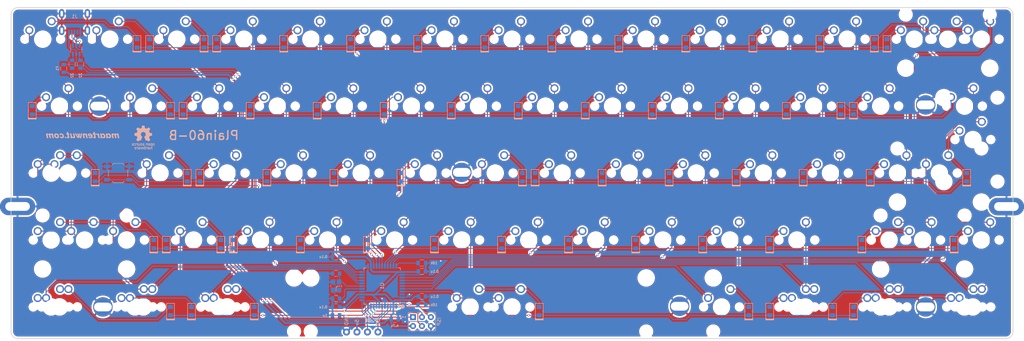
<source format=kicad_pcb>
(kicad_pcb (version 20171130) (host pcbnew "(5.1.0-49-gc1c4a0925)")
  (layers (0 F.Cu signal) (31 B.Cu signal) (34 B.Paste user) (35 F.Paste user) (36 B.SilkS user) (37 F.SilkS user) (38 B.Mask user) (39 F.Mask user) (44 Edge.Cuts user))
  (net 0 "")
  (net 1 "Net-(C1-Pad2)")
  (net 2 GND)
  (net 3 "Net-(C2-Pad2)")
  (net 4 "Net-(C3-Pad1)")
  (net 5 VCC)
  (net 6 row0)
  (net 7 "Net-(D1-Pad2)")
  (net 8 "Net-(D2-Pad2)")
  (net 9 "Net-(D3-Pad2)")
  (net 10 "Net-(D4-Pad2)")
  (net 11 "Net-(D5-Pad2)")
  (net 12 "Net-(D6-Pad2)")
  (net 13 "Net-(D7-Pad2)")
  (net 14 "Net-(D8-Pad2)")
  (net 15 "Net-(D9-Pad2)")
  (net 16 "Net-(D10-Pad2)")
  (net 17 "Net-(D11-Pad2)")
  (net 18 "Net-(D12-Pad2)")
  (net 19 "Net-(D13-Pad2)")
  (net 20 "Net-(D14-Pad2)")
  (net 21 "Net-(D15-Pad2)")
  (net 22 "Net-(D16-Pad2)")
  (net 23 row1)
  (net 24 "Net-(D17-Pad2)")
  (net 25 "Net-(D18-Pad2)")
  (net 26 "Net-(D19-Pad2)")
  (net 27 "Net-(D20-Pad2)")
  (net 28 "Net-(D21-Pad2)")
  (net 29 "Net-(D22-Pad2)")
  (net 30 "Net-(D23-Pad2)")
  (net 31 "Net-(D24-Pad2)")
  (net 32 "Net-(D25-Pad2)")
  (net 33 "Net-(D26-Pad2)")
  (net 34 "Net-(D27-Pad2)")
  (net 35 "Net-(D28-Pad2)")
  (net 36 "Net-(D29-Pad2)")
  (net 37 row2)
  (net 38 "Net-(D31-Pad2)")
  (net 39 "Net-(D32-Pad2)")
  (net 40 "Net-(D33-Pad2)")
  (net 41 "Net-(D34-Pad2)")
  (net 42 "Net-(D35-Pad2)")
  (net 43 "Net-(D36-Pad2)")
  (net 44 "Net-(D37-Pad2)")
  (net 45 "Net-(D38-Pad2)")
  (net 46 "Net-(D39-Pad2)")
  (net 47 "Net-(D40-Pad2)")
  (net 48 "Net-(D41-Pad2)")
  (net 49 "Net-(D42-Pad2)")
  (net 50 "Net-(D43-Pad2)")
  (net 51 "Net-(D44-Pad2)")
  (net 52 row3)
  (net 53 "Net-(D46-Pad2)")
  (net 54 "Net-(D47-Pad2)")
  (net 55 "Net-(D48-Pad2)")
  (net 56 "Net-(D49-Pad2)")
  (net 57 "Net-(D50-Pad2)")
  (net 58 "Net-(D51-Pad2)")
  (net 59 "Net-(D52-Pad2)")
  (net 60 "Net-(D53-Pad2)")
  (net 61 "Net-(D54-Pad2)")
  (net 62 "Net-(D55-Pad2)")
  (net 63 "Net-(D56-Pad2)")
  (net 64 "Net-(D57-Pad2)")
  (net 65 "Net-(D58-Pad2)")
  (net 66 "Net-(D59-Pad2)")
  (net 67 "Net-(D61-Pad2)")
  (net 68 row4)
  (net 69 "Net-(D62-Pad2)")
  (net 70 "Net-(D63-Pad2)")
  (net 71 "Net-(D67-Pad2)")
  (net 72 "Net-(D71-Pad2)")
  (net 73 "Net-(D72-Pad2)")
  (net 74 "Net-(D73-Pad2)")
  (net 75 "Net-(D74-Pad2)")
  (net 76 col0)
  (net 77 col1)
  (net 78 col2)
  (net 79 col3)
  (net 80 col4)
  (net 81 col5)
  (net 82 col6)
  (net 83 col7)
  (net 84 col8)
  (net 85 col9)
  (net 86 col10)
  (net 87 col11)
  (net 88 col12)
  (net 89 col13)
  (net 90 col14)
  (net 91 D-)
  (net 92 D+)
  (net 93 RST)
  (net 94 MISO)
  (net 95 SCK)
  (net 96 MOSI)
  (net 97 "Net-(H1-Pad1)")
  (net 98 "Net-(H2-Pad1)")
  (net 99 VBUS)
  (net 100 "Net-(R1-Pad1)")
  (net 101 "Net-(R1-Pad2)")
  (net 102 "Net-(R2-Pad2)")
  (net 103 "Net-(R2-Pad1)")
  (net 104 "Net-(R4-Pad2)")
  (module Keeb_components:logo (layer B.Cu) (at 20.835967 36.90943 180)
    (fp_text reference G*** hide)
    (fp_text value LOGO hide)
  )
  (module footprints:oshw (layer B.Cu) (at 38.100044 37.504743 180)
    (fp_text reference G*** hide)
    (fp_text value LOGO hide)
  )
  (module Keeb_switches:CHERRY_PLATE_100H (layer F.Cu) (at 38.1 85.725)
    (fp_text reference K62-1 hide)
    (fp_text value KEYSW hide)
    (pad HOLE np_thru_hole circle (at 5.08 0) (size 1.7018 1.7018) (drill 1.7018) (layers *.Cu *.Mask))
    (pad HOLE np_thru_hole circle (at -5.08 0) (size 1.7018 1.7018) (drill 1.7018) (layers *.Cu *.Mask))
    (pad HOLE np_thru_hole circle (at 0 0) (size 3.9878 3.9878) (drill 3.9878) (layers *.Cu *.Mask))
    (pad 2 thru_hole circle (at -3.81 -2.54) (size 2.286 2.286) (drill 1.4986) (layers *.Cu *.Mask) (net 69 "Net-(D62-Pad2)"))
    (pad 1 thru_hole circle (at 2.54 -5.08) (size 2.286 2.286) (drill 1.4986) (layers *.Cu *.Mask) (net 77 col1))
  )
  (module Keeb_switches:CHERRY_PLATE_100H (layer F.Cu) (at 28.575 9.525)
    (fp_text reference K2 hide)
    (fp_text value KEYSW hide)
    (pad HOLE np_thru_hole circle (at 5.08 0) (size 1.7018 1.7018) (drill 1.7018) (layers *.Cu *.Mask))
    (pad HOLE np_thru_hole circle (at -5.08 0) (size 1.7018 1.7018) (drill 1.7018) (layers *.Cu *.Mask))
    (pad HOLE np_thru_hole circle (at 0 0) (size 3.9878 3.9878) (drill 3.9878) (layers *.Cu *.Mask))
    (pad 2 thru_hole circle (at -3.81 -2.54) (size 2.286 2.286) (drill 1.4986) (layers *.Cu *.Mask) (net 77 col1))
    (pad 1 thru_hole circle (at 2.54 -5.08) (size 2.286 2.286) (drill 1.4986) (layers *.Cu *.Mask) (net 8 "Net-(D2-Pad2)"))
  )
  (module Keeb_switches:CHERRY_PCB_700H_F (layer F.Cu) (at 142.875 85.725)
    (fp_text reference K67-1 hide)
    (fp_text value KEYSW hide)
    (pad "" np_thru_hole circle (at 57.18175 -8.255) (size 3.9878 3.9878) (drill 3.9878) (layers *.Cu *.Mask))
    (pad "" np_thru_hole circle (at -57.18175 -8.255) (size 3.9878 3.9878) (drill 3.9878) (layers *.Cu *.Mask))
    (pad "" np_thru_hole circle (at 57.18175 6.985) (size 3.048 3.048) (drill 3.048) (layers *.Cu *.Mask))
    (pad "" np_thru_hole circle (at -57.18175 6.985) (size 3.048 3.048) (drill 3.048) (layers *.Cu *.Mask))
    (pad HOLE np_thru_hole circle (at 5.08 0) (size 1.7018 1.7018) (drill 1.7018) (layers *.Cu *.Mask))
    (pad HOLE np_thru_hole circle (at -5.08 0) (size 1.7018 1.7018) (drill 1.7018) (layers *.Cu *.Mask))
    (pad HOLE np_thru_hole circle (at 0 0) (size 3.9878 3.9878) (drill 3.9878) (layers *.Cu *.Mask))
    (pad 2 thru_hole circle (at -3.81 -2.54) (size 2.286 2.286) (drill 1.4986) (layers *.Cu *.Mask) (net 82 col6))
    (pad 1 thru_hole circle (at 2.54 -5.08) (size 2.286 2.286) (drill 1.4986) (layers *.Cu *.Mask) (net 71 "Net-(D67-Pad2)"))
  )
  (module Keeb_switches:CHERRY_PLATE_100H (layer F.Cu) (at 9.525 9.525)
    (fp_text reference K1 hide)
    (fp_text value KEYSW hide)
    (pad HOLE np_thru_hole circle (at 5.08 0) (size 1.7018 1.7018) (drill 1.7018) (layers *.Cu *.Mask))
    (pad HOLE np_thru_hole circle (at -5.08 0) (size 1.7018 1.7018) (drill 1.7018) (layers *.Cu *.Mask))
    (pad HOLE np_thru_hole circle (at 0 0) (size 3.9878 3.9878) (drill 3.9878) (layers *.Cu *.Mask))
    (pad 2 thru_hole circle (at -3.81 -2.54) (size 2.286 2.286) (drill 1.4986) (layers *.Cu *.Mask) (net 76 col0))
    (pad 1 thru_hole circle (at 2.54 -5.08) (size 2.286 2.286) (drill 1.4986) (layers *.Cu *.Mask) (net 7 "Net-(D1-Pad2)"))
  )
  (module Keeb_switches:CHERRY_PLATE_100H (layer F.Cu) (at 47.625 9.525)
    (fp_text reference K3 hide)
    (fp_text value KEYSW hide)
    (pad HOLE np_thru_hole circle (at 5.08 0) (size 1.7018 1.7018) (drill 1.7018) (layers *.Cu *.Mask))
    (pad HOLE np_thru_hole circle (at -5.08 0) (size 1.7018 1.7018) (drill 1.7018) (layers *.Cu *.Mask))
    (pad HOLE np_thru_hole circle (at 0 0) (size 3.9878 3.9878) (drill 3.9878) (layers *.Cu *.Mask))
    (pad 2 thru_hole circle (at -3.81 -2.54) (size 2.286 2.286) (drill 1.4986) (layers *.Cu *.Mask) (net 78 col2))
    (pad 1 thru_hole circle (at 2.54 -5.08) (size 2.286 2.286) (drill 1.4986) (layers *.Cu *.Mask) (net 9 "Net-(D3-Pad2)"))
  )
  (module Keeb_switches:CHERRY_PLATE_100H (layer F.Cu) (at 66.675 9.525)
    (fp_text reference K4 hide)
    (fp_text value KEYSW hide)
    (pad HOLE np_thru_hole circle (at 5.08 0) (size 1.7018 1.7018) (drill 1.7018) (layers *.Cu *.Mask))
    (pad HOLE np_thru_hole circle (at -5.08 0) (size 1.7018 1.7018) (drill 1.7018) (layers *.Cu *.Mask))
    (pad HOLE np_thru_hole circle (at 0 0) (size 3.9878 3.9878) (drill 3.9878) (layers *.Cu *.Mask))
    (pad 2 thru_hole circle (at -3.81 -2.54) (size 2.286 2.286) (drill 1.4986) (layers *.Cu *.Mask) (net 10 "Net-(D4-Pad2)"))
    (pad 1 thru_hole circle (at 2.54 -5.08) (size 2.286 2.286) (drill 1.4986) (layers *.Cu *.Mask) (net 79 col3))
  )
  (module Keeb_switches:CHERRY_PLATE_100H (layer F.Cu) (at 85.725 9.525)
    (fp_text reference K5 hide)
    (fp_text value KEYSW hide)
    (pad HOLE np_thru_hole circle (at 5.08 0) (size 1.7018 1.7018) (drill 1.7018) (layers *.Cu *.Mask))
    (pad HOLE np_thru_hole circle (at -5.08 0) (size 1.7018 1.7018) (drill 1.7018) (layers *.Cu *.Mask))
    (pad HOLE np_thru_hole circle (at 0 0) (size 3.9878 3.9878) (drill 3.9878) (layers *.Cu *.Mask))
    (pad 2 thru_hole circle (at -3.81 -2.54) (size 2.286 2.286) (drill 1.4986) (layers *.Cu *.Mask) (net 11 "Net-(D5-Pad2)"))
    (pad 1 thru_hole circle (at 2.54 -5.08) (size 2.286 2.286) (drill 1.4986) (layers *.Cu *.Mask) (net 80 col4))
  )
  (module Keeb_switches:CHERRY_PLATE_100H (layer F.Cu) (at 104.775 9.525)
    (fp_text reference K6 hide)
    (fp_text value KEYSW hide)
    (pad HOLE np_thru_hole circle (at 5.08 0) (size 1.7018 1.7018) (drill 1.7018) (layers *.Cu *.Mask))
    (pad HOLE np_thru_hole circle (at -5.08 0) (size 1.7018 1.7018) (drill 1.7018) (layers *.Cu *.Mask))
    (pad HOLE np_thru_hole circle (at 0 0) (size 3.9878 3.9878) (drill 3.9878) (layers *.Cu *.Mask))
    (pad 2 thru_hole circle (at -3.81 -2.54) (size 2.286 2.286) (drill 1.4986) (layers *.Cu *.Mask) (net 12 "Net-(D6-Pad2)"))
    (pad 1 thru_hole circle (at 2.54 -5.08) (size 2.286 2.286) (drill 1.4986) (layers *.Cu *.Mask) (net 81 col5))
  )
  (module Keeb_switches:CHERRY_PLATE_100H (layer F.Cu) (at 123.825 9.525)
    (fp_text reference K7 hide)
    (fp_text value KEYSW hide)
    (pad HOLE np_thru_hole circle (at 5.08 0) (size 1.7018 1.7018) (drill 1.7018) (layers *.Cu *.Mask))
    (pad HOLE np_thru_hole circle (at -5.08 0) (size 1.7018 1.7018) (drill 1.7018) (layers *.Cu *.Mask))
    (pad HOLE np_thru_hole circle (at 0 0) (size 3.9878 3.9878) (drill 3.9878) (layers *.Cu *.Mask))
    (pad 2 thru_hole circle (at -3.81 -2.54) (size 2.286 2.286) (drill 1.4986) (layers *.Cu *.Mask) (net 13 "Net-(D7-Pad2)"))
    (pad 1 thru_hole circle (at 2.54 -5.08) (size 2.286 2.286) (drill 1.4986) (layers *.Cu *.Mask) (net 82 col6))
  )
  (module Keeb_switches:CHERRY_PLATE_100H (layer F.Cu) (at 142.875 9.525)
    (fp_text reference K8 hide)
    (fp_text value KEYSW hide)
    (pad HOLE np_thru_hole circle (at 5.08 0) (size 1.7018 1.7018) (drill 1.7018) (layers *.Cu *.Mask))
    (pad HOLE np_thru_hole circle (at -5.08 0) (size 1.7018 1.7018) (drill 1.7018) (layers *.Cu *.Mask))
    (pad HOLE np_thru_hole circle (at 0 0) (size 3.9878 3.9878) (drill 3.9878) (layers *.Cu *.Mask))
    (pad 2 thru_hole circle (at -3.81 -2.54) (size 2.286 2.286) (drill 1.4986) (layers *.Cu *.Mask) (net 14 "Net-(D8-Pad2)"))
    (pad 1 thru_hole circle (at 2.54 -5.08) (size 2.286 2.286) (drill 1.4986) (layers *.Cu *.Mask) (net 83 col7))
  )
  (module Keeb_switches:CHERRY_PLATE_100H (layer F.Cu) (at 161.925 9.525)
    (fp_text reference K9 hide)
    (fp_text value KEYSW hide)
    (pad HOLE np_thru_hole circle (at 5.08 0) (size 1.7018 1.7018) (drill 1.7018) (layers *.Cu *.Mask))
    (pad HOLE np_thru_hole circle (at -5.08 0) (size 1.7018 1.7018) (drill 1.7018) (layers *.Cu *.Mask))
    (pad HOLE np_thru_hole circle (at 0 0) (size 3.9878 3.9878) (drill 3.9878) (layers *.Cu *.Mask))
    (pad 2 thru_hole circle (at -3.81 -2.54) (size 2.286 2.286) (drill 1.4986) (layers *.Cu *.Mask) (net 15 "Net-(D9-Pad2)"))
    (pad 1 thru_hole circle (at 2.54 -5.08) (size 2.286 2.286) (drill 1.4986) (layers *.Cu *.Mask) (net 84 col8))
  )
  (module Keeb_switches:CHERRY_PLATE_100H (layer F.Cu) (at 180.975 9.525)
    (fp_text reference K10 hide)
    (fp_text value KEYSW hide)
    (pad HOLE np_thru_hole circle (at 5.08 0) (size 1.7018 1.7018) (drill 1.7018) (layers *.Cu *.Mask))
    (pad HOLE np_thru_hole circle (at -5.08 0) (size 1.7018 1.7018) (drill 1.7018) (layers *.Cu *.Mask))
    (pad HOLE np_thru_hole circle (at 0 0) (size 3.9878 3.9878) (drill 3.9878) (layers *.Cu *.Mask))
    (pad 2 thru_hole circle (at -3.81 -2.54) (size 2.286 2.286) (drill 1.4986) (layers *.Cu *.Mask) (net 16 "Net-(D10-Pad2)"))
    (pad 1 thru_hole circle (at 2.54 -5.08) (size 2.286 2.286) (drill 1.4986) (layers *.Cu *.Mask) (net 85 col9))
  )
  (module Keeb_switches:CHERRY_PLATE_100H (layer F.Cu) (at 200.025 9.525)
    (fp_text reference K11 hide)
    (fp_text value KEYSW hide)
    (pad HOLE np_thru_hole circle (at 5.08 0) (size 1.7018 1.7018) (drill 1.7018) (layers *.Cu *.Mask))
    (pad HOLE np_thru_hole circle (at -5.08 0) (size 1.7018 1.7018) (drill 1.7018) (layers *.Cu *.Mask))
    (pad HOLE np_thru_hole circle (at 0 0) (size 3.9878 3.9878) (drill 3.9878) (layers *.Cu *.Mask))
    (pad 2 thru_hole circle (at -3.81 -2.54) (size 2.286 2.286) (drill 1.4986) (layers *.Cu *.Mask) (net 17 "Net-(D11-Pad2)"))
    (pad 1 thru_hole circle (at 2.54 -5.08) (size 2.286 2.286) (drill 1.4986) (layers *.Cu *.Mask) (net 86 col10))
  )
  (module Keeb_switches:CHERRY_PLATE_100H (layer F.Cu) (at 219.075 9.525)
    (fp_text reference K12 hide)
    (fp_text value KEYSW hide)
    (pad HOLE np_thru_hole circle (at 5.08 0) (size 1.7018 1.7018) (drill 1.7018) (layers *.Cu *.Mask))
    (pad HOLE np_thru_hole circle (at -5.08 0) (size 1.7018 1.7018) (drill 1.7018) (layers *.Cu *.Mask))
    (pad HOLE np_thru_hole circle (at 0 0) (size 3.9878 3.9878) (drill 3.9878) (layers *.Cu *.Mask))
    (pad 2 thru_hole circle (at -3.81 -2.54) (size 2.286 2.286) (drill 1.4986) (layers *.Cu *.Mask) (net 18 "Net-(D12-Pad2)"))
    (pad 1 thru_hole circle (at 2.54 -5.08) (size 2.286 2.286) (drill 1.4986) (layers *.Cu *.Mask) (net 87 col11))
  )
  (module Keeb_switches:CHERRY_PLATE_100H (layer F.Cu) (at 238.125 9.525)
    (fp_text reference K13 hide)
    (fp_text value KEYSW hide)
    (pad HOLE np_thru_hole circle (at 5.08 0) (size 1.7018 1.7018) (drill 1.7018) (layers *.Cu *.Mask))
    (pad HOLE np_thru_hole circle (at -5.08 0) (size 1.7018 1.7018) (drill 1.7018) (layers *.Cu *.Mask))
    (pad HOLE np_thru_hole circle (at 0 0) (size 3.9878 3.9878) (drill 3.9878) (layers *.Cu *.Mask))
    (pad 2 thru_hole circle (at -3.81 -2.54) (size 2.286 2.286) (drill 1.4986) (layers *.Cu *.Mask) (net 19 "Net-(D13-Pad2)"))
    (pad 1 thru_hole circle (at 2.54 -5.08) (size 2.286 2.286) (drill 1.4986) (layers *.Cu *.Mask) (net 88 col12))
  )
  (module Keeb_switches:CHERRY_PLATE_100H (layer F.Cu) (at 257.175 9.525)
    (fp_text reference K14 hide)
    (fp_text value KEYSW hide)
    (pad HOLE np_thru_hole circle (at 5.08 0) (size 1.7018 1.7018) (drill 1.7018) (layers *.Cu *.Mask))
    (pad HOLE np_thru_hole circle (at -5.08 0) (size 1.7018 1.7018) (drill 1.7018) (layers *.Cu *.Mask))
    (pad HOLE np_thru_hole circle (at 0 0) (size 3.9878 3.9878) (drill 3.9878) (layers *.Cu *.Mask))
    (pad 2 thru_hole circle (at -3.81 -2.54) (size 2.286 2.286) (drill 1.4986) (layers *.Cu *.Mask) (net 20 "Net-(D14-Pad2)"))
    (pad 1 thru_hole circle (at 2.54 -5.08) (size 2.286 2.286) (drill 1.4986) (layers *.Cu *.Mask) (net 89 col13))
  )
  (module Keeb_switches:CHERRY_PCB_200H (layer F.Cu) (at 266.7 9.525)
    (fp_text reference K15 hide)
    (fp_text value KEYSW hide)
    (pad "" np_thru_hole circle (at 11.938 8.255) (size 3.9878 3.9878) (drill 3.9878) (layers *.Cu *.Mask))
    (pad "" np_thru_hole circle (at -11.938 8.255) (size 3.9878 3.9878) (drill 3.9878) (layers *.Cu *.Mask))
    (pad "" np_thru_hole circle (at 11.938 -6.985) (size 3.048 3.048) (drill 3.048) (layers *.Cu *.Mask))
    (pad "" np_thru_hole circle (at -11.938 -6.985) (size 3.048 3.048) (drill 3.048) (layers *.Cu *.Mask))
    (pad "" np_thru_hole circle (at 5.08 0) (size 1.7018 1.7018) (drill 1.7018) (layers *.Cu *.Mask))
    (pad "" np_thru_hole circle (at -5.08 0) (size 1.7018 1.7018) (drill 1.7018) (layers *.Cu *.Mask))
    (pad "" np_thru_hole circle (at 0 0) (size 3.9878 3.9878) (drill 3.9878) (layers *.Cu *.Mask))
    (pad 2 thru_hole circle (at -3.81 -2.54) (size 2.286 2.286) (drill 1.4986) (layers *.Cu *.Mask) (net 21 "Net-(D15-Pad2)"))
    (pad 1 thru_hole circle (at 2.54 -5.08) (size 2.286 2.286) (drill 1.4986) (layers *.Cu *.Mask) (net 90 col14))
  )
  (module Keeb_switches:CHERRY_PLATE_150H (layer F.Cu) (at 14.2875 28.575)
    (fp_text reference K16 hide)
    (fp_text value KEYSW hide)
    (pad HOLE np_thru_hole circle (at 5.08 0) (size 1.7018 1.7018) (drill 1.7018) (layers *.Cu *.Mask))
    (pad HOLE np_thru_hole circle (at -5.08 0) (size 1.7018 1.7018) (drill 1.7018) (layers *.Cu *.Mask))
    (pad HOLE np_thru_hole circle (at 0 0) (size 3.9878 3.9878) (drill 3.9878) (layers *.Cu *.Mask))
    (pad 2 thru_hole circle (at -3.81 -2.54) (size 2.286 2.286) (drill 1.4986) (layers *.Cu *.Mask) (net 22 "Net-(D16-Pad2)"))
    (pad 1 thru_hole circle (at 2.54 -5.08) (size 2.286 2.286) (drill 1.4986) (layers *.Cu *.Mask) (net 76 col0))
  )
  (module Keeb_switches:CHERRY_PLATE_100H (layer F.Cu) (at 38.1 28.575)
    (fp_text reference K17 hide)
    (fp_text value KEYSW hide)
    (pad HOLE np_thru_hole circle (at 5.08 0) (size 1.7018 1.7018) (drill 1.7018) (layers *.Cu *.Mask))
    (pad HOLE np_thru_hole circle (at -5.08 0) (size 1.7018 1.7018) (drill 1.7018) (layers *.Cu *.Mask))
    (pad HOLE np_thru_hole circle (at 0 0) (size 3.9878 3.9878) (drill 3.9878) (layers *.Cu *.Mask))
    (pad 2 thru_hole circle (at -3.81 -2.54) (size 2.286 2.286) (drill 1.4986) (layers *.Cu *.Mask) (net 77 col1))
    (pad 1 thru_hole circle (at 2.54 -5.08) (size 2.286 2.286) (drill 1.4986) (layers *.Cu *.Mask) (net 24 "Net-(D17-Pad2)"))
  )
  (module Keeb_switches:CHERRY_PLATE_100H (layer F.Cu) (at 57.15 28.575)
    (fp_text reference K18 hide)
    (fp_text value KEYSW hide)
    (pad HOLE np_thru_hole circle (at 5.08 0) (size 1.7018 1.7018) (drill 1.7018) (layers *.Cu *.Mask))
    (pad HOLE np_thru_hole circle (at -5.08 0) (size 1.7018 1.7018) (drill 1.7018) (layers *.Cu *.Mask))
    (pad HOLE np_thru_hole circle (at 0 0) (size 3.9878 3.9878) (drill 3.9878) (layers *.Cu *.Mask))
    (pad 2 thru_hole circle (at -3.81 -2.54) (size 2.286 2.286) (drill 1.4986) (layers *.Cu *.Mask) (net 25 "Net-(D18-Pad2)"))
    (pad 1 thru_hole circle (at 2.54 -5.08) (size 2.286 2.286) (drill 1.4986) (layers *.Cu *.Mask) (net 78 col2))
  )
  (module Keeb_switches:CHERRY_PLATE_100H (layer F.Cu) (at 76.2 28.575)
    (fp_text reference K19 hide)
    (fp_text value KEYSW hide)
    (pad HOLE np_thru_hole circle (at 5.08 0) (size 1.7018 1.7018) (drill 1.7018) (layers *.Cu *.Mask))
    (pad HOLE np_thru_hole circle (at -5.08 0) (size 1.7018 1.7018) (drill 1.7018) (layers *.Cu *.Mask))
    (pad HOLE np_thru_hole circle (at 0 0) (size 3.9878 3.9878) (drill 3.9878) (layers *.Cu *.Mask))
    (pad 2 thru_hole circle (at -3.81 -2.54) (size 2.286 2.286) (drill 1.4986) (layers *.Cu *.Mask) (net 26 "Net-(D19-Pad2)"))
    (pad 1 thru_hole circle (at 2.54 -5.08) (size 2.286 2.286) (drill 1.4986) (layers *.Cu *.Mask) (net 79 col3))
  )
  (module Keeb_switches:CHERRY_PLATE_100H (layer F.Cu) (at 95.25 28.575)
    (fp_text reference K20 hide)
    (fp_text value KEYSW hide)
    (pad HOLE np_thru_hole circle (at 5.08 0) (size 1.7018 1.7018) (drill 1.7018) (layers *.Cu *.Mask))
    (pad HOLE np_thru_hole circle (at -5.08 0) (size 1.7018 1.7018) (drill 1.7018) (layers *.Cu *.Mask))
    (pad HOLE np_thru_hole circle (at 0 0) (size 3.9878 3.9878) (drill 3.9878) (layers *.Cu *.Mask))
    (pad 2 thru_hole circle (at -3.81 -2.54) (size 2.286 2.286) (drill 1.4986) (layers *.Cu *.Mask) (net 27 "Net-(D20-Pad2)"))
    (pad 1 thru_hole circle (at 2.54 -5.08) (size 2.286 2.286) (drill 1.4986) (layers *.Cu *.Mask) (net 80 col4))
  )
  (module Keeb_switches:CHERRY_PLATE_100H (layer F.Cu) (at 114.3 28.575)
    (fp_text reference K21 hide)
    (fp_text value KEYSW hide)
    (pad HOLE np_thru_hole circle (at 5.08 0) (size 1.7018 1.7018) (drill 1.7018) (layers *.Cu *.Mask))
    (pad HOLE np_thru_hole circle (at -5.08 0) (size 1.7018 1.7018) (drill 1.7018) (layers *.Cu *.Mask))
    (pad HOLE np_thru_hole circle (at 0 0) (size 3.9878 3.9878) (drill 3.9878) (layers *.Cu *.Mask))
    (pad 2 thru_hole circle (at -3.81 -2.54) (size 2.286 2.286) (drill 1.4986) (layers *.Cu *.Mask) (net 28 "Net-(D21-Pad2)"))
    (pad 1 thru_hole circle (at 2.54 -5.08) (size 2.286 2.286) (drill 1.4986) (layers *.Cu *.Mask) (net 81 col5))
  )
  (module Keeb_switches:CHERRY_PLATE_100H (layer F.Cu) (at 133.35 28.575)
    (fp_text reference K22 hide)
    (fp_text value KEYSW hide)
    (pad HOLE np_thru_hole circle (at 5.08 0) (size 1.7018 1.7018) (drill 1.7018) (layers *.Cu *.Mask))
    (pad HOLE np_thru_hole circle (at -5.08 0) (size 1.7018 1.7018) (drill 1.7018) (layers *.Cu *.Mask))
    (pad HOLE np_thru_hole circle (at 0 0) (size 3.9878 3.9878) (drill 3.9878) (layers *.Cu *.Mask))
    (pad 2 thru_hole circle (at -3.81 -2.54) (size 2.286 2.286) (drill 1.4986) (layers *.Cu *.Mask) (net 29 "Net-(D22-Pad2)"))
    (pad 1 thru_hole circle (at 2.54 -5.08) (size 2.286 2.286) (drill 1.4986) (layers *.Cu *.Mask) (net 82 col6))
  )
  (module Keeb_switches:CHERRY_PLATE_100H (layer F.Cu) (at 152.4 28.575)
    (fp_text reference K23 hide)
    (fp_text value KEYSW hide)
    (pad HOLE np_thru_hole circle (at 5.08 0) (size 1.7018 1.7018) (drill 1.7018) (layers *.Cu *.Mask))
    (pad HOLE np_thru_hole circle (at -5.08 0) (size 1.7018 1.7018) (drill 1.7018) (layers *.Cu *.Mask))
    (pad HOLE np_thru_hole circle (at 0 0) (size 3.9878 3.9878) (drill 3.9878) (layers *.Cu *.Mask))
    (pad 2 thru_hole circle (at -3.81 -2.54) (size 2.286 2.286) (drill 1.4986) (layers *.Cu *.Mask) (net 30 "Net-(D23-Pad2)"))
    (pad 1 thru_hole circle (at 2.54 -5.08) (size 2.286 2.286) (drill 1.4986) (layers *.Cu *.Mask) (net 83 col7))
  )
  (module Keeb_switches:CHERRY_PLATE_100H (layer F.Cu) (at 171.45 28.575)
    (fp_text reference K24 hide)
    (fp_text value KEYSW hide)
    (pad HOLE np_thru_hole circle (at 5.08 0) (size 1.7018 1.7018) (drill 1.7018) (layers *.Cu *.Mask))
    (pad HOLE np_thru_hole circle (at -5.08 0) (size 1.7018 1.7018) (drill 1.7018) (layers *.Cu *.Mask))
    (pad HOLE np_thru_hole circle (at 0 0) (size 3.9878 3.9878) (drill 3.9878) (layers *.Cu *.Mask))
    (pad 2 thru_hole circle (at -3.81 -2.54) (size 2.286 2.286) (drill 1.4986) (layers *.Cu *.Mask) (net 31 "Net-(D24-Pad2)"))
    (pad 1 thru_hole circle (at 2.54 -5.08) (size 2.286 2.286) (drill 1.4986) (layers *.Cu *.Mask) (net 84 col8))
  )
  (module Keeb_switches:CHERRY_PLATE_100H (layer F.Cu) (at 190.5 28.575)
    (fp_text reference K25 hide)
    (fp_text value KEYSW hide)
    (pad HOLE np_thru_hole circle (at 5.08 0) (size 1.7018 1.7018) (drill 1.7018) (layers *.Cu *.Mask))
    (pad HOLE np_thru_hole circle (at -5.08 0) (size 1.7018 1.7018) (drill 1.7018) (layers *.Cu *.Mask))
    (pad HOLE np_thru_hole circle (at 0 0) (size 3.9878 3.9878) (drill 3.9878) (layers *.Cu *.Mask))
    (pad 2 thru_hole circle (at -3.81 -2.54) (size 2.286 2.286) (drill 1.4986) (layers *.Cu *.Mask) (net 32 "Net-(D25-Pad2)"))
    (pad 1 thru_hole circle (at 2.54 -5.08) (size 2.286 2.286) (drill 1.4986) (layers *.Cu *.Mask) (net 85 col9))
  )
  (module Keeb_switches:CHERRY_PLATE_100H (layer F.Cu) (at 209.55 28.575)
    (fp_text reference K26 hide)
    (fp_text value KEYSW hide)
    (pad HOLE np_thru_hole circle (at 5.08 0) (size 1.7018 1.7018) (drill 1.7018) (layers *.Cu *.Mask))
    (pad HOLE np_thru_hole circle (at -5.08 0) (size 1.7018 1.7018) (drill 1.7018) (layers *.Cu *.Mask))
    (pad HOLE np_thru_hole circle (at 0 0) (size 3.9878 3.9878) (drill 3.9878) (layers *.Cu *.Mask))
    (pad 2 thru_hole circle (at -3.81 -2.54) (size 2.286 2.286) (drill 1.4986) (layers *.Cu *.Mask) (net 33 "Net-(D26-Pad2)"))
    (pad 1 thru_hole circle (at 2.54 -5.08) (size 2.286 2.286) (drill 1.4986) (layers *.Cu *.Mask) (net 86 col10))
  )
  (module Keeb_switches:CHERRY_PLATE_100H (layer F.Cu) (at 228.6 28.575)
    (fp_text reference K27 hide)
    (fp_text value KEYSW hide)
    (pad HOLE np_thru_hole circle (at 5.08 0) (size 1.7018 1.7018) (drill 1.7018) (layers *.Cu *.Mask))
    (pad HOLE np_thru_hole circle (at -5.08 0) (size 1.7018 1.7018) (drill 1.7018) (layers *.Cu *.Mask))
    (pad HOLE np_thru_hole circle (at 0 0) (size 3.9878 3.9878) (drill 3.9878) (layers *.Cu *.Mask))
    (pad 2 thru_hole circle (at -3.81 -2.54) (size 2.286 2.286) (drill 1.4986) (layers *.Cu *.Mask) (net 34 "Net-(D27-Pad2)"))
    (pad 1 thru_hole circle (at 2.54 -5.08) (size 2.286 2.286) (drill 1.4986) (layers *.Cu *.Mask) (net 87 col11))
  )
  (module Keeb_switches:CHERRY_PLATE_100H (layer F.Cu) (at 247.65 28.575)
    (fp_text reference K28 hide)
    (fp_text value KEYSW hide)
    (pad HOLE np_thru_hole circle (at 5.08 0) (size 1.7018 1.7018) (drill 1.7018) (layers *.Cu *.Mask))
    (pad HOLE np_thru_hole circle (at -5.08 0) (size 1.7018 1.7018) (drill 1.7018) (layers *.Cu *.Mask))
    (pad HOLE np_thru_hole circle (at 0 0) (size 3.9878 3.9878) (drill 3.9878) (layers *.Cu *.Mask))
    (pad 2 thru_hole circle (at -3.81 -2.54) (size 2.286 2.286) (drill 1.4986) (layers *.Cu *.Mask) (net 35 "Net-(D28-Pad2)"))
    (pad 1 thru_hole circle (at 2.54 -5.08) (size 2.286 2.286) (drill 1.4986) (layers *.Cu *.Mask) (net 88 col12))
  )
  (module Keeb_switches:CHERRY_PLATE_150H (layer F.Cu) (at 271.4625 28.575)
    (fp_text reference K29 hide)
    (fp_text value KEYSW hide)
    (pad HOLE np_thru_hole circle (at 5.08 0) (size 1.7018 1.7018) (drill 1.7018) (layers *.Cu *.Mask))
    (pad HOLE np_thru_hole circle (at -5.08 0) (size 1.7018 1.7018) (drill 1.7018) (layers *.Cu *.Mask))
    (pad HOLE np_thru_hole circle (at 0 0) (size 3.9878 3.9878) (drill 3.9878) (layers *.Cu *.Mask))
    (pad 2 thru_hole circle (at -3.81 -2.54) (size 2.286 2.286) (drill 1.4986) (layers *.Cu *.Mask) (net 36 "Net-(D29-Pad2)"))
    (pad 1 thru_hole circle (at 2.54 -5.08) (size 2.286 2.286) (drill 1.4986) (layers *.Cu *.Mask) (net 89 col13))
  )
  (module Keeb_switches:CHERRY_PLATE_175H (layer F.Cu) (at 16.66875 47.625)
    (fp_text reference K31 hide)
    (fp_text value KEYSW hide)
    (pad HOLE np_thru_hole circle (at 5.08 0) (size 1.7018 1.7018) (drill 1.7018) (layers *.Cu *.Mask))
    (pad HOLE np_thru_hole circle (at -5.08 0) (size 1.7018 1.7018) (drill 1.7018) (layers *.Cu *.Mask))
    (pad HOLE np_thru_hole circle (at 0 0) (size 3.9878 3.9878) (drill 3.9878) (layers *.Cu *.Mask))
    (pad 2 thru_hole circle (at -3.81 -2.54) (size 2.286 2.286) (drill 1.4986) (layers *.Cu *.Mask) (net 76 col0))
    (pad 1 thru_hole circle (at 2.54 -5.08) (size 2.286 2.286) (drill 1.4986) (layers *.Cu *.Mask) (net 38 "Net-(D31-Pad2)"))
  )
  (module Keeb_switches:CHERRY_PLATE_100H (layer F.Cu) (at 42.8625 47.625)
    (fp_text reference K32 hide)
    (fp_text value KEYSW hide)
    (pad HOLE np_thru_hole circle (at 5.08 0) (size 1.7018 1.7018) (drill 1.7018) (layers *.Cu *.Mask))
    (pad HOLE np_thru_hole circle (at -5.08 0) (size 1.7018 1.7018) (drill 1.7018) (layers *.Cu *.Mask))
    (pad HOLE np_thru_hole circle (at 0 0) (size 3.9878 3.9878) (drill 3.9878) (layers *.Cu *.Mask))
    (pad 2 thru_hole circle (at -3.81 -2.54) (size 2.286 2.286) (drill 1.4986) (layers *.Cu *.Mask) (net 77 col1))
    (pad 1 thru_hole circle (at 2.54 -5.08) (size 2.286 2.286) (drill 1.4986) (layers *.Cu *.Mask) (net 39 "Net-(D32-Pad2)"))
  )
  (module Keeb_switches:CHERRY_PLATE_100H (layer F.Cu) (at 61.9125 47.625)
    (fp_text reference K33 hide)
    (fp_text value KEYSW hide)
    (pad HOLE np_thru_hole circle (at 5.08 0) (size 1.7018 1.7018) (drill 1.7018) (layers *.Cu *.Mask))
    (pad HOLE np_thru_hole circle (at -5.08 0) (size 1.7018 1.7018) (drill 1.7018) (layers *.Cu *.Mask))
    (pad HOLE np_thru_hole circle (at 0 0) (size 3.9878 3.9878) (drill 3.9878) (layers *.Cu *.Mask))
    (pad 2 thru_hole circle (at -3.81 -2.54) (size 2.286 2.286) (drill 1.4986) (layers *.Cu *.Mask) (net 40 "Net-(D33-Pad2)"))
    (pad 1 thru_hole circle (at 2.54 -5.08) (size 2.286 2.286) (drill 1.4986) (layers *.Cu *.Mask) (net 78 col2))
  )
  (module Keeb_switches:CHERRY_PLATE_100H (layer F.Cu) (at 80.9625 47.625)
    (fp_text reference K34 hide)
    (fp_text value KEYSW hide)
    (pad HOLE np_thru_hole circle (at 5.08 0) (size 1.7018 1.7018) (drill 1.7018) (layers *.Cu *.Mask))
    (pad HOLE np_thru_hole circle (at -5.08 0) (size 1.7018 1.7018) (drill 1.7018) (layers *.Cu *.Mask))
    (pad HOLE np_thru_hole circle (at 0 0) (size 3.9878 3.9878) (drill 3.9878) (layers *.Cu *.Mask))
    (pad 2 thru_hole circle (at -3.81 -2.54) (size 2.286 2.286) (drill 1.4986) (layers *.Cu *.Mask) (net 41 "Net-(D34-Pad2)"))
    (pad 1 thru_hole circle (at 2.54 -5.08) (size 2.286 2.286) (drill 1.4986) (layers *.Cu *.Mask) (net 79 col3))
  )
  (module Keeb_switches:CHERRY_PLATE_100H (layer F.Cu) (at 100.0125 47.625)
    (fp_text reference K35 hide)
    (fp_text value KEYSW hide)
    (pad HOLE np_thru_hole circle (at 5.08 0) (size 1.7018 1.7018) (drill 1.7018) (layers *.Cu *.Mask))
    (pad HOLE np_thru_hole circle (at -5.08 0) (size 1.7018 1.7018) (drill 1.7018) (layers *.Cu *.Mask))
    (pad HOLE np_thru_hole circle (at 0 0) (size 3.9878 3.9878) (drill 3.9878) (layers *.Cu *.Mask))
    (pad 2 thru_hole circle (at -3.81 -2.54) (size 2.286 2.286) (drill 1.4986) (layers *.Cu *.Mask) (net 42 "Net-(D35-Pad2)"))
    (pad 1 thru_hole circle (at 2.54 -5.08) (size 2.286 2.286) (drill 1.4986) (layers *.Cu *.Mask) (net 80 col4))
  )
  (module Keeb_switches:CHERRY_PLATE_100H (layer F.Cu) (at 119.0625 47.625)
    (fp_text reference K36 hide)
    (fp_text value KEYSW hide)
    (pad HOLE np_thru_hole circle (at 5.08 0) (size 1.7018 1.7018) (drill 1.7018) (layers *.Cu *.Mask))
    (pad HOLE np_thru_hole circle (at -5.08 0) (size 1.7018 1.7018) (drill 1.7018) (layers *.Cu *.Mask))
    (pad HOLE np_thru_hole circle (at 0 0) (size 3.9878 3.9878) (drill 3.9878) (layers *.Cu *.Mask))
    (pad 2 thru_hole circle (at -3.81 -2.54) (size 2.286 2.286) (drill 1.4986) (layers *.Cu *.Mask) (net 43 "Net-(D36-Pad2)"))
    (pad 1 thru_hole circle (at 2.54 -5.08) (size 2.286 2.286) (drill 1.4986) (layers *.Cu *.Mask) (net 81 col5))
  )
  (module Keeb_switches:CHERRY_PLATE_100H (layer F.Cu) (at 138.1125 47.625)
    (fp_text reference K37 hide)
    (fp_text value KEYSW hide)
    (pad HOLE np_thru_hole circle (at 5.08 0) (size 1.7018 1.7018) (drill 1.7018) (layers *.Cu *.Mask))
    (pad HOLE np_thru_hole circle (at -5.08 0) (size 1.7018 1.7018) (drill 1.7018) (layers *.Cu *.Mask))
    (pad HOLE np_thru_hole circle (at 0 0) (size 3.9878 3.9878) (drill 3.9878) (layers *.Cu *.Mask))
    (pad 2 thru_hole circle (at -3.81 -2.54) (size 2.286 2.286) (drill 1.4986) (layers *.Cu *.Mask) (net 82 col6))
    (pad 1 thru_hole circle (at 2.54 -5.08) (size 2.286 2.286) (drill 1.4986) (layers *.Cu *.Mask) (net 44 "Net-(D37-Pad2)"))
  )
  (module Keeb_switches:CHERRY_PLATE_100H (layer F.Cu) (at 157.1625 47.625)
    (fp_text reference K38 hide)
    (fp_text value KEYSW hide)
    (pad HOLE np_thru_hole circle (at 5.08 0) (size 1.7018 1.7018) (drill 1.7018) (layers *.Cu *.Mask))
    (pad HOLE np_thru_hole circle (at -5.08 0) (size 1.7018 1.7018) (drill 1.7018) (layers *.Cu *.Mask))
    (pad HOLE np_thru_hole circle (at 0 0) (size 3.9878 3.9878) (drill 3.9878) (layers *.Cu *.Mask))
    (pad 2 thru_hole circle (at -3.81 -2.54) (size 2.286 2.286) (drill 1.4986) (layers *.Cu *.Mask) (net 45 "Net-(D38-Pad2)"))
    (pad 1 thru_hole circle (at 2.54 -5.08) (size 2.286 2.286) (drill 1.4986) (layers *.Cu *.Mask) (net 83 col7))
  )
  (module Keeb_switches:CHERRY_PLATE_100H (layer F.Cu) (at 176.2125 47.625)
    (fp_text reference K39 hide)
    (fp_text value KEYSW hide)
    (pad HOLE np_thru_hole circle (at 5.08 0) (size 1.7018 1.7018) (drill 1.7018) (layers *.Cu *.Mask))
    (pad HOLE np_thru_hole circle (at -5.08 0) (size 1.7018 1.7018) (drill 1.7018) (layers *.Cu *.Mask))
    (pad HOLE np_thru_hole circle (at 0 0) (size 3.9878 3.9878) (drill 3.9878) (layers *.Cu *.Mask))
    (pad 2 thru_hole circle (at -3.81 -2.54) (size 2.286 2.286) (drill 1.4986) (layers *.Cu *.Mask) (net 46 "Net-(D39-Pad2)"))
    (pad 1 thru_hole circle (at 2.54 -5.08) (size 2.286 2.286) (drill 1.4986) (layers *.Cu *.Mask) (net 84 col8))
  )
  (module Keeb_switches:CHERRY_PLATE_100H (layer F.Cu) (at 195.2625 47.625)
    (fp_text reference K40 hide)
    (fp_text value KEYSW hide)
    (pad HOLE np_thru_hole circle (at 5.08 0) (size 1.7018 1.7018) (drill 1.7018) (layers *.Cu *.Mask))
    (pad HOLE np_thru_hole circle (at -5.08 0) (size 1.7018 1.7018) (drill 1.7018) (layers *.Cu *.Mask))
    (pad HOLE np_thru_hole circle (at 0 0) (size 3.9878 3.9878) (drill 3.9878) (layers *.Cu *.Mask))
    (pad 2 thru_hole circle (at -3.81 -2.54) (size 2.286 2.286) (drill 1.4986) (layers *.Cu *.Mask) (net 47 "Net-(D40-Pad2)"))
    (pad 1 thru_hole circle (at 2.54 -5.08) (size 2.286 2.286) (drill 1.4986) (layers *.Cu *.Mask) (net 85 col9))
  )
  (module Keeb_switches:CHERRY_PLATE_100H (layer F.Cu) (at 214.3125 47.625)
    (fp_text reference K41 hide)
    (fp_text value KEYSW hide)
    (pad HOLE np_thru_hole circle (at 5.08 0) (size 1.7018 1.7018) (drill 1.7018) (layers *.Cu *.Mask))
    (pad HOLE np_thru_hole circle (at -5.08 0) (size 1.7018 1.7018) (drill 1.7018) (layers *.Cu *.Mask))
    (pad HOLE np_thru_hole circle (at 0 0) (size 3.9878 3.9878) (drill 3.9878) (layers *.Cu *.Mask))
    (pad 2 thru_hole circle (at -3.81 -2.54) (size 2.286 2.286) (drill 1.4986) (layers *.Cu *.Mask) (net 48 "Net-(D41-Pad2)"))
    (pad 1 thru_hole circle (at 2.54 -5.08) (size 2.286 2.286) (drill 1.4986) (layers *.Cu *.Mask) (net 86 col10))
  )
  (module Keeb_switches:CHERRY_PLATE_100H (layer F.Cu) (at 233.3625 47.625)
    (fp_text reference K42 hide)
    (fp_text value KEYSW hide)
    (pad HOLE np_thru_hole circle (at 5.08 0) (size 1.7018 1.7018) (drill 1.7018) (layers *.Cu *.Mask))
    (pad HOLE np_thru_hole circle (at -5.08 0) (size 1.7018 1.7018) (drill 1.7018) (layers *.Cu *.Mask))
    (pad HOLE np_thru_hole circle (at 0 0) (size 3.9878 3.9878) (drill 3.9878) (layers *.Cu *.Mask))
    (pad 2 thru_hole circle (at -3.81 -2.54) (size 2.286 2.286) (drill 1.4986) (layers *.Cu *.Mask) (net 49 "Net-(D42-Pad2)"))
    (pad 1 thru_hole circle (at 2.54 -5.08) (size 2.286 2.286) (drill 1.4986) (layers *.Cu *.Mask) (net 87 col11))
  )
  (module Keeb_switches:CHERRY_PLATE_100H (layer F.Cu) (at 252.4125 47.625)
    (fp_text reference K43 hide)
    (fp_text value KEYSW hide)
    (pad HOLE np_thru_hole circle (at 5.08 0) (size 1.7018 1.7018) (drill 1.7018) (layers *.Cu *.Mask))
    (pad HOLE np_thru_hole circle (at -5.08 0) (size 1.7018 1.7018) (drill 1.7018) (layers *.Cu *.Mask))
    (pad HOLE np_thru_hole circle (at 0 0) (size 3.9878 3.9878) (drill 3.9878) (layers *.Cu *.Mask))
    (pad 2 thru_hole circle (at -3.81 -2.54) (size 2.286 2.286) (drill 1.4986) (layers *.Cu *.Mask) (net 50 "Net-(D43-Pad2)"))
    (pad 1 thru_hole circle (at 2.54 -5.08) (size 2.286 2.286) (drill 1.4986) (layers *.Cu *.Mask) (net 88 col12))
  )
  (module Keeb_switches:CHERRY_PCB_225H (layer F.Cu) (at 264.31875 47.625)
    (fp_text reference K44 hide)
    (fp_text value KEYSW hide)
    (pad HOLE np_thru_hole circle (at 11.938 8.255) (size 3.9878 3.9878) (drill 3.9878) (layers *.Cu *.Mask))
    (pad HOLE np_thru_hole circle (at -11.938 8.255) (size 3.9878 3.9878) (drill 3.9878) (layers *.Cu *.Mask))
    (pad HOLE np_thru_hole circle (at 11.938 -6.985) (size 3.048 3.048) (drill 3.048) (layers *.Cu *.Mask))
    (pad HOLE np_thru_hole circle (at -11.938 -6.985) (size 3.048 3.048) (drill 3.048) (layers *.Cu *.Mask))
    (pad HOLE np_thru_hole circle (at 5.08 0) (size 1.7018 1.7018) (drill 1.7018) (layers *.Cu *.Mask))
    (pad HOLE np_thru_hole circle (at -5.08 0) (size 1.7018 1.7018) (drill 1.7018) (layers *.Cu *.Mask))
    (pad HOLE np_thru_hole circle (at 0 0) (size 3.9878 3.9878) (drill 3.9878) (layers *.Cu *.Mask))
    (pad 2 thru_hole circle (at -3.81 -2.54) (size 2.286 2.286) (drill 1.4986) (layers *.Cu *.Mask) (net 89 col13))
    (pad 1 thru_hole circle (at 2.54 -5.08) (size 2.286 2.286) (drill 1.4986) (layers *.Cu *.Mask) (net 51 "Net-(D44-Pad2)"))
  )
  (module Keeb_switches:CHERRY_PCB_225H (layer F.Cu) (at 21.43125 66.675)
    (fp_text reference K46 hide)
    (fp_text value KEYSW hide)
    (pad HOLE np_thru_hole circle (at 11.938 8.255) (size 3.9878 3.9878) (drill 3.9878) (layers *.Cu *.Mask))
    (pad HOLE np_thru_hole circle (at -11.938 8.255) (size 3.9878 3.9878) (drill 3.9878) (layers *.Cu *.Mask))
    (pad HOLE np_thru_hole circle (at 11.938 -6.985) (size 3.048 3.048) (drill 3.048) (layers *.Cu *.Mask))
    (pad HOLE np_thru_hole circle (at -11.938 -6.985) (size 3.048 3.048) (drill 3.048) (layers *.Cu *.Mask))
    (pad HOLE np_thru_hole circle (at 5.08 0) (size 1.7018 1.7018) (drill 1.7018) (layers *.Cu *.Mask))
    (pad HOLE np_thru_hole circle (at -5.08 0) (size 1.7018 1.7018) (drill 1.7018) (layers *.Cu *.Mask))
    (pad HOLE np_thru_hole circle (at 0 0) (size 3.9878 3.9878) (drill 3.9878) (layers *.Cu *.Mask))
    (pad 2 thru_hole circle (at -3.81 -2.54) (size 2.286 2.286) (drill 1.4986) (layers *.Cu *.Mask) (net 76 col0))
    (pad 1 thru_hole circle (at 2.54 -5.08) (size 2.286 2.286) (drill 1.4986) (layers *.Cu *.Mask) (net 53 "Net-(D46-Pad2)"))
  )
  (module Keeb_switches:CHERRY_PLATE_100H (layer F.Cu) (at 33.3375 66.675)
    (fp_text reference K47 hide)
    (fp_text value KEYSW hide)
    (pad HOLE np_thru_hole circle (at 5.08 0) (size 1.7018 1.7018) (drill 1.7018) (layers *.Cu *.Mask))
    (pad HOLE np_thru_hole circle (at -5.08 0) (size 1.7018 1.7018) (drill 1.7018) (layers *.Cu *.Mask))
    (pad HOLE np_thru_hole circle (at 0 0) (size 3.9878 3.9878) (drill 3.9878) (layers *.Cu *.Mask))
    (pad 2 thru_hole circle (at -3.81 -2.54) (size 2.286 2.286) (drill 1.4986) (layers *.Cu *.Mask) (net 77 col1))
    (pad 1 thru_hole circle (at 2.54 -5.08) (size 2.286 2.286) (drill 1.4986) (layers *.Cu *.Mask) (net 54 "Net-(D47-Pad2)"))
  )
  (module Keeb_switches:CHERRY_PLATE_100H (layer F.Cu) (at 52.3875 66.675)
    (fp_text reference K48 hide)
    (fp_text value KEYSW hide)
    (pad HOLE np_thru_hole circle (at 5.08 0) (size 1.7018 1.7018) (drill 1.7018) (layers *.Cu *.Mask))
    (pad HOLE np_thru_hole circle (at -5.08 0) (size 1.7018 1.7018) (drill 1.7018) (layers *.Cu *.Mask))
    (pad HOLE np_thru_hole circle (at 0 0) (size 3.9878 3.9878) (drill 3.9878) (layers *.Cu *.Mask))
    (pad 2 thru_hole circle (at -3.81 -2.54) (size 2.286 2.286) (drill 1.4986) (layers *.Cu *.Mask) (net 78 col2))
    (pad 1 thru_hole circle (at 2.54 -5.08) (size 2.286 2.286) (drill 1.4986) (layers *.Cu *.Mask) (net 55 "Net-(D48-Pad2)"))
  )
  (module Keeb_switches:CHERRY_PLATE_100H (layer F.Cu) (at 71.4375 66.675)
    (fp_text reference K49 hide)
    (fp_text value KEYSW hide)
    (pad HOLE np_thru_hole circle (at 5.08 0) (size 1.7018 1.7018) (drill 1.7018) (layers *.Cu *.Mask))
    (pad HOLE np_thru_hole circle (at -5.08 0) (size 1.7018 1.7018) (drill 1.7018) (layers *.Cu *.Mask))
    (pad HOLE np_thru_hole circle (at 0 0) (size 3.9878 3.9878) (drill 3.9878) (layers *.Cu *.Mask))
    (pad 2 thru_hole circle (at -3.81 -2.54) (size 2.286 2.286) (drill 1.4986) (layers *.Cu *.Mask) (net 56 "Net-(D49-Pad2)"))
    (pad 1 thru_hole circle (at 2.54 -5.08) (size 2.286 2.286) (drill 1.4986) (layers *.Cu *.Mask) (net 79 col3))
  )
  (module Keeb_switches:CHERRY_PLATE_100H (layer F.Cu) (at 90.4875 66.675)
    (fp_text reference K50 hide)
    (fp_text value KEYSW hide)
    (pad HOLE np_thru_hole circle (at 5.08 0) (size 1.7018 1.7018) (drill 1.7018) (layers *.Cu *.Mask))
    (pad HOLE np_thru_hole circle (at -5.08 0) (size 1.7018 1.7018) (drill 1.7018) (layers *.Cu *.Mask))
    (pad HOLE np_thru_hole circle (at 0 0) (size 3.9878 3.9878) (drill 3.9878) (layers *.Cu *.Mask))
    (pad 2 thru_hole circle (at -3.81 -2.54) (size 2.286 2.286) (drill 1.4986) (layers *.Cu *.Mask) (net 57 "Net-(D50-Pad2)"))
    (pad 1 thru_hole circle (at 2.54 -5.08) (size 2.286 2.286) (drill 1.4986) (layers *.Cu *.Mask) (net 80 col4))
  )
  (module Keeb_switches:CHERRY_PLATE_100H (layer F.Cu) (at 109.5375 66.675)
    (fp_text reference K51 hide)
    (fp_text value KEYSW hide)
    (pad HOLE np_thru_hole circle (at 5.08 0) (size 1.7018 1.7018) (drill 1.7018) (layers *.Cu *.Mask))
    (pad HOLE np_thru_hole circle (at -5.08 0) (size 1.7018 1.7018) (drill 1.7018) (layers *.Cu *.Mask))
    (pad HOLE np_thru_hole circle (at 0 0) (size 3.9878 3.9878) (drill 3.9878) (layers *.Cu *.Mask))
    (pad 2 thru_hole circle (at -3.81 -2.54) (size 2.286 2.286) (drill 1.4986) (layers *.Cu *.Mask) (net 58 "Net-(D51-Pad2)"))
    (pad 1 thru_hole circle (at 2.54 -5.08) (size 2.286 2.286) (drill 1.4986) (layers *.Cu *.Mask) (net 81 col5))
  )
  (module Keeb_switches:CHERRY_PLATE_100H (layer F.Cu) (at 128.5875 66.675)
    (fp_text reference K52 hide)
    (fp_text value KEYSW hide)
    (pad HOLE np_thru_hole circle (at 5.08 0) (size 1.7018 1.7018) (drill 1.7018) (layers *.Cu *.Mask))
    (pad HOLE np_thru_hole circle (at -5.08 0) (size 1.7018 1.7018) (drill 1.7018) (layers *.Cu *.Mask))
    (pad HOLE np_thru_hole circle (at 0 0) (size 3.9878 3.9878) (drill 3.9878) (layers *.Cu *.Mask))
    (pad 2 thru_hole circle (at -3.81 -2.54) (size 2.286 2.286) (drill 1.4986) (layers *.Cu *.Mask) (net 59 "Net-(D52-Pad2)"))
    (pad 1 thru_hole circle (at 2.54 -5.08) (size 2.286 2.286) (drill 1.4986) (layers *.Cu *.Mask) (net 82 col6))
  )
  (module Keeb_switches:CHERRY_PLATE_100H (layer F.Cu) (at 147.6375 66.675)
    (fp_text reference K53 hide)
    (fp_text value KEYSW hide)
    (pad HOLE np_thru_hole circle (at 5.08 0) (size 1.7018 1.7018) (drill 1.7018) (layers *.Cu *.Mask))
    (pad HOLE np_thru_hole circle (at -5.08 0) (size 1.7018 1.7018) (drill 1.7018) (layers *.Cu *.Mask))
    (pad HOLE np_thru_hole circle (at 0 0) (size 3.9878 3.9878) (drill 3.9878) (layers *.Cu *.Mask))
    (pad 2 thru_hole circle (at -3.81 -2.54) (size 2.286 2.286) (drill 1.4986) (layers *.Cu *.Mask) (net 60 "Net-(D53-Pad2)"))
    (pad 1 thru_hole circle (at 2.54 -5.08) (size 2.286 2.286) (drill 1.4986) (layers *.Cu *.Mask) (net 83 col7))
  )
  (module Keeb_switches:CHERRY_PLATE_100H (layer F.Cu) (at 166.6875 66.675)
    (fp_text reference K54 hide)
    (fp_text value KEYSW hide)
    (pad HOLE np_thru_hole circle (at 5.08 0) (size 1.7018 1.7018) (drill 1.7018) (layers *.Cu *.Mask))
    (pad HOLE np_thru_hole circle (at -5.08 0) (size 1.7018 1.7018) (drill 1.7018) (layers *.Cu *.Mask))
    (pad HOLE np_thru_hole circle (at 0 0) (size 3.9878 3.9878) (drill 3.9878) (layers *.Cu *.Mask))
    (pad 2 thru_hole circle (at -3.81 -2.54) (size 2.286 2.286) (drill 1.4986) (layers *.Cu *.Mask) (net 61 "Net-(D54-Pad2)"))
    (pad 1 thru_hole circle (at 2.54 -5.08) (size 2.286 2.286) (drill 1.4986) (layers *.Cu *.Mask) (net 84 col8))
  )
  (module Keeb_switches:CHERRY_PLATE_100H (layer F.Cu) (at 185.7375 66.675)
    (fp_text reference K55 hide)
    (fp_text value KEYSW hide)
    (pad HOLE np_thru_hole circle (at 5.08 0) (size 1.7018 1.7018) (drill 1.7018) (layers *.Cu *.Mask))
    (pad HOLE np_thru_hole circle (at -5.08 0) (size 1.7018 1.7018) (drill 1.7018) (layers *.Cu *.Mask))
    (pad HOLE np_thru_hole circle (at 0 0) (size 3.9878 3.9878) (drill 3.9878) (layers *.Cu *.Mask))
    (pad 2 thru_hole circle (at -3.81 -2.54) (size 2.286 2.286) (drill 1.4986) (layers *.Cu *.Mask) (net 62 "Net-(D55-Pad2)"))
    (pad 1 thru_hole circle (at 2.54 -5.08) (size 2.286 2.286) (drill 1.4986) (layers *.Cu *.Mask) (net 85 col9))
  )
  (module Keeb_switches:CHERRY_PLATE_100H (layer F.Cu) (at 204.7875 66.675)
    (fp_text reference K56 hide)
    (fp_text value KEYSW hide)
    (pad HOLE np_thru_hole circle (at 5.08 0) (size 1.7018 1.7018) (drill 1.7018) (layers *.Cu *.Mask))
    (pad HOLE np_thru_hole circle (at -5.08 0) (size 1.7018 1.7018) (drill 1.7018) (layers *.Cu *.Mask))
    (pad HOLE np_thru_hole circle (at 0 0) (size 3.9878 3.9878) (drill 3.9878) (layers *.Cu *.Mask))
    (pad 2 thru_hole circle (at -3.81 -2.54) (size 2.286 2.286) (drill 1.4986) (layers *.Cu *.Mask) (net 63 "Net-(D56-Pad2)"))
    (pad 1 thru_hole circle (at 2.54 -5.08) (size 2.286 2.286) (drill 1.4986) (layers *.Cu *.Mask) (net 86 col10))
  )
  (module Keeb_switches:CHERRY_PLATE_100H (layer F.Cu) (at 223.8375 66.675)
    (fp_text reference K57 hide)
    (fp_text value KEYSW hide)
    (pad HOLE np_thru_hole circle (at 5.08 0) (size 1.7018 1.7018) (drill 1.7018) (layers *.Cu *.Mask))
    (pad HOLE np_thru_hole circle (at -5.08 0) (size 1.7018 1.7018) (drill 1.7018) (layers *.Cu *.Mask))
    (pad HOLE np_thru_hole circle (at 0 0) (size 3.9878 3.9878) (drill 3.9878) (layers *.Cu *.Mask))
    (pad 2 thru_hole circle (at -3.81 -2.54) (size 2.286 2.286) (drill 1.4986) (layers *.Cu *.Mask) (net 64 "Net-(D57-Pad2)"))
    (pad 1 thru_hole circle (at 2.54 -5.08) (size 2.286 2.286) (drill 1.4986) (layers *.Cu *.Mask) (net 87 col11))
  )
  (module Keeb_switches:CHERRY_PLATE_100H (layer F.Cu) (at 276.225 66.675)
    (fp_text reference K59 hide)
    (fp_text value KEYSW hide)
    (pad HOLE np_thru_hole circle (at 5.08 0) (size 1.7018 1.7018) (drill 1.7018) (layers *.Cu *.Mask))
    (pad HOLE np_thru_hole circle (at -5.08 0) (size 1.7018 1.7018) (drill 1.7018) (layers *.Cu *.Mask))
    (pad HOLE np_thru_hole circle (at 0 0) (size 3.9878 3.9878) (drill 3.9878) (layers *.Cu *.Mask))
    (pad 2 thru_hole circle (at -3.81 -2.54) (size 2.286 2.286) (drill 1.4986) (layers *.Cu *.Mask) (net 66 "Net-(D59-Pad2)"))
    (pad 1 thru_hole circle (at 2.54 -5.08) (size 2.286 2.286) (drill 1.4986) (layers *.Cu *.Mask) (net 89 col13))
  )
  (module Keeb_switches:CHERRY_PLATE_125H (layer F.Cu) (at 11.90625 85.725)
    (fp_text reference K61 hide)
    (fp_text value KEYSW hide)
    (pad HOLE np_thru_hole circle (at 5.08 0) (size 1.7018 1.7018) (drill 1.7018) (layers *.Cu *.Mask))
    (pad HOLE np_thru_hole circle (at -5.08 0) (size 1.7018 1.7018) (drill 1.7018) (layers *.Cu *.Mask))
    (pad HOLE np_thru_hole circle (at 0 0) (size 3.9878 3.9878) (drill 3.9878) (layers *.Cu *.Mask))
    (pad 2 thru_hole circle (at -3.81 -2.54) (size 2.286 2.286) (drill 1.4986) (layers *.Cu *.Mask) (net 76 col0))
    (pad 1 thru_hole circle (at 2.54 -5.08) (size 2.286 2.286) (drill 1.4986) (layers *.Cu *.Mask) (net 67 "Net-(D61-Pad2)"))
  )
  (module Keeb_switches:CHERRY_PLATE_125H (layer F.Cu) (at 35.71875 85.725)
    (fp_text reference K62 hide)
    (fp_text value KEYSW hide)
    (pad HOLE np_thru_hole circle (at 5.08 0) (size 1.7018 1.7018) (drill 1.7018) (layers *.Cu *.Mask))
    (pad HOLE np_thru_hole circle (at -5.08 0) (size 1.7018 1.7018) (drill 1.7018) (layers *.Cu *.Mask))
    (pad HOLE np_thru_hole circle (at 0 0) (size 3.9878 3.9878) (drill 3.9878) (layers *.Cu *.Mask))
    (pad 2 thru_hole circle (at -3.81 -2.54) (size 2.286 2.286) (drill 1.4986) (layers *.Cu *.Mask) (net 69 "Net-(D62-Pad2)"))
    (pad 1 thru_hole circle (at 2.54 -5.08) (size 2.286 2.286) (drill 1.4986) (layers *.Cu *.Mask) (net 77 col1))
  )
  (module Keeb_switches:CHERRY_PLATE_125H (layer F.Cu) (at 59.53125 85.725)
    (fp_text reference K63 hide)
    (fp_text value KEYSW hide)
    (pad HOLE np_thru_hole circle (at 5.08 0) (size 1.7018 1.7018) (drill 1.7018) (layers *.Cu *.Mask))
    (pad HOLE np_thru_hole circle (at -5.08 0) (size 1.7018 1.7018) (drill 1.7018) (layers *.Cu *.Mask))
    (pad HOLE np_thru_hole circle (at 0 0) (size 3.9878 3.9878) (drill 3.9878) (layers *.Cu *.Mask))
    (pad 2 thru_hole circle (at -3.81 -2.54) (size 2.286 2.286) (drill 1.4986) (layers *.Cu *.Mask) (net 78 col2))
    (pad 1 thru_hole circle (at 2.54 -5.08) (size 2.286 2.286) (drill 1.4986) (layers *.Cu *.Mask) (net 70 "Net-(D63-Pad2)"))
  )
  (module Keeb_switches:CHERRY_PCB_625H_F (layer F.Cu) (at 130.96875 85.725)
    (fp_text reference K67 hide)
    (fp_text value KEYSW hide)
    (pad "" np_thru_hole circle (at 50.038 -8.255) (size 3.9878 3.9878) (drill 3.9878) (layers *.Cu *.Mask))
    (pad "" np_thru_hole circle (at -50.038 -8.255) (size 3.9878 3.9878) (drill 3.9878) (layers *.Cu *.Mask))
    (pad "" np_thru_hole circle (at 50.038 6.985) (size 3.048 3.048) (drill 3.048) (layers *.Cu *.Mask))
    (pad "" np_thru_hole circle (at -50.038 6.985) (size 3.048 3.048) (drill 3.048) (layers *.Cu *.Mask))
    (pad HOLE np_thru_hole circle (at 5.08 0) (size 1.7018 1.7018) (drill 1.7018) (layers *.Cu *.Mask))
    (pad HOLE np_thru_hole circle (at -5.08 0) (size 1.7018 1.7018) (drill 1.7018) (layers *.Cu *.Mask))
    (pad HOLE np_thru_hole circle (at 0 0) (size 3.9878 3.9878) (drill 3.9878) (layers *.Cu *.Mask))
    (pad 2 thru_hole circle (at -3.81 -2.54) (size 2.286 2.286) (drill 1.4986) (layers *.Cu *.Mask) (net 82 col6))
    (pad 1 thru_hole circle (at 2.54 -5.08) (size 2.286 2.286) (drill 1.4986) (layers *.Cu *.Mask) (net 71 "Net-(D67-Pad2)"))
  )
  (module Keeb_switches:CHERRY_PLATE_125H (layer F.Cu) (at 202.40625 85.725)
    (fp_text reference K71 hide)
    (fp_text value KEYSW hide)
    (pad HOLE np_thru_hole circle (at 5.08 0) (size 1.7018 1.7018) (drill 1.7018) (layers *.Cu *.Mask))
    (pad HOLE np_thru_hole circle (at -5.08 0) (size 1.7018 1.7018) (drill 1.7018) (layers *.Cu *.Mask))
    (pad HOLE np_thru_hole circle (at 0 0) (size 3.9878 3.9878) (drill 3.9878) (layers *.Cu *.Mask))
    (pad 2 thru_hole circle (at -3.81 -2.54) (size 2.286 2.286) (drill 1.4986) (layers *.Cu *.Mask) (net 86 col10))
    (pad 1 thru_hole circle (at 2.54 -5.08) (size 2.286 2.286) (drill 1.4986) (layers *.Cu *.Mask) (net 72 "Net-(D71-Pad2)"))
  )
  (module Keeb_switches:CHERRY_PLATE_125H (layer F.Cu) (at 226.21875 85.725)
    (fp_text reference K72 hide)
    (fp_text value KEYSW hide)
    (pad HOLE np_thru_hole circle (at 5.08 0) (size 1.7018 1.7018) (drill 1.7018) (layers *.Cu *.Mask))
    (pad HOLE np_thru_hole circle (at -5.08 0) (size 1.7018 1.7018) (drill 1.7018) (layers *.Cu *.Mask))
    (pad HOLE np_thru_hole circle (at 0 0) (size 3.9878 3.9878) (drill 3.9878) (layers *.Cu *.Mask))
    (pad 2 thru_hole circle (at -3.81 -2.54) (size 2.286 2.286) (drill 1.4986) (layers *.Cu *.Mask) (net 73 "Net-(D72-Pad2)"))
    (pad 1 thru_hole circle (at 2.54 -5.08) (size 2.286 2.286) (drill 1.4986) (layers *.Cu *.Mask) (net 87 col11))
  )
  (module Keeb_switches:CHERRY_PLATE_125H (layer F.Cu) (at 250.03125 85.725)
    (fp_text reference K73 hide)
    (fp_text value KEYSW hide)
    (pad HOLE np_thru_hole circle (at 5.08 0) (size 1.7018 1.7018) (drill 1.7018) (layers *.Cu *.Mask))
    (pad HOLE np_thru_hole circle (at -5.08 0) (size 1.7018 1.7018) (drill 1.7018) (layers *.Cu *.Mask))
    (pad HOLE np_thru_hole circle (at 0 0) (size 3.9878 3.9878) (drill 3.9878) (layers *.Cu *.Mask))
    (pad 2 thru_hole circle (at -3.81 -2.54) (size 2.286 2.286) (drill 1.4986) (layers *.Cu *.Mask) (net 74 "Net-(D73-Pad2)"))
    (pad 1 thru_hole circle (at 2.54 -5.08) (size 2.286 2.286) (drill 1.4986) (layers *.Cu *.Mask) (net 88 col12))
  )
  (module Keeb_switches:CHERRY_PLATE_125H (layer F.Cu) (at 273.84375 85.725072)
    (fp_text reference K74 hide)
    (fp_text value KEYSW hide)
    (pad HOLE np_thru_hole circle (at 5.08 0) (size 1.7018 1.7018) (drill 1.7018) (layers *.Cu *.Mask))
    (pad HOLE np_thru_hole circle (at -5.08 0) (size 1.7018 1.7018) (drill 1.7018) (layers *.Cu *.Mask))
    (pad HOLE np_thru_hole circle (at 0 0) (size 3.9878 3.9878) (drill 3.9878) (layers *.Cu *.Mask))
    (pad 2 thru_hole circle (at -3.81 -2.54) (size 2.286 2.286) (drill 1.4986) (layers *.Cu *.Mask) (net 75 "Net-(D74-Pad2)"))
    (pad 1 thru_hole circle (at 2.54 -5.08) (size 2.286 2.286) (drill 1.4986) (layers *.Cu *.Mask) (net 89 col13))
  )
  (module Keeb_switches:CHERRY_PLATE_100H (layer F.Cu) (at 276.225 9.525)
    (fp_text reference K15-1 hide)
    (fp_text value KEYSW hide)
    (pad HOLE np_thru_hole circle (at 5.08 0) (size 1.7018 1.7018) (drill 1.7018) (layers *.Cu *.Mask))
    (pad HOLE np_thru_hole circle (at -5.08 0) (size 1.7018 1.7018) (drill 1.7018) (layers *.Cu *.Mask))
    (pad HOLE np_thru_hole circle (at 0 0) (size 3.9878 3.9878) (drill 3.9878) (layers *.Cu *.Mask))
    (pad 2 thru_hole circle (at -3.81 -2.54) (size 2.286 2.286) (drill 1.4986) (layers *.Cu *.Mask) (net 21 "Net-(D15-Pad2)"))
    (pad 1 thru_hole circle (at 2.54 -5.08) (size 2.286 2.286) (drill 1.4986) (layers *.Cu *.Mask) (net 90 col14))
  )
  (module Keeb_switches:CHERRY_PLATE_125H (layer F.Cu) (at 11.90625 47.625)
    (fp_text reference K31-1 hide)
    (fp_text value KEYSW hide)
    (pad HOLE np_thru_hole circle (at 5.08 0) (size 1.7018 1.7018) (drill 1.7018) (layers *.Cu *.Mask))
    (pad HOLE np_thru_hole circle (at -5.08 0) (size 1.7018 1.7018) (drill 1.7018) (layers *.Cu *.Mask))
    (pad HOLE np_thru_hole circle (at 0 0) (size 3.9878 3.9878) (drill 3.9878) (layers *.Cu *.Mask))
    (pad 2 thru_hole circle (at -3.81 -2.54) (size 2.286 2.286) (drill 1.4986) (layers *.Cu *.Mask) (net 76 col0))
    (pad 1 thru_hole circle (at 2.54 -5.08) (size 2.286 2.286) (drill 1.4986) (layers *.Cu *.Mask) (net 38 "Net-(D31-Pad2)"))
  )
  (module Keeb_switches:CHERRY_PLATE_125H (layer F.Cu) (at 11.90625 66.675)
    (fp_text reference K46-1 hide)
    (fp_text value KEYSW hide)
    (pad HOLE np_thru_hole circle (at 5.08 0) (size 1.7018 1.7018) (drill 1.7018) (layers *.Cu *.Mask))
    (pad HOLE np_thru_hole circle (at -5.08 0) (size 1.7018 1.7018) (drill 1.7018) (layers *.Cu *.Mask))
    (pad HOLE np_thru_hole circle (at 0 0) (size 3.9878 3.9878) (drill 3.9878) (layers *.Cu *.Mask))
    (pad 2 thru_hole circle (at -3.81 -2.54) (size 2.286 2.286) (drill 1.4986) (layers *.Cu *.Mask) (net 76 col0))
    (pad 1 thru_hole circle (at 2.54 -5.08) (size 2.286 2.286) (drill 1.4986) (layers *.Cu *.Mask) (net 53 "Net-(D46-Pad2)"))
  )
  (module Keeb_switches:CHERRY_PLATE_175H (layer F.Cu) (at 250.03146 66.675056)
    (fp_text reference K58-1 hide)
    (fp_text value KEYSW hide)
    (pad HOLE np_thru_hole circle (at 5.08 0) (size 1.7018 1.7018) (drill 1.7018) (layers *.Cu *.Mask))
    (pad HOLE np_thru_hole circle (at -5.08 0) (size 1.7018 1.7018) (drill 1.7018) (layers *.Cu *.Mask))
    (pad HOLE np_thru_hole circle (at 0 0) (size 3.9878 3.9878) (drill 3.9878) (layers *.Cu *.Mask))
    (pad 2 thru_hole circle (at -3.81 -2.54) (size 2.286 2.286) (drill 1.4986) (layers *.Cu *.Mask) (net 65 "Net-(D58-Pad2)"))
    (pad 1 thru_hole circle (at 2.54 -5.08) (size 2.286 2.286) (drill 1.4986) (layers *.Cu *.Mask) (net 88 col12))
  )
  (module Keeb_switches:CHERRY_PLATE_150H (layer F.Cu) (at 14.2875 85.725)
    (fp_text reference K61-1 hide)
    (fp_text value KEYSW hide)
    (pad HOLE np_thru_hole circle (at 5.08 0) (size 1.7018 1.7018) (drill 1.7018) (layers *.Cu *.Mask))
    (pad HOLE np_thru_hole circle (at -5.08 0) (size 1.7018 1.7018) (drill 1.7018) (layers *.Cu *.Mask))
    (pad HOLE np_thru_hole circle (at 0 0) (size 3.9878 3.9878) (drill 3.9878) (layers *.Cu *.Mask))
    (pad 2 thru_hole circle (at -3.81 -2.54) (size 2.286 2.286) (drill 1.4986) (layers *.Cu *.Mask) (net 76 col0))
    (pad 1 thru_hole circle (at 2.54 -5.08) (size 2.286 2.286) (drill 1.4986) (layers *.Cu *.Mask) (net 67 "Net-(D61-Pad2)"))
  )
  (module Keeb_switches:CHERRY_PLATE_150H (layer F.Cu) (at 61.9125 85.725)
    (fp_text reference K63-1 hide)
    (fp_text value KEYSW hide)
    (pad HOLE np_thru_hole circle (at 5.08 0) (size 1.7018 1.7018) (drill 1.7018) (layers *.Cu *.Mask))
    (pad HOLE np_thru_hole circle (at -5.08 0) (size 1.7018 1.7018) (drill 1.7018) (layers *.Cu *.Mask))
    (pad HOLE np_thru_hole circle (at 0 0) (size 3.9878 3.9878) (drill 3.9878) (layers *.Cu *.Mask))
    (pad 2 thru_hole circle (at -3.81 -2.54) (size 2.286 2.286) (drill 1.4986) (layers *.Cu *.Mask) (net 78 col2))
    (pad 1 thru_hole circle (at 2.54 -5.08) (size 2.286 2.286) (drill 1.4986) (layers *.Cu *.Mask) (net 70 "Net-(D63-Pad2)"))
  )
  (module Keeb_switches:CHERRY_PLATE_100H (layer F.Cu) (at 247.65 85.725)
    (fp_text reference K73-1 hide)
    (fp_text value KEYSW hide)
    (pad HOLE np_thru_hole circle (at 5.08 0) (size 1.7018 1.7018) (drill 1.7018) (layers *.Cu *.Mask))
    (pad HOLE np_thru_hole circle (at -5.08 0) (size 1.7018 1.7018) (drill 1.7018) (layers *.Cu *.Mask))
    (pad HOLE np_thru_hole circle (at 0 0) (size 3.9878 3.9878) (drill 3.9878) (layers *.Cu *.Mask))
    (pad 2 thru_hole circle (at -3.81 -2.54) (size 2.286 2.286) (drill 1.4986) (layers *.Cu *.Mask) (net 74 "Net-(D73-Pad2)"))
    (pad 1 thru_hole circle (at 2.54 -5.08) (size 2.286 2.286) (drill 1.4986) (layers *.Cu *.Mask) (net 88 col12))
  )
  (module Keeb_switches:CHERRY_PLATE_150H (layer F.Cu) (at 223.8375 85.725)
    (fp_text reference K72-1 hide)
    (fp_text value KEYSW hide)
    (pad HOLE np_thru_hole circle (at 5.08 0) (size 1.7018 1.7018) (drill 1.7018) (layers *.Cu *.Mask))
    (pad HOLE np_thru_hole circle (at -5.08 0) (size 1.7018 1.7018) (drill 1.7018) (layers *.Cu *.Mask))
    (pad HOLE np_thru_hole circle (at 0 0) (size 3.9878 3.9878) (drill 3.9878) (layers *.Cu *.Mask))
    (pad 2 thru_hole circle (at -3.81 -2.54) (size 2.286 2.286) (drill 1.4986) (layers *.Cu *.Mask) (net 73 "Net-(D72-Pad2)"))
    (pad 1 thru_hole circle (at 2.54 -5.08) (size 2.286 2.286) (drill 1.4986) (layers *.Cu *.Mask) (net 87 col11))
  )
  (module Keeb_switches:CHERRY_PLATE_150H (layer F.Cu) (at 271.462728 85.725072)
    (fp_text reference K74-1 hide)
    (fp_text value KEYSW hide)
    (pad HOLE np_thru_hole circle (at 5.08 0) (size 1.7018 1.7018) (drill 1.7018) (layers *.Cu *.Mask))
    (pad HOLE np_thru_hole circle (at -5.08 0) (size 1.7018 1.7018) (drill 1.7018) (layers *.Cu *.Mask))
    (pad HOLE np_thru_hole circle (at 0 0) (size 3.9878 3.9878) (drill 3.9878) (layers *.Cu *.Mask))
    (pad 2 thru_hole circle (at -3.81 -2.54) (size 2.286 2.286) (drill 1.4986) (layers *.Cu *.Mask) (net 75 "Net-(D74-Pad2)"))
    (pad 1 thru_hole circle (at 2.54 -5.08) (size 2.286 2.286) (drill 1.4986) (layers *.Cu *.Mask) (net 89 col13))
  )
  (module Keeb_switches:CHERRY_PCB_275H (layer F.Cu) (at 259.556468 66.675)
    (fp_text reference K58 hide)
    (fp_text value KEYSW hide)
    (pad HOLE np_thru_hole circle (at 11.938 8.255) (size 3.9878 3.9878) (drill 3.9878) (layers *.Cu *.Mask))
    (pad HOLE np_thru_hole circle (at -11.938 8.255) (size 3.9878 3.9878) (drill 3.9878) (layers *.Cu *.Mask))
    (pad HOLE np_thru_hole circle (at 11.938 -6.985) (size 3.048 3.048) (drill 3.048) (layers *.Cu *.Mask))
    (pad HOLE np_thru_hole circle (at -11.938 -6.985) (size 3.048 3.048) (drill 3.048) (layers *.Cu *.Mask))
    (pad HOLE np_thru_hole circle (at 5.08 0) (size 1.7018 1.7018) (drill 1.7018) (layers *.Cu *.Mask))
    (pad HOLE np_thru_hole circle (at -5.08 0) (size 1.7018 1.7018) (drill 1.7018) (layers *.Cu *.Mask))
    (pad HOLE np_thru_hole circle (at 0 0) (size 3.9878 3.9878) (drill 3.9878) (layers *.Cu *.Mask))
    (pad 2 thru_hole circle (at -3.81 -2.54) (size 2.286 2.286) (drill 1.4986) (layers *.Cu *.Mask) (net 65 "Net-(D58-Pad2)"))
    (pad 1 thru_hole circle (at 2.54 -5.08) (size 2.286 2.286) (drill 1.4986) (layers *.Cu *.Mask) (net 88 col12))
  )
  (module Keeb_switches:CHERRY_PCB_200H_V (layer F.Cu) (at 273.84398 38.1)
    (fp_text reference K44-1 hide)
    (fp_text value KEYSW hide)
    (pad HOLE np_thru_hole circle (at -8.255 -11.938 270) (size 3.9878 3.9878) (drill 3.9878) (layers *.Cu *.Mask))
    (pad HOLE np_thru_hole circle (at -8.255 11.938 270) (size 3.9878 3.9878) (drill 3.9878) (layers *.Cu *.Mask))
    (pad HOLE np_thru_hole circle (at 6.985 -11.938 270) (size 3.048 3.048) (drill 3.048) (layers *.Cu *.Mask))
    (pad HOLE np_thru_hole circle (at 6.985 11.938 270) (size 3.048 3.048) (drill 3.048) (layers *.Cu *.Mask))
    (pad HOLE np_thru_hole circle (at 5.08 0) (size 1.7018 1.7018) (drill 1.7018) (layers *.Cu *.Mask))
    (pad HOLE np_thru_hole circle (at -5.08 0) (size 1.7018 1.7018) (drill 1.7018) (layers *.Cu *.Mask))
    (pad HOLE np_thru_hole circle (at 0 0) (size 3.9878 3.9878) (drill 3.9878) (layers *.Cu *.Mask))
    (pad 2 thru_hole circle (at -3.81 -2.54) (size 2.286 2.286) (drill 1.4986) (layers *.Cu *.Mask) (net 51 "Net-(D44-Pad2)"))
    (pad 1 thru_hole circle (at 2.54 -5.08) (size 2.286 2.286) (drill 1.4986) (layers *.Cu *.Mask) (net 89 col13))
  )
  (module Keeb_components:U-M-M5DD-W-1 (layer B.Cu) (at 18.568 2.25 180)
    (fp_text reference J1 (at 0 -0.8) (layer B.SilkS) (effects (justify mirror)))
    (fp_text value USB_mini_micro_B)
    (pad 6 thru_hole oval (at 3.65 -4.8) (size 1.5 2.6) (drill oval 0.7 1.6) (layers *.Cu *.Mask) (net 2 GND))
    (pad 6 thru_hole oval (at -3.65 -4.8) (size 1.5 2.6) (drill oval 0.7 1.6) (layers *.Cu *.Mask) (net 2 GND))
    (pad 6 thru_hole oval (at 3.65 0) (size 1.5 2.6) (drill oval 0.7 1.6) (layers *.Cu *.Mask) (net 2 GND))
    (pad 6 thru_hole oval (at -3.65 0) (size 1.5 2.6) (drill oval 0.7 1.6) (layers *.Cu *.Mask) (net 2 GND))
    (pad 3 smd rect (at 0 -5.25) (size 0.5 1.5) (layers B.Cu B.Paste B.Mask) (net 92 D+))
    (pad 4 smd rect (at -0.8 -5.25) (size 0.5 1.5) (layers B.Cu B.Paste B.Mask))
    (pad 5 smd rect (at -1.6 -5.25) (size 0.5 1.5) (layers B.Cu B.Paste B.Mask) (net 2 GND))
    (pad 2 smd rect (at 0.8 -5.25) (size 0.5 1.5) (layers B.Cu B.Paste B.Mask) (net 91 D-))
    (pad 1 smd rect (at 1.6 -5.25) (size 0.5 1.5) (layers B.Cu B.Paste B.Mask) (net 99 VBUS))
  )
  (module Keeb_components:D_0805 (layer B.Cu) (at 51.792231 86.915698 90)
    (fp_text reference D62)
    (fp_text value D hide)
    (pad 2 smd rect (at 1.2 0 90) (size 1.2 1.4) (layers B.Cu B.Paste B.Mask) (net 69 "Net-(D62-Pad2)"))
    (pad 1 smd rect (at -1.2 0 90) (size 1.2 1.4) (layers B.Cu B.Paste B.Mask) (net 68 row4))
  )
  (module footprints:free_pin (layer B.Cu) (at 95.845393 92.868828 270)
    (fp_text reference H3 hide)
    (fp_text value GND (at -1.785939 0 270) (layer B.SilkS) (effects (justify right mirror)))
    (pad 1 thru_hole circle (at 0 0 270) (size 2 2) (drill 1) (layers *.Cu *.Mask) (net 2 GND))
  )
  (module footprints:free_pin (layer B.Cu) (at 98.821958 92.868828 270)
    (fp_text reference H4 hide)
    (fp_text value +5v (at -1.785943 0 270) (layer B.SilkS) (effects (justify right mirror)))
    (pad 1 thru_hole circle (at 0 0 270) (size 2 2) (drill 1) (layers *.Cu *.Mask) (net 5 VCC))
  )
  (module Keeb_components:D_0805 (layer B.Cu) (at 36.314093 10.715634 90)
    (fp_text reference D1)
    (fp_text value D hide)
    (pad 1 smd rect (at -1.2 0 90) (size 1.2 1.4) (layers B.Cu B.Paste B.Mask) (net 6 row0))
    (pad 2 smd rect (at 1.2 0 90) (size 1.2 1.4) (layers B.Cu B.Paste B.Mask) (net 7 "Net-(D1-Pad2)"))
  )
  (module Keeb_components:D_0805 (layer B.Cu) (at 39.885971 10.715634 90)
    (fp_text reference D2)
    (fp_text value D hide)
    (pad 1 smd rect (at -1.2 0 90) (size 1.2 1.4) (layers B.Cu B.Paste B.Mask) (net 6 row0))
    (pad 2 smd rect (at 1.2 0 90) (size 1.2 1.4) (layers B.Cu B.Paste B.Mask) (net 8 "Net-(D2-Pad2)"))
  )
  (module Keeb_components:D_0805 (layer B.Cu) (at 55.364109 10.715634 90)
    (fp_text reference D3)
    (fp_text value D hide)
    (pad 1 smd rect (at -1.2 0 90) (size 1.2 1.4) (layers B.Cu B.Paste B.Mask) (net 6 row0))
    (pad 2 smd rect (at 1.2 0 90) (size 1.2 1.4) (layers B.Cu B.Paste B.Mask) (net 9 "Net-(D3-Pad2)"))
  )
  (module Keeb_components:D_0805 (layer B.Cu) (at 58.935987 10.715634 90)
    (fp_text reference D4)
    (fp_text value D hide)
    (pad 1 smd rect (at -1.2 0 90) (size 1.2 1.4) (layers B.Cu B.Paste B.Mask) (net 6 row0))
    (pad 2 smd rect (at 1.2 0 90) (size 1.2 1.4) (layers B.Cu B.Paste B.Mask) (net 10 "Net-(D4-Pad2)"))
  )
  (module Keeb_components:D_0805 (layer B.Cu) (at 77.986003 10.715634 90)
    (fp_text reference D5)
    (fp_text value D hide)
    (pad 1 smd rect (at -1.2 0 90) (size 1.2 1.4) (layers B.Cu B.Paste B.Mask) (net 6 row0))
    (pad 2 smd rect (at 1.2 0 90) (size 1.2 1.4) (layers B.Cu B.Paste B.Mask) (net 11 "Net-(D5-Pad2)"))
  )
  (module Keeb_components:D_0805 (layer B.Cu) (at 97.036019 10.715634 90)
    (fp_text reference D6)
    (fp_text value D hide)
    (pad 1 smd rect (at -1.2 0 90) (size 1.2 1.4) (layers B.Cu B.Paste B.Mask) (net 6 row0))
    (pad 2 smd rect (at 1.2 0 90) (size 1.2 1.4) (layers B.Cu B.Paste B.Mask) (net 12 "Net-(D6-Pad2)"))
  )
  (module Keeb_components:D_0805 (layer B.Cu) (at 116.086035 10.715634 90)
    (fp_text reference D7)
    (fp_text value D hide)
    (pad 2 smd rect (at 1.2 0 90) (size 1.2 1.4) (layers B.Cu B.Paste B.Mask) (net 13 "Net-(D7-Pad2)"))
    (pad 1 smd rect (at -1.2 0 90) (size 1.2 1.4) (layers B.Cu B.Paste B.Mask) (net 6 row0))
  )
  (module Keeb_components:D_0805 (layer B.Cu) (at 135.136051 10.715634 90)
    (fp_text reference D8)
    (fp_text value D hide)
    (pad 1 smd rect (at -1.2 0 90) (size 1.2 1.4) (layers B.Cu B.Paste B.Mask) (net 6 row0))
    (pad 2 smd rect (at 1.2 0 90) (size 1.2 1.4) (layers B.Cu B.Paste B.Mask) (net 14 "Net-(D8-Pad2)"))
  )
  (module Keeb_components:D_0805 (layer B.Cu) (at 154.186067 10.715634 90)
    (fp_text reference D9)
    (fp_text value D hide)
    (pad 1 smd rect (at -1.2 0 90) (size 1.2 1.4) (layers B.Cu B.Paste B.Mask) (net 6 row0))
    (pad 2 smd rect (at 1.2 0 90) (size 1.2 1.4) (layers B.Cu B.Paste B.Mask) (net 15 "Net-(D9-Pad2)"))
  )
  (module Keeb_components:D_0805 (layer B.Cu) (at 173.236083 10.715634 90)
    (fp_text reference D10)
    (fp_text value D hide)
    (pad 1 smd rect (at -1.2 0 90) (size 1.2 1.4) (layers B.Cu B.Paste B.Mask) (net 6 row0))
    (pad 2 smd rect (at 1.2 0 90) (size 1.2 1.4) (layers B.Cu B.Paste B.Mask) (net 16 "Net-(D10-Pad2)"))
  )
  (module Keeb_components:D_0805 (layer B.Cu) (at 192.286099 10.715634 90)
    (fp_text reference D11)
    (fp_text value D hide)
    (pad 1 smd rect (at -1.2 0 90) (size 1.2 1.4) (layers B.Cu B.Paste B.Mask) (net 6 row0))
    (pad 2 smd rect (at 1.2 0 90) (size 1.2 1.4) (layers B.Cu B.Paste B.Mask) (net 17 "Net-(D11-Pad2)"))
  )
  (module Keeb_components:D_0805 (layer B.Cu) (at 211.336115 10.715634 90)
    (fp_text reference D12)
    (fp_text value D hide)
    (pad 2 smd rect (at 1.2 0 90) (size 1.2 1.4) (layers B.Cu B.Paste B.Mask) (net 18 "Net-(D12-Pad2)"))
    (pad 1 smd rect (at -1.2 0 90) (size 1.2 1.4) (layers B.Cu B.Paste B.Mask) (net 6 row0))
  )
  (module Keeb_components:D_0805 (layer B.Cu) (at 230.386131 10.715634 90)
    (fp_text reference D13)
    (fp_text value D hide)
    (pad 2 smd rect (at 1.2 0 90) (size 1.2 1.4) (layers B.Cu B.Paste B.Mask) (net 19 "Net-(D13-Pad2)"))
    (pad 1 smd rect (at -1.2 0 90) (size 1.2 1.4) (layers B.Cu B.Paste B.Mask) (net 6 row0))
  )
  (module Keeb_components:D_0805 (layer B.Cu) (at 249.436147 10.715634 90)
    (fp_text reference D14)
    (fp_text value D hide)
    (pad 2 smd rect (at 1.2 0 90) (size 1.2 1.4) (layers B.Cu B.Paste B.Mask) (net 20 "Net-(D14-Pad2)"))
    (pad 1 smd rect (at -1.2 0 90) (size 1.2 1.4) (layers B.Cu B.Paste B.Mask) (net 6 row0))
  )
  (module Keeb_components:D_0805 (layer B.Cu) (at 245.864269 10.715634 90)
    (fp_text reference D15)
    (fp_text value D hide)
    (pad 2 smd rect (at 1.2 0 90) (size 1.2 1.4) (layers B.Cu B.Paste B.Mask) (net 21 "Net-(D15-Pad2)"))
    (pad 1 smd rect (at -1.2 0 90) (size 1.2 1.4) (layers B.Cu B.Paste B.Mask) (net 6 row0))
  )
  (module Keeb_components:D_0805 (layer B.Cu) (at 6.548443 29.76565 90)
    (fp_text reference D16)
    (fp_text value D hide)
    (pad 2 smd rect (at 1.2 0 90) (size 1.2 1.4) (layers B.Cu B.Paste B.Mask) (net 22 "Net-(D16-Pad2)"))
    (pad 1 smd rect (at -1.2 0 90) (size 1.2 1.4) (layers B.Cu B.Paste B.Mask) (net 23 row1))
  )
  (module Keeb_components:D_0805 (layer B.Cu) (at 45.839101 29.76565 90)
    (fp_text reference D17)
    (fp_text value D hide)
    (pad 2 smd rect (at 1.2 0 90) (size 1.2 1.4) (layers B.Cu B.Paste B.Mask) (net 24 "Net-(D17-Pad2)"))
    (pad 1 smd rect (at -1.2 0 90) (size 1.2 1.4) (layers B.Cu B.Paste B.Mask) (net 23 row1))
  )
  (module Keeb_components:D_0805 (layer B.Cu) (at 49.410979 29.76565 90)
    (fp_text reference D18)
    (fp_text value D hide)
    (pad 2 smd rect (at 1.2 0 90) (size 1.2 1.4) (layers B.Cu B.Paste B.Mask) (net 25 "Net-(D18-Pad2)"))
    (pad 1 smd rect (at -1.2 0 90) (size 1.2 1.4) (layers B.Cu B.Paste B.Mask) (net 23 row1))
  )
  (module Keeb_components:D_0805 (layer B.Cu) (at 68.460995 29.76565 90)
    (fp_text reference D19)
    (fp_text value D hide)
    (pad 2 smd rect (at 1.2 0 90) (size 1.2 1.4) (layers B.Cu B.Paste B.Mask) (net 26 "Net-(D19-Pad2)"))
    (pad 1 smd rect (at -1.2 0 90) (size 1.2 1.4) (layers B.Cu B.Paste B.Mask) (net 23 row1))
  )
  (module Keeb_components:D_0805 (layer B.Cu) (at 87.511011 29.76565 90)
    (fp_text reference D20)
    (fp_text value D hide)
    (pad 2 smd rect (at 1.2 0 90) (size 1.2 1.4) (layers B.Cu B.Paste B.Mask) (net 27 "Net-(D20-Pad2)"))
    (pad 1 smd rect (at -1.2 0 90) (size 1.2 1.4) (layers B.Cu B.Paste B.Mask) (net 23 row1))
  )
  (module Keeb_components:D_0805 (layer B.Cu) (at 106.561027 29.76565 90)
    (fp_text reference D21)
    (fp_text value D hide)
    (pad 2 smd rect (at 1.2 0 90) (size 1.2 1.4) (layers B.Cu B.Paste B.Mask) (net 28 "Net-(D21-Pad2)"))
    (pad 1 smd rect (at -1.2 0 90) (size 1.2 1.4) (layers B.Cu B.Paste B.Mask) (net 23 row1))
  )
  (module Keeb_components:D_0805 (layer B.Cu) (at 125.611043 29.76565 90)
    (fp_text reference D22)
    (fp_text value D hide)
    (pad 1 smd rect (at -1.2 0 90) (size 1.2 1.4) (layers B.Cu B.Paste B.Mask) (net 23 row1))
    (pad 2 smd rect (at 1.2 0 90) (size 1.2 1.4) (layers B.Cu B.Paste B.Mask) (net 29 "Net-(D22-Pad2)"))
  )
  (module Keeb_components:D_0805 (layer B.Cu) (at 144.661059 29.76565 90)
    (fp_text reference D23)
    (fp_text value D hide)
    (pad 1 smd rect (at -1.2 0 90) (size 1.2 1.4) (layers B.Cu B.Paste B.Mask) (net 23 row1))
    (pad 2 smd rect (at 1.2 0 90) (size 1.2 1.4) (layers B.Cu B.Paste B.Mask) (net 30 "Net-(D23-Pad2)"))
  )
  (module Keeb_components:D_0805 (layer B.Cu) (at 163.711075 29.76565 90)
    (fp_text reference D24)
    (fp_text value D hide)
    (pad 1 smd rect (at -1.2 0 90) (size 1.2 1.4) (layers B.Cu B.Paste B.Mask) (net 23 row1))
    (pad 2 smd rect (at 1.2 0 90) (size 1.2 1.4) (layers B.Cu B.Paste B.Mask) (net 31 "Net-(D24-Pad2)"))
  )
  (module Keeb_components:D_0805 (layer B.Cu) (at 182.761091 29.76565 90)
    (fp_text reference D25)
    (fp_text value D hide)
    (pad 1 smd rect (at -1.2 0 90) (size 1.2 1.4) (layers B.Cu B.Paste B.Mask) (net 23 row1))
    (pad 2 smd rect (at 1.2 0 90) (size 1.2 1.4) (layers B.Cu B.Paste B.Mask) (net 32 "Net-(D25-Pad2)"))
  )
  (module Keeb_components:D_0805 (layer B.Cu) (at 201.811107 29.76565 90)
    (fp_text reference D26)
    (fp_text value D hide)
    (pad 1 smd rect (at -1.2 0 90) (size 1.2 1.4) (layers B.Cu B.Paste B.Mask) (net 23 row1))
    (pad 2 smd rect (at 1.2 0 90) (size 1.2 1.4) (layers B.Cu B.Paste B.Mask) (net 33 "Net-(D26-Pad2)"))
  )
  (module Keeb_components:D_0805 (layer B.Cu) (at 220.861123 29.76565 90)
    (fp_text reference D27)
    (fp_text value D hide)
    (pad 1 smd rect (at -1.2 0 90) (size 1.2 1.4) (layers B.Cu B.Paste B.Mask) (net 23 row1))
    (pad 2 smd rect (at 1.2 0 90) (size 1.2 1.4) (layers B.Cu B.Paste B.Mask) (net 34 "Net-(D27-Pad2)"))
  )
  (module Keeb_components:D_0805 (layer B.Cu) (at 239.911139 29.76565 90)
    (fp_text reference D28)
    (fp_text value D hide)
    (pad 1 smd rect (at -1.2 0 90) (size 1.2 1.4) (layers B.Cu B.Paste B.Mask) (net 23 row1))
    (pad 2 smd rect (at 1.2 0 90) (size 1.2 1.4) (layers B.Cu B.Paste B.Mask) (net 35 "Net-(D28-Pad2)"))
  )
  (module Keeb_components:D_0805 (layer B.Cu) (at 236.339261 29.76565 90)
    (fp_text reference D29)
    (fp_text value D hide)
    (pad 1 smd rect (at -1.2 0 90) (size 1.2 1.4) (layers B.Cu B.Paste B.Mask) (net 23 row1))
    (pad 2 smd rect (at 1.2 0 90) (size 1.2 1.4) (layers B.Cu B.Paste B.Mask) (net 36 "Net-(D29-Pad2)"))
  )
  (module Keeb_components:D_0805 (layer B.Cu) (at 24.407833 48.815666 90)
    (fp_text reference D31)
    (fp_text value D hide)
    (pad 1 smd rect (at -1.2 0 90) (size 1.2 1.4) (layers B.Cu B.Paste B.Mask) (net 37 row2))
    (pad 2 smd rect (at 1.2 0 90) (size 1.2 1.4) (layers B.Cu B.Paste B.Mask) (net 38 "Net-(D31-Pad2)"))
  )
  (module Keeb_components:D_0805 (layer B.Cu) (at 50.601605 48.815666 90)
    (fp_text reference D32)
    (fp_text value D hide)
    (pad 2 smd rect (at 1.2 0 90) (size 1.2 1.4) (layers B.Cu B.Paste B.Mask) (net 39 "Net-(D32-Pad2)"))
    (pad 1 smd rect (at -1.2 0 90) (size 1.2 1.4) (layers B.Cu B.Paste B.Mask) (net 37 row2))
  )
  (module Keeb_components:D_0805 (layer B.Cu) (at 54.173483 48.815666 90)
    (fp_text reference D33)
    (fp_text value D hide)
    (pad 2 smd rect (at 1.2 0 90) (size 1.2 1.4) (layers B.Cu B.Paste B.Mask) (net 40 "Net-(D33-Pad2)"))
    (pad 1 smd rect (at -1.2 0 90) (size 1.2 1.4) (layers B.Cu B.Paste B.Mask) (net 37 row2))
  )
  (module Keeb_components:D_0805 (layer B.Cu) (at 73.223499 48.815666 90)
    (fp_text reference D34)
    (fp_text value D hide)
    (pad 2 smd rect (at 1.2 0 90) (size 1.2 1.4) (layers B.Cu B.Paste B.Mask) (net 41 "Net-(D34-Pad2)"))
    (pad 1 smd rect (at -1.2 0 90) (size 1.2 1.4) (layers B.Cu B.Paste B.Mask) (net 37 row2))
  )
  (module Keeb_components:D_0805 (layer B.Cu) (at 92.273515 48.815666 90)
    (fp_text reference D35)
    (fp_text value D hide)
    (pad 2 smd rect (at 1.2 0 90) (size 1.2 1.4) (layers B.Cu B.Paste B.Mask) (net 42 "Net-(D35-Pad2)"))
    (pad 1 smd rect (at -1.2 0 90) (size 1.2 1.4) (layers B.Cu B.Paste B.Mask) (net 37 row2))
  )
  (module Keeb_components:D_0805 (layer B.Cu) (at 111.323531 48.815666 90)
    (fp_text reference D36)
    (fp_text value D hide)
    (pad 2 smd rect (at 1.2 0 90) (size 1.2 1.4) (layers B.Cu B.Paste B.Mask) (net 43 "Net-(D36-Pad2)"))
    (pad 1 smd rect (at -1.2 0 90) (size 1.2 1.4) (layers B.Cu B.Paste B.Mask) (net 37 row2))
  )
  (module Keeb_components:D_0805 (layer B.Cu) (at 145.851685 48.815666 90)
    (fp_text reference D37)
    (fp_text value D hide)
    (pad 2 smd rect (at 1.2 0 90) (size 1.2 1.4) (layers B.Cu B.Paste B.Mask) (net 44 "Net-(D37-Pad2)"))
    (pad 1 smd rect (at -1.2 0 90) (size 1.2 1.4) (layers B.Cu B.Paste B.Mask) (net 37 row2))
  )
  (module Keeb_components:D_0805 (layer B.Cu) (at 149.423563 48.815666 90)
    (fp_text reference D38)
    (fp_text value D hide)
    (pad 2 smd rect (at 1.2 0 90) (size 1.2 1.4) (layers B.Cu B.Paste B.Mask) (net 45 "Net-(D38-Pad2)"))
    (pad 1 smd rect (at -1.2 0 90) (size 1.2 1.4) (layers B.Cu B.Paste B.Mask) (net 37 row2))
  )
  (module Keeb_components:D_0805 (layer B.Cu) (at 168.473579 48.815666 90)
    (fp_text reference D39)
    (fp_text value D hide)
    (pad 2 smd rect (at 1.2 0 90) (size 1.2 1.4) (layers B.Cu B.Paste B.Mask) (net 46 "Net-(D39-Pad2)"))
    (pad 1 smd rect (at -1.2 0 90) (size 1.2 1.4) (layers B.Cu B.Paste B.Mask) (net 37 row2))
  )
  (module Keeb_components:D_0805 (layer B.Cu) (at 187.523595 48.815666 90)
    (fp_text reference D40)
    (fp_text value D hide)
    (pad 2 smd rect (at 1.2 0 90) (size 1.2 1.4) (layers B.Cu B.Paste B.Mask) (net 47 "Net-(D40-Pad2)"))
    (pad 1 smd rect (at -1.2 0 90) (size 1.2 1.4) (layers B.Cu B.Paste B.Mask) (net 37 row2))
  )
  (module Keeb_components:D_0805 (layer B.Cu) (at 206.573611 48.815666 90)
    (fp_text reference D41)
    (fp_text value D hide)
    (pad 2 smd rect (at 1.2 0 90) (size 1.2 1.4) (layers B.Cu B.Paste B.Mask) (net 48 "Net-(D41-Pad2)"))
    (pad 1 smd rect (at -1.2 0 90) (size 1.2 1.4) (layers B.Cu B.Paste B.Mask) (net 37 row2))
  )
  (module Keeb_components:D_0805 (layer B.Cu) (at 225.623627 48.815666 90)
    (fp_text reference D42)
    (fp_text value D hide)
    (pad 1 smd rect (at -1.2 0 90) (size 1.2 1.4) (layers B.Cu B.Paste B.Mask) (net 37 row2))
    (pad 2 smd rect (at 1.2 0 90) (size 1.2 1.4) (layers B.Cu B.Paste B.Mask) (net 49 "Net-(D42-Pad2)"))
  )
  (module Keeb_components:D_0805 (layer B.Cu) (at 244.673643 48.815666 90)
    (fp_text reference D43)
    (fp_text value D hide)
    (pad 1 smd rect (at -1.2 0 90) (size 1.2 1.4) (layers B.Cu B.Paste B.Mask) (net 37 row2))
    (pad 2 smd rect (at 1.2 0 90) (size 1.2 1.4) (layers B.Cu B.Paste B.Mask) (net 50 "Net-(D43-Pad2)"))
  )
  (module Keeb_components:D_0805 (layer B.Cu) (at 272.058041 48.815666 90)
    (fp_text reference D44)
    (fp_text value D hide)
    (pad 1 smd rect (at -1.2 0 90) (size 1.2 1.4) (layers B.Cu B.Paste B.Mask) (net 37 row2))
    (pad 2 smd rect (at 1.2 0 90) (size 1.2 1.4) (layers B.Cu B.Paste B.Mask) (net 51 "Net-(D44-Pad2)"))
  )
  (module Keeb_components:D_0805 (layer B.Cu) (at 41.076597 67.865682 90)
    (fp_text reference D46)
    (fp_text value D hide)
    (pad 1 smd rect (at -1.2 0 90) (size 1.2 1.4) (layers B.Cu B.Paste B.Mask) (net 52 row3))
    (pad 2 smd rect (at 1.2 0 90) (size 1.2 1.4) (layers B.Cu B.Paste B.Mask) (net 53 "Net-(D46-Pad2)"))
  )
  (module Keeb_components:D_0805 (layer B.Cu) (at 44.648475 67.865682 90)
    (fp_text reference D47)
    (fp_text value D hide)
    (pad 1 smd rect (at -1.2 0 90) (size 1.2 1.4) (layers B.Cu B.Paste B.Mask) (net 52 row3))
    (pad 2 smd rect (at 1.2 0 90) (size 1.2 1.4) (layers B.Cu B.Paste B.Mask) (net 54 "Net-(D47-Pad2)"))
  )
  (module Keeb_components:D_0805 (layer B.Cu) (at 60.126613 67.865682 90)
    (fp_text reference D48)
    (fp_text value D hide)
    (pad 2 smd rect (at 1.2 0 90) (size 1.2 1.4) (layers B.Cu B.Paste B.Mask) (net 55 "Net-(D48-Pad2)"))
    (pad 1 smd rect (at -1.2 0 90) (size 1.2 1.4) (layers B.Cu B.Paste B.Mask) (net 52 row3))
  )
  (module Keeb_components:D_0805 (layer B.Cu) (at 63.698491 67.865682 90)
    (fp_text reference D49)
    (fp_text value D hide)
    (pad 1 smd rect (at -1.2 0 90) (size 1.2 1.4) (layers B.Cu B.Paste B.Mask) (net 52 row3))
    (pad 2 smd rect (at 1.2 0 90) (size 1.2 1.4) (layers B.Cu B.Paste B.Mask) (net 56 "Net-(D49-Pad2)"))
  )
  (module Keeb_components:D_0805 (layer B.Cu) (at 82.748507 67.865682 90)
    (fp_text reference D50)
    (fp_text value D hide)
    (pad 1 smd rect (at -1.2 0 90) (size 1.2 1.4) (layers B.Cu B.Paste B.Mask) (net 52 row3))
    (pad 2 smd rect (at 1.2 0 90) (size 1.2 1.4) (layers B.Cu B.Paste B.Mask) (net 57 "Net-(D50-Pad2)"))
  )
  (module Keeb_components:D_0805 (layer B.Cu) (at 101.798523 67.865682 90)
    (fp_text reference D51)
    (fp_text value D hide)
    (pad 1 smd rect (at -1.2 0 90) (size 1.2 1.4) (layers B.Cu B.Paste B.Mask) (net 52 row3))
    (pad 2 smd rect (at 1.2 0 90) (size 1.2 1.4) (layers B.Cu B.Paste B.Mask) (net 58 "Net-(D51-Pad2)"))
  )
  (module Keeb_components:D_0805 (layer B.Cu) (at 120.848539 67.865682 90)
    (fp_text reference D52)
    (fp_text value D hide)
    (pad 1 smd rect (at -1.2 0 90) (size 1.2 1.4) (layers B.Cu B.Paste B.Mask) (net 52 row3))
    (pad 2 smd rect (at 1.2 0 90) (size 1.2 1.4) (layers B.Cu B.Paste B.Mask) (net 59 "Net-(D52-Pad2)"))
  )
  (module Keeb_components:D_0805 (layer B.Cu) (at 139.898555 67.865682 90)
    (fp_text reference D53)
    (fp_text value D hide)
    (pad 1 smd rect (at -1.2 0 90) (size 1.2 1.4) (layers B.Cu B.Paste B.Mask) (net 52 row3))
    (pad 2 smd rect (at 1.2 0 90) (size 1.2 1.4) (layers B.Cu B.Paste B.Mask) (net 60 "Net-(D53-Pad2)"))
  )
  (module Keeb_components:D_0805 (layer B.Cu) (at 158.948571 67.865682 90)
    (fp_text reference D54)
    (fp_text value D hide)
    (pad 2 smd rect (at 1.2 0 90) (size 1.2 1.4) (layers B.Cu B.Paste B.Mask) (net 61 "Net-(D54-Pad2)"))
    (pad 1 smd rect (at -1.2 0 90) (size 1.2 1.4) (layers B.Cu B.Paste B.Mask) (net 52 row3))
  )
  (module Keeb_components:D_0805 (layer B.Cu) (at 177.998587 67.865682 90)
    (fp_text reference D55)
    (fp_text value D hide)
    (pad 2 smd rect (at 1.2 0 90) (size 1.2 1.4) (layers B.Cu B.Paste B.Mask) (net 62 "Net-(D55-Pad2)"))
    (pad 1 smd rect (at -1.2 0 90) (size 1.2 1.4) (layers B.Cu B.Paste B.Mask) (net 52 row3))
  )
  (module Keeb_components:D_0805 (layer B.Cu) (at 197.048603 67.865682 90)
    (fp_text reference D56)
    (fp_text value D hide)
    (pad 2 smd rect (at 1.2 0 90) (size 1.2 1.4) (layers B.Cu B.Paste B.Mask) (net 63 "Net-(D56-Pad2)"))
    (pad 1 smd rect (at -1.2 0 90) (size 1.2 1.4) (layers B.Cu B.Paste B.Mask) (net 52 row3))
  )
  (module Keeb_components:D_0805 (layer B.Cu) (at 216.098619 67.865682 90)
    (fp_text reference D57)
    (fp_text value D hide)
    (pad 2 smd rect (at 1.2 0 90) (size 1.2 1.4) (layers B.Cu B.Paste B.Mask) (net 64 "Net-(D57-Pad2)"))
    (pad 1 smd rect (at -1.2 0 90) (size 1.2 1.4) (layers B.Cu B.Paste B.Mask) (net 52 row3))
  )
  (module Keeb_components:D_0805 (layer B.Cu) (at 242.292391 67.865682 90)
    (fp_text reference D58)
    (fp_text value D hide)
    (pad 2 smd rect (at 1.2 0 90) (size 1.2 1.4) (layers B.Cu B.Paste B.Mask) (net 65 "Net-(D58-Pad2)"))
    (pad 1 smd rect (at -1.2 0 90) (size 1.2 1.4) (layers B.Cu B.Paste B.Mask) (net 52 row3))
  )
  (module Keeb_components:D_0805 (layer B.Cu) (at 268.486163 67.865682 90)
    (fp_text reference D59)
    (fp_text value D hide)
    (pad 2 smd rect (at 1.2 0 90) (size 1.2 1.4) (layers B.Cu B.Paste B.Mask) (net 66 "Net-(D59-Pad2)"))
    (pad 1 smd rect (at -1.2 0 90) (size 1.2 1.4) (layers B.Cu B.Paste B.Mask) (net 52 row3))
  )
  (module Keeb_components:D_0805 (layer B.Cu) (at 45.839101 86.915698 90)
    (fp_text reference D61)
    (fp_text value D hide)
    (pad 2 smd rect (at 1.2 0 90) (size 1.2 1.4) (layers B.Cu B.Paste B.Mask) (net 67 "Net-(D61-Pad2)"))
    (pad 1 smd rect (at -1.2 0 90) (size 1.2 1.4) (layers B.Cu B.Paste B.Mask) (net 68 row4))
  )
  (module Keeb_components:D_0805 (layer B.Cu) (at 69.651621 86.915698 90)
    (fp_text reference D63)
    (fp_text value D hide)
    (pad 2 smd rect (at 1.2 0 90) (size 1.2 1.4) (layers B.Cu B.Paste B.Mask) (net 70 "Net-(D63-Pad2)"))
    (pad 1 smd rect (at -1.2 0 90) (size 1.2 1.4) (layers B.Cu B.Paste B.Mask) (net 68 row4))
  )
  (module Keeb_components:D_0805 (layer B.Cu) (at 150.614189 86.915698 90)
    (fp_text reference D67)
    (fp_text value D hide)
    (pad 2 smd rect (at 1.2 0 90) (size 1.2 1.4) (layers B.Cu B.Paste B.Mask) (net 71 "Net-(D67-Pad2)"))
    (pad 1 smd rect (at -1.2 0 90) (size 1.2 1.4) (layers B.Cu B.Paste B.Mask) (net 68 row4))
  )
  (module Keeb_components:D_0805 (layer B.Cu) (at 210.145489 86.915698 90)
    (fp_text reference D71)
    (fp_text value D hide)
    (pad 2 smd rect (at 1.2 0 90) (size 1.2 1.4) (layers B.Cu B.Paste B.Mask) (net 72 "Net-(D71-Pad2)"))
    (pad 1 smd rect (at -1.2 0 90) (size 1.2 1.4) (layers B.Cu B.Paste B.Mask) (net 68 row4))
  )
  (module Keeb_components:D_0805 (layer B.Cu) (at 216.098619 86.915698 90)
    (fp_text reference D72)
    (fp_text value D hide)
    (pad 1 smd rect (at -1.2 0 90) (size 1.2 1.4) (layers B.Cu B.Paste B.Mask) (net 68 row4))
    (pad 2 smd rect (at 1.2 0 90) (size 1.2 1.4) (layers B.Cu B.Paste B.Mask) (net 73 "Net-(D72-Pad2)"))
  )
  (module Keeb_components:D_0805 (layer B.Cu) (at 239.911139 86.915698 90)
    (fp_text reference D73)
    (fp_text value D hide)
    (pad 2 smd rect (at 1.2 0 90) (size 1.2 1.4) (layers B.Cu B.Paste B.Mask) (net 74 "Net-(D73-Pad2)"))
    (pad 1 smd rect (at -1.2 0 90) (size 1.2 1.4) (layers B.Cu B.Paste B.Mask) (net 68 row4))
  )
  (module Keeb_components:D_0805 (layer B.Cu) (at 233.958009 86.915698 90)
    (fp_text reference D74)
    (fp_text value D hide)
    (pad 1 smd rect (at -1.2 0 90) (size 1.2 1.4) (layers B.Cu B.Paste B.Mask) (net 68 row4))
    (pad 2 smd rect (at 1.2 0 90) (size 1.2 1.4) (layers B.Cu B.Paste B.Mask) (net 75 "Net-(D74-Pad2)"))
  )
  (module Keeb_components:R_0805 (layer B.Cu) (at 17.85939 16.668764 90)
    (fp_text reference R1 hide)
    (fp_text value 22 (at -2.381252 0 90) (layer B.SilkS) (effects (font (size 0.7 0.7)) (justify left mirror)))
    (pad 1 smd rect (at -1.1 0 90) (size 1 1.3) (layers B.Cu B.Paste B.Mask) (net 100 "Net-(R1-Pad1)"))
    (pad 2 smd rect (at 1.1 0 90) (size 1 1.3) (layers B.Cu B.Paste B.Mask) (net 101 "Net-(R1-Pad2)"))
  )
  (module Keeb_components:R_0805 (layer B.Cu) (at 20.240642 16.668764 270)
    (fp_text reference R2 hide)
    (fp_text value 22 (at 2.381252 0 270) (layer B.SilkS) (effects (font (size 0.7 0.7)) (justify left mirror)))
    (pad 2 smd rect (at 1.1 0 270) (size 1 1.3) (layers B.Cu B.Paste B.Mask) (net 102 "Net-(R2-Pad2)"))
    (pad 1 smd rect (at -1.1 0 270) (size 1 1.3) (layers B.Cu B.Paste B.Mask) (net 103 "Net-(R2-Pad1)"))
  )
  (module Keeb_components:R_0805 (layer B.Cu) (at 117.276661 85.129759)
    (fp_text reference R3 hide)
    (fp_text value 10k (at 2.381252 0) (layer B.SilkS) (effects (font (size 0.7 0.7)) (justify right mirror)))
    (pad 1 smd rect (at -1.1 0) (size 1 1.3) (layers B.Cu B.Paste B.Mask) (net 93 RST))
    (pad 2 smd rect (at 1.1 0) (size 1 1.3) (layers B.Cu B.Paste B.Mask) (net 5 VCC))
  )
  (module Keeb_components:R_0805 (layer B.Cu) (at 117.276661 73.223499 180)
    (fp_text reference R4 hide)
    (fp_text value 10k (at -2.381252 0 180) (layer B.SilkS) (effects (font (size 0.7 0.7)) (justify right mirror)))
    (pad 2 smd rect (at 1.1 0 180) (size 1 1.3) (layers B.Cu B.Paste B.Mask) (net 104 "Net-(R4-Pad2)"))
    (pad 1 smd rect (at -1.1 0 180) (size 1 1.3) (layers B.Cu B.Paste B.Mask) (net 2 GND))
  )
  (module Button_Switch_SMD:SW_SPST_TL3342 (layer B.Cu) (at 30.956276 47.62504 180)
    (fp_text reference SW1 hide)
    (fp_text value SW_PUSH)
    (pad 1 smd rect (at -3.15 1.9 180) (size 1.7 1) (layers B.Cu B.Paste B.Mask) (net 2 GND))
    (pad 1 smd rect (at 3.15 1.9 180) (size 1.7 1) (layers B.Cu B.Paste B.Mask) (net 2 GND))
    (pad 2 smd rect (at -3.15 -1.9 180) (size 1.7 1) (layers B.Cu B.Paste B.Mask) (net 93 RST))
    (pad 2 smd rect (at 3.15 -1.9 180) (size 1.7 1) (layers B.Cu B.Paste B.Mask) (net 93 RST))
  )
  (module Keeb_components:ATMEGA32U4 (layer B.Cu) (at 105.965714 79.771942 90)
    (fp_text reference U1 (at 0 0 90) (layer B.SilkS) (effects (justify mirror)))
    (fp_text value ATmega32U4)
    (pad 1 smd rect (at -5.7 4 90) (size 1.5 0.55) (layers B.Cu B.Paste B.Mask) (net 68 row4))
    (pad 2 smd rect (at -5.7 3.2 90) (size 1.5 0.55) (layers B.Cu B.Paste B.Mask) (net 5 VCC))
    (pad 3 smd rect (at -5.7 2.4 90) (size 1.5 0.55) (layers B.Cu B.Paste B.Mask) (net 102 "Net-(R2-Pad2)"))
    (pad 4 smd rect (at -5.7 1.6 90) (size 1.5 0.55) (layers B.Cu B.Paste B.Mask) (net 100 "Net-(R1-Pad1)"))
    (pad 5 smd rect (at -5.7 0.8 90) (size 1.5 0.55) (layers B.Cu B.Paste B.Mask) (net 2 GND))
    (pad 6 smd rect (at -5.7 0 90) (size 1.5 0.55) (layers B.Cu B.Paste B.Mask) (net 4 "Net-(C3-Pad1)"))
    (pad 7 smd rect (at -5.7 -0.8 90) (size 1.5 0.55) (layers B.Cu B.Paste B.Mask) (net 5 VCC))
    (pad 8 smd rect (at -5.7 -1.6 90) (size 1.5 0.55) (layers B.Cu B.Paste B.Mask) (net 98 "Net-(H2-Pad1)"))
    (pad 9 smd rect (at -5.7 -2.4 90) (size 1.5 0.55) (layers B.Cu B.Paste B.Mask) (net 95 SCK))
    (pad 10 smd rect (at -5.7 -3.2 90) (size 1.5 0.55) (layers B.Cu B.Paste B.Mask) (net 96 MOSI))
    (pad 11 smd rect (at -5.7 -4 90) (size 1.5 0.55) (layers B.Cu B.Paste B.Mask) (net 94 MISO))
    (pad 12 smd rect (at -4 -5.7) (size 1.5 0.55) (layers B.Cu B.Paste B.Mask) (net 97 "Net-(H1-Pad1)"))
    (pad 13 smd rect (at -3.2 -5.7) (size 1.5 0.55) (layers B.Cu B.Paste B.Mask) (net 93 RST))
    (pad 14 smd rect (at -2.4 -5.7) (size 1.5 0.55) (layers B.Cu B.Paste B.Mask) (net 5 VCC))
    (pad 15 smd rect (at -1.6 -5.7) (size 1.5 0.55) (layers B.Cu B.Paste B.Mask) (net 2 GND))
    (pad 16 smd rect (at -0.8 -5.7) (size 1.5 0.55) (layers B.Cu B.Paste B.Mask) (net 3 "Net-(C2-Pad2)"))
    (pad 17 smd rect (at 0 -5.7) (size 1.5 0.55) (layers B.Cu B.Paste B.Mask) (net 1 "Net-(C1-Pad2)"))
    (pad 18 smd rect (at 0.8 -5.7) (size 1.5 0.55) (layers B.Cu B.Paste B.Mask) (net 78 col2))
    (pad 19 smd rect (at 1.6 -5.7) (size 1.5 0.55) (layers B.Cu B.Paste B.Mask) (net 77 col1))
    (pad 20 smd rect (at 2.4 -5.7) (size 1.5 0.55) (layers B.Cu B.Paste B.Mask) (net 76 col0))
    (pad 21 smd rect (at 3.2 -5.7) (size 1.5 0.55) (layers B.Cu B.Paste B.Mask) (net 79 col3))
    (pad 22 smd rect (at 4 -5.7) (size 1.5 0.55) (layers B.Cu B.Paste B.Mask) (net 80 col4))
    (pad 23 smd rect (at 5.7 -4 90) (size 1.5 0.55) (layers B.Cu B.Paste B.Mask) (net 2 GND))
    (pad 24 smd rect (at 5.7 -3.2 90) (size 1.5 0.55) (layers B.Cu B.Paste B.Mask) (net 5 VCC))
    (pad 25 smd rect (at 5.7 -2.4 90) (size 1.5 0.55) (layers B.Cu B.Paste B.Mask) (net 52 row3))
    (pad 26 smd rect (at 5.7 -1.6 90) (size 1.5 0.55) (layers B.Cu B.Paste B.Mask) (net 37 row2))
    (pad 27 smd rect (at 5.7 -0.8 90) (size 1.5 0.55) (layers B.Cu B.Paste B.Mask) (net 23 row1))
    (pad 28 smd rect (at 5.7 0 90) (size 1.5 0.55) (layers B.Cu B.Paste B.Mask) (net 6 row0))
    (pad 29 smd rect (at 5.7 0.8 90) (size 1.5 0.55) (layers B.Cu B.Paste B.Mask) (net 81 col5))
    (pad 30 smd rect (at 5.7 1.6 90) (size 1.5 0.55) (layers B.Cu B.Paste B.Mask) (net 83 col7))
    (pad 31 smd rect (at 5.7 2.4 90) (size 1.5 0.55) (layers B.Cu B.Paste B.Mask) (net 84 col8))
    (pad 32 smd rect (at 5.7 3.2 90) (size 1.5 0.55) (layers B.Cu B.Paste B.Mask) (net 85 col9))
    (pad 33 smd rect (at 5.7 4 90) (size 1.5 0.55) (layers B.Cu B.Paste B.Mask) (net 104 "Net-(R4-Pad2)"))
    (pad 34 smd rect (at 4 5.7) (size 1.5 0.55) (layers B.Cu B.Paste B.Mask) (net 5 VCC))
    (pad 35 smd rect (at 3.2 5.7) (size 1.5 0.55) (layers B.Cu B.Paste B.Mask) (net 2 GND))
    (pad 36 smd rect (at 2.4 5.7) (size 1.5 0.55) (layers B.Cu B.Paste B.Mask) (net 90 col14))
    (pad 37 smd rect (at 1.6 5.7) (size 1.5 0.55) (layers B.Cu B.Paste B.Mask) (net 89 col13))
    (pad 38 smd rect (at 0.8 5.7) (size 1.5 0.55) (layers B.Cu B.Paste B.Mask) (net 88 col12))
    (pad 39 smd rect (at 0 5.7) (size 1.5 0.55) (layers B.Cu B.Paste B.Mask) (net 87 col11))
    (pad 40 smd rect (at -0.8 5.7) (size 1.5 0.55) (layers B.Cu B.Paste B.Mask) (net 86 col10))
    (pad 41 smd rect (at -1.6 5.7) (size 1.5 0.55) (layers B.Cu B.Paste B.Mask) (net 82 col6))
    (pad 42 smd rect (at -2.4 5.7) (size 1.5 0.55) (layers B.Cu B.Paste B.Mask))
    (pad 43 smd rect (at -3.2 5.7) (size 1.5 0.55) (layers B.Cu B.Paste B.Mask) (net 2 GND))
    (pad 44 smd rect (at -4 5.7) (size 1.5 0.55) (layers B.Cu B.Paste B.Mask) (net 5 VCC))
  )
  (module Keeb_components:crystal_FA238-TSX3225 (layer B.Cu) (at 92.868828 79.771942 270)
    (fp_text reference X1)
    (fp_text value XTAL_GND hide)
    (pad 1 smd rect (at -1.15 -0.85 270) (size 1.5 1.3) (layers B.Cu B.Paste B.Mask) (net 1 "Net-(C1-Pad2)"))
    (pad 3 smd rect (at 1.15 -0.85 270) (size 1.5 1.3) (layers B.Cu B.Paste B.Mask) (net 2 GND))
    (pad 3 smd rect (at -1.15 0.85 270) (size 1.5 1.3) (layers B.Cu B.Paste B.Mask) (net 2 GND))
    (pad 2 smd rect (at 1.15 0.85 270) (size 1.5 1.3) (layers B.Cu B.Paste B.Mask) (net 3 "Net-(C2-Pad2)"))
  )
  (module footprints:10x5_7x2.5mm (layer F.Cu) (at 2.381248 57.125)
    (fp_text reference S4 hide)
    (fp_text value Screw)
    (pad 1 thru_hole oval (at 0 0) (size 10 5) (drill oval 7 2.5) (layers *.Cu *.Mask) (net 2 GND))
  )
  (module footprints:10x5_7x2.5mm (layer F.Cu) (at 283.368512 57.150048)
    (fp_text reference S5 hide)
    (fp_text value Screw)
    (pad 1 thru_hole oval (at 0 0) (size 10 5) (drill oval 7 2.5) (layers *.Cu *.Mask) (net 2 GND))
  )
  (module footprints:5.5_5x2.5mm (layer F.Cu) (at 25.003146 28.900048)
    (fp_text reference S1 hide)
    (fp_text value Screw)
    (pad 1 thru_hole circle (at 0.596854 -0.325024) (size 5.5 5.5) (drill oval 5 2.5) (layers *.Cu *.Mask) (net 2 GND))
  )
  (module footprints:5.5_5x2.5mm (layer F.Cu) (at 260.425 28.22705)
    (fp_text reference S2 hide)
    (fp_text value Screw)
    (pad 1 thru_hole circle (at 0 0) (size 5.5 5.5) (drill oval 5 2.5) (layers *.Cu *.Mask) (net 2 GND))
  )
  (module footprints:5.5_5x2.5mm (layer F.Cu) (at 128.587608 47.42504)
    (fp_text reference S3 hide)
    (fp_text value Screw)
    (pad 1 thru_hole circle (at 0 0) (size 5.5 5.5) (drill oval 5 2.5) (layers *.Cu *.Mask) (net 2 GND))
  )
  (module footprints:5.5_5x2.5mm (layer F.Cu) (at 190.50016 85.525)
    (fp_text reference S6 hide)
    (fp_text value Screw)
    (pad 1 thru_hole circle (at 0 0) (size 5.5 5.5) (drill oval 5 2.5) (layers *.Cu *.Mask) (net 2 GND))
  )
  (module Keeb_components:C_0805 (layer B.Cu) (at 92.868828 76.200064)
    (fp_text reference C1)
    (fp_text value 22p hide)
    (pad 1 smd rect (at -1 0) (size 1 1.25) (layers B.Cu B.Paste B.Mask) (net 2 GND))
    (pad 2 smd rect (at 1 0) (size 1 1.25) (layers B.Cu B.Paste B.Mask) (net 1 "Net-(C1-Pad2)"))
  )
  (module Keeb_components:C_0805 (layer B.Cu) (at 92.868828 83.34382)
    (fp_text reference C2)
    (fp_text value 22p hide)
    (pad 2 smd rect (at 1 0) (size 1 1.25) (layers B.Cu B.Paste B.Mask) (net 3 "Net-(C2-Pad2)"))
    (pad 1 smd rect (at -1 0) (size 1 1.25) (layers B.Cu B.Paste B.Mask) (net 2 GND))
  )
  (module Keeb_components:C_0805 (layer B.Cu) (at 92.868828 88.106324 180)
    (fp_text reference C3)
    (fp_text value 1u (at 2.381252 0 180) (layer B.SilkS) (effects (font (size 0.7 0.7)) (justify left mirror)))
    (pad 2 smd rect (at 1 0 180) (size 1 1.25) (layers B.Cu B.Paste B.Mask) (net 2 GND))
    (pad 1 smd rect (at -1 0 180) (size 1 1.25) (layers B.Cu B.Paste B.Mask) (net 4 "Net-(C3-Pad1)"))
  )
  (module Keeb_components:C_0805 (layer B.Cu) (at 92.868828 85.725072)
    (fp_text reference C4)
    (fp_text value 0.1u (at -2.381252 0) (layer B.SilkS) (effects (font (size 0.7 0.7)) (justify left mirror)))
    (pad 1 smd rect (at -1 0) (size 1 1.25) (layers B.Cu B.Paste B.Mask) (net 2 GND))
    (pad 2 smd rect (at 1 0) (size 1 1.25) (layers B.Cu B.Paste B.Mask) (net 5 VCC))
  )
  (module Keeb_components:C_0805 (layer B.Cu) (at 92.868828 71.43756)
    (fp_text reference C5)
    (fp_text value 0.1u (at -2.381252 0) (layer B.SilkS) (effects (font (size 0.7 0.7)) (justify left mirror)))
    (pad 2 smd rect (at 1 0) (size 1 1.25) (layers B.Cu B.Paste B.Mask) (net 5 VCC))
    (pad 1 smd rect (at -1 0) (size 1 1.25) (layers B.Cu B.Paste B.Mask) (net 2 GND))
  )
  (module Keeb_components:C_0805 (layer B.Cu) (at 117.276661 82.748507 180)
    (fp_text reference C6)
    (fp_text value 0.1u (at -2.381252 0 180) (layer B.SilkS) (effects (font (size 0.7 0.7)) (justify right mirror)))
    (pad 1 smd rect (at -1 0 180) (size 1 1.25) (layers B.Cu B.Paste B.Mask) (net 2 GND))
    (pad 2 smd rect (at 1 0 180) (size 1 1.25) (layers B.Cu B.Paste B.Mask) (net 5 VCC))
  )
  (module Keeb_components:C_0805 (layer B.Cu) (at 117.276661 75.604751 180)
    (fp_text reference C7)
    (fp_text value 0.1u (at -2.381252 0 180) (layer B.SilkS) (effects (font (size 0.7 0.7)) (justify right mirror)))
    (pad 2 smd rect (at 1 0 180) (size 1 1.25) (layers B.Cu B.Paste B.Mask) (net 5 VCC))
    (pad 1 smd rect (at -1 0 180) (size 1 1.25) (layers B.Cu B.Paste B.Mask) (net 2 GND))
  )
  (module Keeb_components:C_0805 (layer B.Cu) (at 109.537592 89.29695 180)
    (fp_text reference C8)
    (fp_text value 4.7u (at 0 -1.785939 180) (layer B.SilkS) (effects (font (size 0.7 0.7)) (justify mirror)))
    (pad 1 smd rect (at -1 0 180) (size 1 1.25) (layers B.Cu B.Paste B.Mask) (net 2 GND))
    (pad 2 smd rect (at 1 0 180) (size 1 1.25) (layers B.Cu B.Paste B.Mask) (net 5 VCC))
  )
  (module Keeb_components:isp_standard (layer B.Cu) (at 117.276661 89.892263 270)
    (fp_text reference J2 hide)
    (fp_text value ISP (at 0 -4.87 270) (layer B.SilkS) (effects (justify mirror)))
    (fp_text user 1 (at -1.27 5.08 270) (layer B.SilkS) (effects (justify mirror)))
    (pad 1 thru_hole rect (at -1.27 2.54 270) (size 1.7 1.7) (drill 0.85) (layers *.Cu *.Mask) (net 94 MISO))
    (pad 2 thru_hole oval (at 1.27 2.54 270) (size 1.7 1.7) (drill 0.85) (layers *.Cu *.Mask) (net 5 VCC))
    (pad 3 thru_hole oval (at -1.27 0 270) (size 1.7 1.7) (drill 0.85) (layers *.Cu *.Mask) (net 95 SCK))
    (pad 4 thru_hole oval (at 1.27 0 270) (size 1.7 1.7) (drill 0.85) (layers *.Cu *.Mask) (net 96 MOSI))
    (pad 5 thru_hole oval (at -1.27 -2.54 270) (size 1.7 1.7) (drill 0.85) (layers *.Cu *.Mask) (net 93 RST))
    (pad 6 thru_hole oval (at 1.27 -2.54 270) (size 1.7 1.7) (drill 0.85) (layers *.Cu *.Mask) (net 2 GND))
  )
  (module footprints:free_pin (layer B.Cu) (at 101.798523 92.86875 270)
    (fp_text reference H1 hide)
    (fp_text value B7 (at -1.785943 0 270) (layer B.SilkS) (effects (justify right mirror)))
    (pad 1 thru_hole circle (at 0 0 270) (size 2 2) (drill 1) (layers *.Cu *.Mask) (net 97 "Net-(H1-Pad1)"))
  )
  (module footprints:free_pin (layer B.Cu) (at 104.775 92.86875 270)
    (fp_text reference H2 hide)
    (fp_text value B0 (at -1.785943 0 270) (layer B.SilkS) (effects (justify right mirror)))
    (pad 1 thru_hole circle (at 0 0 270) (size 2 2) (drill 1) (layers *.Cu *.Mask) (net 98 "Net-(H2-Pad1)"))
  )
  (module Keeb_components:R_0805 (layer B.Cu) (at 15.478138 17.85939 90)
    (fp_text reference F1 (at 0 -1.785939 -90) (layer B.SilkS) (effects (font (size 0.7 0.7)) (justify mirror)))
    (fp_text value Polyfuse hide)
    (pad 1 smd rect (at -1.1 0 90) (size 1 1.3) (layers B.Cu B.Paste B.Mask) (net 5 VCC))
    (pad 2 smd rect (at 1.1 0 90) (size 1 1.3) (layers B.Cu B.Paste B.Mask) (net 99 VBUS))
  )
  (module Keeb_components:USBLC6-2SC6 (layer B.Cu) (at 19.050016 12.501573)
    (fp_text reference U2 hide)
    (fp_text value USBLC6-2SC6)
    (pad 1 smd rect (at -0.95 -1.15) (size 0.6 1.2) (layers B.Cu B.Paste B.Mask) (net 92 D+))
    (pad 2 smd rect (at 0 -1.15) (size 0.6 1.2) (layers B.Cu B.Paste B.Mask) (net 2 GND))
    (pad 3 smd rect (at 0.95 -1.15) (size 0.6 1.2) (layers B.Cu B.Paste B.Mask) (net 91 D-))
    (pad 4 smd rect (at 0.95 1.15) (size 0.6 1.2) (layers B.Cu B.Paste B.Mask) (net 103 "Net-(R2-Pad1)"))
    (pad 6 smd rect (at -0.95 1.15) (size 0.6 1.2) (layers B.Cu B.Paste B.Mask) (net 101 "Net-(R1-Pad2)"))
    (pad 5 smd rect (at 0 1.15) (size 0.6 1.2) (layers B.Cu B.Paste B.Mask) (net 99 VBUS))
  )
  (module footprints:5.5_5x2.5mm (layer F.Cu) (at 26.625 85.725072)
    (fp_text reference S8 hide)
    (fp_text value "Tofu screw")
    (pad 1 thru_hole circle (at 0 0) (size 5.5 5.5) (drill oval 5 2.5) (layers *.Cu *.Mask) (net 2 GND))
  )
  (module footprints:5.5_5x2.5mm (layer F.Cu) (at 260.43 85.725072)
    (fp_text reference S9 hide)
    (fp_text value "Tofu screw")
    (pad 1 thru_hole circle (at 0 0) (size 5.5 5.5) (drill oval 5 2.5) (layers *.Cu *.Mask) (net 2 GND))
  )
  (gr_text Plain60-B (at 65.484442 36.90943) (layer B.SilkS) (effects (font (size 2.5 2.5) (thickness 0.4)) (justify left mirror)))
  (gr_line (start 283.225 0.525) (end 2.525 0.525) (layer Edge.Cuts) (width 0.2))
  (gr_arc (start 283.225 2.525) (end 285.225 2.525) (angle -90) (layer Edge.Cuts) (width 0.2))
  (gr_line (start 285.225 92.725064) (end 285.225 2.525) (layer Edge.Cuts) (width 0.2))
  (gr_arc (start 283.225 92.725064) (end 283.225 94.725064) (angle -90) (layer Edge.Cuts) (width 0.2))
  (gr_line (start 2.525 94.725064) (end 283.225 94.725064) (layer Edge.Cuts) (width 0.2))
  (gr_arc (start 2.525 92.725064) (end 0.525 92.725064) (angle -90) (layer Edge.Cuts) (width 0.2))
  (gr_line (start 0.525 2.525) (end 0.525 92.725064) (layer Edge.Cuts) (width 0.2))
  (gr_arc (start 2.525 2.525) (end 2.525 0.525) (angle -90) (layer Edge.Cuts) (width 0.2))
  (segment (start 93.718828 78.621942) (end 94.618828 78.621942) (width 0.25) (layer B.Cu) (net 1))
  (segment (start 94.618828 78.621942) (end 95.768828 79.771942) (width 0.25) (layer B.Cu) (net 1))
  (segment (start 95.768828 79.771942) (end 99.265714 79.771942) (width 0.25) (layer B.Cu) (net 1))
  (segment (start 99.265714 79.771942) (end 100.265714 79.771942) (width 0.25) (layer B.Cu) (net 1))
  (segment (start 93.868828 76.200064) (end 93.868828 78.471942) (width 0.25) (layer B.Cu) (net 1))
  (segment (start 93.868828 78.471942) (end 93.718828 78.621942) (width 0.25) (layer B.Cu) (net 1))
  (segment (start 106.765714 84.14382) (end 105.965714 83.34382) (width 0.25) (layer B.Cu) (net 2))
  (via (at 105.965714 83.34382) (size 0.6) (drill 0.4) (layers F.Cu B.Cu) (net 2))
  (segment (start 111.665714 76.571942) (end 117.43447 76.571942) (width 0.25) (layer B.Cu) (net 2))
  (segment (start 117.43447 76.571942) (end 118.276661 75.729751) (width 0.25) (layer B.Cu) (net 2))
  (segment (start 118.276661 75.729751) (end 118.276661 75.604751) (width 0.25) (layer B.Cu) (net 2))
  (segment (start 112.886035 82.971942) (end 113.704783 82.153194) (width 0.25) (layer B.Cu) (net 2))
  (segment (start 111.665714 82.971942) (end 112.886035 82.971942) (width 0.25) (layer B.Cu) (net 2))
  (via (at 113.704783 82.153194) (size 0.6) (drill 0.4) (layers F.Cu B.Cu) (net 2))
  (segment (start 112.514157 89.892263) (end 118.546661 89.892263) (width 0.25) (layer B.Cu) (net 2))
  (segment (start 118.546661 89.892263) (end 119.816661 91.162263) (width 0.25) (layer B.Cu) (net 2))
  (segment (start 111.918844 89.29695) (end 112.514157 89.892263) (width 0.25) (layer B.Cu) (net 2))
  (segment (start 110.537592 89.29695) (end 111.918844 89.29695) (width 0.25) (layer B.Cu) (net 2))
  (via (at 112.514157 89.892263) (size 0.6) (drill 0.4) (layers F.Cu B.Cu) (net 2))
  (segment (start 92.73914 84.339132) (end 93.464141 84.339132) (width 0.25) (layer B.Cu) (net 2))
  (segment (start 93.464141 84.339132) (end 95.445394 84.339132) (width 0.25) (layer B.Cu) (net 2))
  (segment (start 93.464141 84.339132) (end 95.25008 84.339132) (width 0.25) (layer B.Cu) (net 2))
  (via (at 95.25008 84.339132) (size 0.6) (drill 0.4) (layers F.Cu B.Cu) (net 2))
  (segment (start 106.765714 85.471942) (end 106.765714 84.14382) (width 0.25) (layer B.Cu) (net 2))
  (segment (start 91.868828 83.34382) (end 91.868828 83.46882) (width 0.25) (layer B.Cu) (net 2))
  (segment (start 91.868828 83.46882) (end 92.73914 84.339132) (width 0.25) (layer B.Cu) (net 2))
  (segment (start 95.445394 84.339132) (end 95.845393 83.939133) (width 0.25) (layer B.Cu) (net 2))
  (segment (start 98.412584 81.371942) (end 95.845393 83.939133) (width 0.25) (layer B.Cu) (net 2))
  (segment (start 100.265714 81.371942) (end 98.412584 81.371942) (width 0.25) (layer B.Cu) (net 2))
  (segment (start 101.965714 74.071942) (end 101.965714 80.795377) (width 0.25) (layer B.Cu) (net 2))
  (segment (start 101.965714 80.795377) (end 101.798523 80.962568) (width 0.25) (layer B.Cu) (net 2))
  (segment (start 101.389149 81.371942) (end 101.798523 80.962568) (width 0.25) (layer B.Cu) (net 2))
  (segment (start 100.265714 81.371942) (end 101.389149 81.371942) (width 0.25) (layer B.Cu) (net 2))
  (segment (start 93.718828 80.921942) (end 93.718828 80.606944) (width 0.25) (layer B.Cu) (net 2))
  (segment (start 93.718828 80.606944) (end 92.018828 78.906944) (width 0.25) (layer B.Cu) (net 2))
  (segment (start 92.018828 78.906944) (end 92.018828 78.621942) (width 0.25) (layer B.Cu) (net 2))
  (segment (start 122.039165 73.223499) (end 122.634478 72.628186) (width 0.25) (layer B.Cu) (net 2))
  (segment (start 118.376661 73.223499) (end 122.039165 73.223499) (width 0.25) (layer B.Cu) (net 2))
  (via (at 122.634478 72.628186) (size 0.6) (drill 0.4) (layers F.Cu B.Cu) (net 2))
  (segment (start 110.132905 77.104751) (end 110.132905 82.439133) (width 0.25) (layer B.Cu) (net 2))
  (segment (start 110.132905 82.439133) (end 110.665714 82.971942) (width 0.25) (layer B.Cu) (net 2))
  (segment (start 110.665714 82.971942) (end 111.665714 82.971942) (width 0.25) (layer B.Cu) (net 2))
  (segment (start 111.665714 76.571942) (end 110.665714 76.571942) (width 0.25) (layer B.Cu) (net 2))
  (segment (start 110.665714 76.571942) (end 110.132905 77.104751) (width 0.25) (layer B.Cu) (net 2))
  (segment (start 22.218 5.5) (end 22.218 2.25) (width 0.25) (layer F.Cu) (net 2))
  (segment (start 22.218 7.05) (end 22.218 5.5) (width 0.25) (layer F.Cu) (net 2))
  (segment (start 21.768 7.5) (end 22.218 7.05) (width 0.25) (layer B.Cu) (net 2))
  (segment (start 20.168 7.5) (end 21.768 7.5) (width 0.25) (layer B.Cu) (net 2))
  (segment (start 22.218 2.25) (end 14.918 2.25) (width 0.25) (layer F.Cu) (net 2))
  (segment (start 14.918 2.25) (end 14.918 7.05) (width 0.25) (layer F.Cu) (net 2))
  (segment (start 22.218 8.6) (end 22.218 7.05) (width 0.25) (layer B.Cu) (net 2))
  (segment (start 22.218 10.618591) (end 22.218 8.6) (width 0.25) (layer B.Cu) (net 2))
  (segment (start 20.335018 12.501573) (end 22.218 10.618591) (width 0.25) (layer B.Cu) (net 2))
  (segment (start 19.665014 12.501573) (end 20.335018 12.501573) (width 0.25) (layer B.Cu) (net 2))
  (segment (start 19.050016 11.886575) (end 19.665014 12.501573) (width 0.25) (layer B.Cu) (net 2))
  (segment (start 19.050016 11.351573) (end 19.050016 11.886575) (width 0.25) (layer B.Cu) (net 2))
  (segment (start 100.265714 80.571942) (end 95.640706 80.571942) (width 0.25) (layer B.Cu) (net 3))
  (segment (start 95.640706 80.571942) (end 95.25008 80.962568) (width 0.25) (layer B.Cu) (net 3))
  (segment (start 95.25008 80.962568) (end 95.25008 82.712568) (width 0.25) (layer B.Cu) (net 3))
  (segment (start 95.25008 82.712568) (end 94.618828 83.34382) (width 0.25) (layer B.Cu) (net 3))
  (segment (start 94.618828 83.34382) (end 93.868828 83.34382) (width 0.25) (layer B.Cu) (net 3))
  (segment (start 92.018828 80.921942) (end 92.018828 81.36882) (width 0.25) (layer B.Cu) (net 3))
  (segment (start 92.018828 81.36882) (end 93.868828 83.21882) (width 0.25) (layer B.Cu) (net 3))
  (segment (start 93.868828 83.21882) (end 93.868828 83.34382) (width 0.25) (layer B.Cu) (net 3))
  (segment (start 95.395383 88.84694) (end 94.654767 88.106324) (width 0.25) (layer B.Cu) (net 4))
  (segment (start 94.654767 88.106324) (end 93.868828 88.106324) (width 0.25) (layer B.Cu) (net 4))
  (segment (start 105.965714 87.435532) (end 104.554306 88.84694) (width 0.25) (layer B.Cu) (net 4))
  (segment (start 104.554306 88.84694) (end 95.395383 88.84694) (width 0.25) (layer B.Cu) (net 4))
  (segment (start 105.965714 85.471942) (end 105.965714 87.435532) (width 0.25) (layer B.Cu) (net 4))
  (segment (start 62.284275 19.645329) (end 35.123467 19.645329) (width 0.5) (layer B.Cu) (net 5))
  (segment (start 35.123467 19.645329) (end 17.314077 19.645329) (width 0.5) (layer B.Cu) (net 5))
  (segment (start 17.314077 19.645329) (end 16.628138 18.95939) (width 0.5) (layer B.Cu) (net 5))
  (segment (start 16.628138 18.95939) (end 15.478138 18.95939) (width 0.5) (layer B.Cu) (net 5))
  (segment (start 95.845393 90.321969) (end 80.367255 90.321969) (width 0.5) (layer B.Cu) (net 5))
  (segment (start 80.367255 90.321969) (end 78.415709 90.321969) (width 0.5) (layer B.Cu) (net 5))
  (segment (start 78.415709 90.321969) (end 72.032873 83.939133) (width 0.5) (layer B.Cu) (net 5))
  (segment (start 72.032873 83.939133) (end 61.912552 73.818812) (width 0.5) (layer F.Cu) (net 5))
  (via (at 72.032873 83.939133) (size 0.6) (drill 0.4) (layers F.Cu B.Cu) (net 5))
  (segment (start 63.586696 20.94775) (end 62.284275 19.645329) (width 0.5) (layer B.Cu) (net 5))
  (via (at 63.586696 20.94775) (size 0.6) (drill 0.4) (layers F.Cu B.Cu) (net 5))
  (segment (start 61.912552 73.818812) (end 61.912552 58.718114) (width 0.5) (layer F.Cu) (net 5))
  (segment (start 65.48443 38.913218) (end 65.48443 22.845484) (width 0.5) (layer F.Cu) (net 5))
  (segment (start 65.48443 22.845484) (end 63.586696 20.94775) (width 0.5) (layer F.Cu) (net 5))
  (segment (start 69.056308 51.574358) (end 69.056308 42.485096) (width 0.5) (layer F.Cu) (net 5))
  (segment (start 61.912552 58.718114) (end 69.056308 51.574358) (width 0.5) (layer F.Cu) (net 5))
  (segment (start 69.056308 42.485096) (end 65.48443 38.913218) (width 0.5) (layer F.Cu) (net 5))
  (segment (start 102.989149 90.321969) (end 95.845393 90.321969) (width 0.5) (layer B.Cu) (net 5))
  (segment (start 98.821958 92.868828) (end 98.821958 90.321969) (width 0.5) (layer B.Cu) (net 5))
  (segment (start 116.276661 82.748507) (end 115.276661 82.748507) (width 0.5) (layer B.Cu) (net 5))
  (segment (start 115.276661 82.748507) (end 114.253226 83.771942) (width 0.5) (layer B.Cu) (net 5))
  (segment (start 114.253226 83.771942) (end 112.915714 83.771942) (width 0.5) (layer B.Cu) (net 5))
  (segment (start 112.915714 83.771942) (end 111.665714 83.771942) (width 0.5) (layer B.Cu) (net 5))
  (segment (start 108.537592 89.29695) (end 108.537592 90.42195) (width 0.5) (layer B.Cu) (net 5))
  (segment (start 108.537592 90.42195) (end 109.277905 91.162263) (width 0.5) (layer B.Cu) (net 5))
  (segment (start 109.277905 91.162263) (end 113.53458 91.162263) (width 0.5) (layer B.Cu) (net 5))
  (segment (start 113.53458 91.162263) (end 114.736661 91.162263) (width 0.5) (layer B.Cu) (net 5))
  (segment (start 118.376661 85.129759) (end 118.376661 84.848507) (width 0.5) (layer B.Cu) (net 5))
  (segment (start 118.376661 84.848507) (end 116.276661 82.748507) (width 0.5) (layer B.Cu) (net 5))
  (segment (start 102.765714 74.071942) (end 102.765714 72.821942) (width 0.5) (layer B.Cu) (net 5))
  (segment (start 102.765714 72.821942) (end 101.381332 71.43756) (width 0.5) (layer B.Cu) (net 5))
  (segment (start 101.381332 71.43756) (end 94.868828 71.43756) (width 0.5) (layer B.Cu) (net 5))
  (segment (start 94.868828 71.43756) (end 93.868828 71.43756) (width 0.5) (layer B.Cu) (net 5))
  (segment (start 111.665714 75.771942) (end 116.10947 75.771942) (width 0.5) (layer B.Cu) (net 5))
  (segment (start 116.10947 75.771942) (end 116.276661 75.604751) (width 0.5) (layer B.Cu) (net 5))
  (segment (start 111.665714 75.771942) (end 110.415714 75.771942) (width 0.5) (layer B.Cu) (net 5))
  (segment (start 110.415714 75.771942) (end 104.015714 82.171942) (width 0.5) (layer B.Cu) (net 5))
  (segment (start 104.015714 82.171942) (end 101.515714 82.171942) (width 0.5) (layer B.Cu) (net 5))
  (segment (start 101.515714 82.171942) (end 100.265714 82.171942) (width 0.5) (layer B.Cu) (net 5))
  (segment (start 111.665714 75.771942) (end 103.430712 75.771942) (width 0.5) (layer B.Cu) (net 5))
  (segment (start 103.430712 75.771942) (end 102.765714 75.106944) (width 0.5) (layer B.Cu) (net 5))
  (segment (start 102.765714 75.106944) (end 102.765714 74.071942) (width 0.5) (layer B.Cu) (net 5))
  (segment (start 111.665714 83.771942) (end 109.615714 83.771942) (width 0.5) (layer B.Cu) (net 5))
  (segment (start 109.615714 83.771942) (end 109.165714 84.221942) (width 0.5) (layer B.Cu) (net 5))
  (segment (start 109.165714 84.221942) (end 109.165714 85.471942) (width 0.5) (layer B.Cu) (net 5))
  (segment (start 109.165714 85.471942) (end 109.165714 84.43694) (width 0.5) (layer B.Cu) (net 5))
  (segment (start 109.165714 84.43694) (end 106.900716 82.171942) (width 0.5) (layer B.Cu) (net 5))
  (segment (start 106.900716 82.171942) (end 101.515714 82.171942) (width 0.5) (layer B.Cu) (net 5))
  (segment (start 105.165714 85.471942) (end 105.165714 84.221942) (width 0.5) (layer B.Cu) (net 5))
  (segment (start 105.165714 84.221942) (end 103.115714 82.171942) (width 0.5) (layer B.Cu) (net 5))
  (segment (start 103.115714 82.171942) (end 101.515714 82.171942) (width 0.5) (layer B.Cu) (net 5))
  (segment (start 95.462584 85.725072) (end 93.868828 85.725072) (width 0.5) (layer B.Cu) (net 5))
  (segment (start 100.265714 82.171942) (end 99.015714 82.171942) (width 0.5) (layer B.Cu) (net 5))
  (segment (start 99.015714 82.171942) (end 95.462584 85.725072) (width 0.5) (layer B.Cu) (net 5))
  (segment (start 108.537592 88.17195) (end 109.165714 87.543828) (width 0.5) (layer B.Cu) (net 5))
  (segment (start 106.512573 90.321969) (end 107.537592 89.29695) (width 0.5) (layer B.Cu) (net 5))
  (segment (start 109.165714 86.915698) (end 109.165714 85.471942) (width 0.5) (layer B.Cu) (net 5))
  (segment (start 108.537592 89.29695) (end 108.537592 88.17195) (width 0.5) (layer B.Cu) (net 5))
  (segment (start 109.165714 87.543828) (end 109.165714 86.915698) (width 0.5) (layer B.Cu) (net 5))
  (segment (start 102.989149 90.321969) (end 106.512573 90.321969) (width 0.5) (layer B.Cu) (net 5))
  (segment (start 107.537592 89.29695) (end 108.537592 89.29695) (width 0.5) (layer B.Cu) (net 5))
  (segment (start 104.568973 69.651621) (end 105.164286 70.246934) (width 0.25) (layer F.Cu) (net 6))
  (segment (start 105.164286 70.246934) (end 105.759599 70.842247) (width 0.25) (layer F.Cu) (net 6))
  (segment (start 105.527905 70.610553) (end 104.568973 69.651621) (width 0.25) (layer F.Cu) (net 6))
  (segment (start 104.568973 69.651621) (end 102.989149 68.071797) (width 0.25) (layer F.Cu) (net 6))
  (segment (start 105.965714 71.048362) (end 105.759599 70.842247) (width 0.25) (layer B.Cu) (net 6))
  (via (at 105.759599 70.842247) (size 0.6) (drill 0.4) (layers F.Cu B.Cu) (net 6))
  (segment (start 102.989149 63.103178) (end 102.989149 66.675056) (width 0.25) (layer F.Cu) (net 6))
  (segment (start 102.989149 68.071797) (end 102.989149 66.675056) (width 0.25) (layer F.Cu) (net 6))
  (segment (start 105.965714 74.071942) (end 105.965714 71.048362) (width 0.25) (layer B.Cu) (net 6))
  (segment (start 108.044099 34.8206) (end 112.514157 39.290658) (width 0.25) (layer F.Cu) (net 6))
  (segment (start 112.514157 53.57817) (end 102.989149 63.103178) (width 0.25) (layer F.Cu) (net 6))
  (segment (start 112.514157 39.290658) (end 112.514157 53.57817) (width 0.25) (layer F.Cu) (net 6))
  (segment (start 98.821958 13.692199) (end 108.044099 22.91434) (width 0.25) (layer F.Cu) (net 6))
  (segment (start 108.044099 22.91434) (end 108.044099 34.8206) (width 0.25) (layer F.Cu) (net 6))
  (segment (start 98.821958 13.692199) (end 97.045393 11.915634) (width 0.25) (layer B.Cu) (net 6))
  (segment (start 97.045393 11.915634) (end 97.036019 11.915634) (width 0.25) (layer B.Cu) (net 6))
  (via (at 98.821958 13.692199) (size 0.6) (drill 0.4) (layers F.Cu B.Cu) (net 6))
  (segment (start 245.864269 11.915634) (end 249.436147 11.915634) (width 0.25) (layer B.Cu) (net 6))
  (segment (start 230.386131 11.915634) (end 239.16634 11.915634) (width 0.25) (layer B.Cu) (net 6))
  (segment (start 239.16634 11.915634) (end 245.864269 11.915634) (width 0.25) (layer B.Cu) (net 6))
  (segment (start 211.336115 11.915634) (end 230.386131 11.915634) (width 0.25) (layer B.Cu) (net 6))
  (segment (start 192.286099 11.915634) (end 211.336115 11.915634) (width 0.25) (layer B.Cu) (net 6))
  (segment (start 173.236083 11.915634) (end 182.01634 11.915634) (width 0.25) (layer B.Cu) (net 6))
  (segment (start 182.01634 11.915634) (end 192.286099 11.915634) (width 0.25) (layer B.Cu) (net 6))
  (segment (start 154.186067 11.915634) (end 173.236083 11.915634) (width 0.25) (layer B.Cu) (net 6))
  (segment (start 135.136051 11.915634) (end 136.086051 11.915634) (width 0.25) (layer B.Cu) (net 6))
  (segment (start 136.086051 11.915634) (end 154.186067 11.915634) (width 0.25) (layer B.Cu) (net 6))
  (segment (start 116.086035 11.915634) (end 135.136051 11.915634) (width 0.25) (layer B.Cu) (net 6))
  (segment (start 97.036019 11.915634) (end 116.086035 11.915634) (width 0.25) (layer B.Cu) (net 6))
  (segment (start 77.986003 11.915634) (end 97.036019 11.915634) (width 0.25) (layer B.Cu) (net 6))
  (segment (start 59.895361 11.90626) (end 59.904735 11.915634) (width 0.25) (layer B.Cu) (net 6))
  (segment (start 59.904735 11.915634) (end 77.986003 11.915634) (width 0.25) (layer B.Cu) (net 6))
  (segment (start 58.935987 11.915634) (end 59.885987 11.915634) (width 0.25) (layer B.Cu) (net 6))
  (segment (start 59.885987 11.915634) (end 59.895361 11.90626) (width 0.25) (layer B.Cu) (net 6))
  (segment (start 39.885971 11.915634) (end 58.935987 11.915634) (width 0.25) (layer B.Cu) (net 6))
  (segment (start 36.314093 11.915634) (end 39.885971 11.915634) (width 0.25) (layer B.Cu) (net 6))
  (segment (start 33.601589 5.95313) (end 28.575024 5.95313) (width 0.25) (layer B.Cu) (net 7))
  (segment (start 12.065 4.445) (end 27.066894 4.445) (width 0.25) (layer B.Cu) (net 7))
  (segment (start 27.066894 4.445) (end 28.575024 5.95313) (width 0.25) (layer B.Cu) (net 7))
  (segment (start 36.314093 9.515634) (end 36.314093 8.665634) (width 0.25) (layer B.Cu) (net 7))
  (segment (start 36.314093 8.665634) (end 33.601589 5.95313) (width 0.25) (layer B.Cu) (net 7))
  (segment (start 31.115 4.445) (end 35.665337 4.445) (width 0.25) (layer B.Cu) (net 8))
  (segment (start 35.665337 4.445) (end 39.885971 8.665634) (width 0.25) (layer B.Cu) (net 8))
  (segment (start 39.885971 8.665634) (end 39.885971 9.515634) (width 0.25) (layer B.Cu) (net 8))
  (segment (start 55.364109 8.027663) (end 55.364109 9.515634) (width 0.25) (layer B.Cu) (net 9))
  (segment (start 50.165 4.445) (end 51.781446 4.445) (width 0.25) (layer B.Cu) (net 9))
  (segment (start 51.781446 4.445) (end 55.364109 8.027663) (width 0.25) (layer B.Cu) (net 9))
  (segment (start 62.865 6.985) (end 61.248554 6.985) (width 0.25) (layer B.Cu) (net 10))
  (segment (start 61.248554 6.985) (end 58.935987 9.297567) (width 0.25) (layer B.Cu) (net 10))
  (segment (start 58.935987 9.297567) (end 58.935987 9.515634) (width 0.25) (layer B.Cu) (net 10))
  (segment (start 81.915 6.985) (end 80.298554 6.985) (width 0.25) (layer B.Cu) (net 11))
  (segment (start 80.298554 6.985) (end 77.986003 9.297551) (width 0.25) (layer B.Cu) (net 11))
  (segment (start 77.986003 9.297551) (end 77.986003 9.515634) (width 0.25) (layer B.Cu) (net 11))
  (segment (start 100.965 6.985) (end 99.348554 6.985) (width 0.25) (layer B.Cu) (net 12))
  (segment (start 99.348554 6.985) (end 97.036019 9.297535) (width 0.25) (layer B.Cu) (net 12))
  (segment (start 97.036019 9.297535) (end 97.036019 9.515634) (width 0.25) (layer B.Cu) (net 12))
  (segment (start 120.015 6.985) (end 118.398554 6.985) (width 0.25) (layer B.Cu) (net 13))
  (segment (start 118.398554 6.985) (end 116.086035 9.297519) (width 0.25) (layer B.Cu) (net 13))
  (segment (start 116.086035 9.297519) (end 116.086035 9.515634) (width 0.25) (layer B.Cu) (net 13))
  (segment (start 139.065 6.985) (end 137.448554 6.985) (width 0.25) (layer B.Cu) (net 14))
  (segment (start 137.448554 6.985) (end 135.136051 9.297503) (width 0.25) (layer B.Cu) (net 14))
  (segment (start 135.136051 9.297503) (end 135.136051 9.515634) (width 0.25) (layer B.Cu) (net 14))
  (segment (start 158.115 6.985) (end 156.498554 6.985) (width 0.25) (layer B.Cu) (net 15))
  (segment (start 156.498554 6.985) (end 154.186067 9.297487) (width 0.25) (layer B.Cu) (net 15))
  (segment (start 154.186067 9.297487) (end 154.186067 9.515634) (width 0.25) (layer B.Cu) (net 15))
  (segment (start 177.165 6.985) (end 175.548554 6.985) (width 0.25) (layer B.Cu) (net 16))
  (segment (start 175.548554 6.985) (end 173.236083 9.297471) (width 0.25) (layer B.Cu) (net 16))
  (segment (start 173.236083 9.297471) (end 173.236083 9.515634) (width 0.25) (layer B.Cu) (net 16))
  (segment (start 196.215 6.985) (end 194.598554 6.985) (width 0.25) (layer B.Cu) (net 17))
  (segment (start 194.598554 6.985) (end 192.286099 9.297455) (width 0.25) (layer B.Cu) (net 17))
  (segment (start 192.286099 9.297455) (end 192.286099 9.515634) (width 0.25) (layer B.Cu) (net 17))
  (segment (start 215.265 6.985) (end 213.648554 6.985) (width 0.25) (layer B.Cu) (net 18))
  (segment (start 213.648554 6.985) (end 211.336115 9.297439) (width 0.25) (layer B.Cu) (net 18))
  (segment (start 211.336115 9.297439) (end 211.336115 9.515634) (width 0.25) (layer B.Cu) (net 18))
  (segment (start 234.315 6.985) (end 232.698554 6.985) (width 0.25) (layer B.Cu) (net 19))
  (segment (start 232.698554 6.985) (end 230.386131 9.297423) (width 0.25) (layer B.Cu) (net 19))
  (segment (start 230.386131 9.297423) (end 230.386131 9.515634) (width 0.25) (layer B.Cu) (net 19))
  (segment (start 253.365 6.985) (end 251.748554 6.985) (width 0.25) (layer B.Cu) (net 20))
  (segment (start 251.748554 6.985) (end 249.436147 9.297407) (width 0.25) (layer B.Cu) (net 20))
  (segment (start 249.436147 9.297407) (end 249.436147 9.515634) (width 0.25) (layer B.Cu) (net 20))
  (segment (start 262.89 6.985) (end 272.415 6.985) (width 0.25) (layer B.Cu) (net 21))
  (segment (start 245.864269 9.515634) (end 246.814269 9.515634) (width 0.25) (layer B.Cu) (net 21))
  (segment (start 246.814269 9.515634) (end 250.812904 5.516999) (width 0.25) (layer B.Cu) (net 21))
  (segment (start 250.812904 5.516999) (end 258.614357 5.516999) (width 0.25) (layer B.Cu) (net 21))
  (segment (start 258.614357 5.516999) (end 260.082358 6.985) (width 0.25) (layer B.Cu) (net 21))
  (segment (start 260.082358 6.985) (end 261.273554 6.985) (width 0.25) (layer B.Cu) (net 21))
  (segment (start 261.273554 6.985) (end 262.89 6.985) (width 0.25) (layer B.Cu) (net 21))
  (segment (start 10.4775 26.035) (end 8.861054 26.035) (width 0.25) (layer B.Cu) (net 22))
  (segment (start 8.861054 26.035) (end 6.548443 28.347611) (width 0.25) (layer B.Cu) (net 22))
  (segment (start 6.548443 28.347611) (end 6.548443 28.56565) (width 0.25) (layer B.Cu) (net 22))
  (segment (start 6.548443 30.96565) (end 22.631268 30.96565) (width 0.25) (layer B.Cu) (net 23))
  (segment (start 22.631268 30.96565) (end 23.81252 32.146902) (width 0.25) (layer B.Cu) (net 23))
  (segment (start 23.81252 32.146902) (end 27.393772 32.146902) (width 0.25) (layer B.Cu) (net 23))
  (segment (start 27.393772 32.146902) (end 28.575024 30.96565) (width 0.25) (layer B.Cu) (net 23))
  (segment (start 28.575024 30.96565) (end 45.839101 30.96565) (width 0.25) (layer B.Cu) (net 23))
  (segment (start 103.584462 70.056311) (end 102.393836 68.865685) (width 0.25) (layer F.Cu) (net 23))
  (segment (start 103.584462 70.056311) (end 104.370398 70.842247) (width 0.25) (layer F.Cu) (net 23))
  (segment (start 105.165714 74.071942) (end 105.165714 71.637563) (width 0.25) (layer B.Cu) (net 23))
  (segment (start 105.165714 71.637563) (end 104.370398 70.842247) (width 0.25) (layer B.Cu) (net 23))
  (via (at 104.370398 70.842247) (size 0.6) (drill 0.4) (layers F.Cu B.Cu) (net 23))
  (segment (start 102.393836 68.865685) (end 102.393836 63.062081) (width 0.25) (layer F.Cu) (net 23))
  (segment (start 102.393836 63.062081) (end 111.918844 53.537073) (width 0.25) (layer F.Cu) (net 23))
  (segment (start 111.918844 53.537073) (end 111.918844 39.331755) (width 0.25) (layer F.Cu) (net 23))
  (segment (start 111.918844 39.331755) (end 106.561027 33.973938) (width 0.25) (layer F.Cu) (net 23))
  (segment (start 106.561027 33.973938) (end 106.561027 32.742215) (width 0.25) (layer F.Cu) (net 23))
  (segment (start 106.561027 32.742215) (end 106.561027 30.96565) (width 0.25) (layer B.Cu) (net 23))
  (via (at 106.561027 32.742215) (size 0.6) (drill 0.4) (layers F.Cu B.Cu) (net 23))
  (segment (start 220.861123 30.96565) (end 239.911139 30.96565) (width 0.25) (layer B.Cu) (net 23))
  (segment (start 201.811107 30.96565) (end 202.761107 30.96565) (width 0.25) (layer B.Cu) (net 23))
  (segment (start 202.761107 30.96565) (end 220.861123 30.96565) (width 0.25) (layer B.Cu) (net 23))
  (segment (start 182.761091 30.96565) (end 201.811107 30.96565) (width 0.25) (layer B.Cu) (net 23))
  (segment (start 163.711075 30.96565) (end 182.761091 30.96565) (width 0.25) (layer B.Cu) (net 23))
  (segment (start 144.661059 30.96565) (end 153.441324 30.96565) (width 0.25) (layer B.Cu) (net 23))
  (segment (start 153.441324 30.96565) (end 163.711075 30.96565) (width 0.25) (layer B.Cu) (net 23))
  (segment (start 125.611043 30.96565) (end 144.661059 30.96565) (width 0.25) (layer B.Cu) (net 23))
  (segment (start 106.561027 30.96565) (end 115.341324 30.96565) (width 0.25) (layer B.Cu) (net 23))
  (segment (start 115.341324 30.96565) (end 125.611043 30.96565) (width 0.25) (layer B.Cu) (net 23))
  (segment (start 68.460995 30.96565) (end 87.511011 30.96565) (width 0.25) (layer B.Cu) (net 23))
  (segment (start 87.511011 30.96565) (end 106.561027 30.96565) (width 0.25) (layer B.Cu) (net 23))
  (segment (start 49.410979 30.96565) (end 68.460995 30.96565) (width 0.25) (layer B.Cu) (net 23))
  (segment (start 45.839101 30.96565) (end 49.410979 30.96565) (width 0.25) (layer B.Cu) (net 23))
  (segment (start 45.839101 27.077655) (end 45.839101 28.56565) (width 0.25) (layer B.Cu) (net 24))
  (segment (start 40.64 23.495) (end 42.256446 23.495) (width 0.25) (layer B.Cu) (net 24))
  (segment (start 42.256446 23.495) (end 45.839101 27.077655) (width 0.25) (layer B.Cu) (net 24))
  (segment (start 53.34 26.035) (end 51.723554 26.035) (width 0.25) (layer B.Cu) (net 25))
  (segment (start 51.723554 26.035) (end 49.410979 28.347575) (width 0.25) (layer B.Cu) (net 25))
  (segment (start 49.410979 28.347575) (end 49.410979 28.56565) (width 0.25) (layer B.Cu) (net 25))
  (segment (start 72.39 26.035) (end 70.773554 26.035) (width 0.25) (layer B.Cu) (net 26))
  (segment (start 70.773554 26.035) (end 68.460995 28.347559) (width 0.25) (layer B.Cu) (net 26))
  (segment (start 68.460995 28.347559) (end 68.460995 28.56565) (width 0.25) (layer B.Cu) (net 26))
  (segment (start 91.44 26.035) (end 89.823554 26.035) (width 0.25) (layer B.Cu) (net 27))
  (segment (start 89.823554 26.035) (end 87.511011 28.347543) (width 0.25) (layer B.Cu) (net 27))
  (segment (start 87.511011 28.347543) (end 87.511011 28.56565) (width 0.25) (layer B.Cu) (net 27))
  (segment (start 110.49 26.035) (end 108.873554 26.035) (width 0.25) (layer B.Cu) (net 28))
  (segment (start 108.873554 26.035) (end 106.561027 28.347527) (width 0.25) (layer B.Cu) (net 28))
  (segment (start 106.561027 28.347527) (end 106.561027 28.56565) (width 0.25) (layer B.Cu) (net 28))
  (segment (start 129.54 26.035) (end 127.923554 26.035) (width 0.25) (layer B.Cu) (net 29))
  (segment (start 127.923554 26.035) (end 125.611043 28.347511) (width 0.25) (layer B.Cu) (net 29))
  (segment (start 125.611043 28.347511) (end 125.611043 28.56565) (width 0.25) (layer B.Cu) (net 29))
  (segment (start 148.59 26.035) (end 146.973554 26.035) (width 0.25) (layer B.Cu) (net 30))
  (segment (start 146.973554 26.035) (end 144.661059 28.347495) (width 0.25) (layer B.Cu) (net 30))
  (segment (start 144.661059 28.347495) (end 144.661059 28.56565) (width 0.25) (layer B.Cu) (net 30))
  (segment (start 167.64 26.035) (end 166.023554 26.035) (width 0.25) (layer B.Cu) (net 31))
  (segment (start 166.023554 26.035) (end 163.711075 28.347479) (width 0.25) (layer B.Cu) (net 31))
  (segment (start 163.711075 28.347479) (end 163.711075 28.56565) (width 0.25) (layer B.Cu) (net 31))
  (segment (start 186.69 26.035) (end 185.073554 26.035) (width 0.25) (layer B.Cu) (net 32))
  (segment (start 185.073554 26.035) (end 182.761091 28.347463) (width 0.25) (layer B.Cu) (net 32))
  (segment (start 182.761091 28.347463) (end 182.761091 28.56565) (width 0.25) (layer B.Cu) (net 32))
  (segment (start 205.74 26.035) (end 204.123554 26.035) (width 0.25) (layer B.Cu) (net 33))
  (segment (start 204.123554 26.035) (end 201.811107 28.347447) (width 0.25) (layer B.Cu) (net 33))
  (segment (start 201.811107 28.347447) (end 201.811107 28.56565) (width 0.25) (layer B.Cu) (net 33))
  (segment (start 224.79 26.035) (end 223.173554 26.035) (width 0.25) (layer B.Cu) (net 34))
  (segment (start 223.173554 26.035) (end 220.861123 28.347431) (width 0.25) (layer B.Cu) (net 34))
  (segment (start 220.861123 28.347431) (end 220.861123 28.56565) (width 0.25) (layer B.Cu) (net 34))
  (segment (start 243.84 26.035) (end 242.223554 26.035) (width 0.25) (layer B.Cu) (net 35))
  (segment (start 242.223554 26.035) (end 239.911139 28.347415) (width 0.25) (layer B.Cu) (net 35))
  (segment (start 239.911139 28.347415) (end 239.911139 28.56565) (width 0.25) (layer B.Cu) (net 35))
  (segment (start 265.146245 31.551589) (end 267.6525 29.045334) (width 0.25) (layer B.Cu) (net 36))
  (segment (start 242.38208 31.551589) (end 265.146245 31.551589) (width 0.25) (layer B.Cu) (net 36))
  (segment (start 240.596141 29.76565) (end 242.38208 31.551589) (width 0.25) (layer B.Cu) (net 36))
  (segment (start 267.6525 29.045334) (end 267.6525 26.035) (width 0.25) (layer B.Cu) (net 36))
  (segment (start 238.489261 29.76565) (end 240.596141 29.76565) (width 0.25) (layer B.Cu) (net 36))
  (segment (start 237.289261 28.56565) (end 238.489261 29.76565) (width 0.25) (layer B.Cu) (net 36))
  (segment (start 236.339261 28.56565) (end 237.289261 28.56565) (width 0.25) (layer B.Cu) (net 36))
  (segment (start 24.407833 50.015666) (end 25.357833 50.015666) (width 0.25) (layer B.Cu) (net 37))
  (segment (start 25.357833 50.015666) (end 27.153146 48.220353) (width 0.25) (layer B.Cu) (net 37))
  (segment (start 27.153146 48.220353) (end 34.736591 48.220353) (width 0.25) (layer B.Cu) (net 37))
  (segment (start 34.736591 48.220353) (end 36.531904 50.015666) (width 0.25) (layer B.Cu) (net 37))
  (segment (start 36.531904 50.015666) (end 40.481284 50.015666) (width 0.25) (layer B.Cu) (net 37))
  (segment (start 40.481284 50.015666) (end 50.601605 50.015666) (width 0.25) (layer B.Cu) (net 37))
  (segment (start 109.537592 54.768796) (end 101.943827 62.362561) (width 0.25) (layer F.Cu) (net 37))
  (segment (start 110.728218 53.57817) (end 109.537592 54.768796) (width 0.25) (layer F.Cu) (net 37))
  (segment (start 111.323531 50.015666) (end 111.323531 52.982857) (width 0.25) (layer B.Cu) (net 37))
  (segment (start 111.323531 52.982857) (end 110.728218 53.57817) (width 0.25) (layer B.Cu) (net 37))
  (via (at 110.728218 53.57817) (size 0.6) (drill 0.4) (layers F.Cu B.Cu) (net 37))
  (segment (start 101.943827 69.796925) (end 101.943827 64.889117) (width 0.25) (layer F.Cu) (net 37))
  (segment (start 101.943827 62.362561) (end 101.943827 64.889117) (width 0.25) (layer F.Cu) (net 37))
  (segment (start 102.989149 70.842247) (end 101.943827 69.796925) (width 0.25) (layer F.Cu) (net 37))
  (segment (start 104.365714 72.218812) (end 102.989149 70.842247) (width 0.25) (layer B.Cu) (net 37))
  (segment (start 104.365714 74.071942) (end 104.365714 72.218812) (width 0.25) (layer B.Cu) (net 37))
  (via (at 102.989149 70.842247) (size 0.6) (drill 0.4) (layers F.Cu B.Cu) (net 37))
  (segment (start 225.623627 50.015666) (end 226.573627 50.015666) (width 0.25) (layer B.Cu) (net 37))
  (segment (start 226.573627 50.015666) (end 244.673643 50.015666) (width 0.25) (layer B.Cu) (net 37))
  (segment (start 206.573611 50.015666) (end 207.523611 50.015666) (width 0.25) (layer B.Cu) (net 37))
  (segment (start 207.523611 50.015666) (end 225.623627 50.015666) (width 0.25) (layer B.Cu) (net 37))
  (segment (start 187.523595 50.015666) (end 206.573611 50.015666) (width 0.25) (layer B.Cu) (net 37))
  (segment (start 168.473579 50.015666) (end 169.423579 50.015666) (width 0.25) (layer B.Cu) (net 37))
  (segment (start 169.423579 50.015666) (end 187.523595 50.015666) (width 0.25) (layer B.Cu) (net 37))
  (segment (start 149.423563 50.015666) (end 150.373563 50.015666) (width 0.25) (layer B.Cu) (net 37))
  (segment (start 150.373563 50.015666) (end 168.473579 50.015666) (width 0.25) (layer B.Cu) (net 37))
  (segment (start 145.851685 50.015666) (end 149.423563 50.015666) (width 0.25) (layer B.Cu) (net 37))
  (segment (start 126.801669 51.196918) (end 130.373547 51.196918) (width 0.25) (layer B.Cu) (net 37))
  (segment (start 145.851685 50.015666) (end 131.554799 50.015666) (width 0.25) (layer B.Cu) (net 37))
  (segment (start 131.554799 50.015666) (end 130.373547 51.196918) (width 0.25) (layer B.Cu) (net 37))
  (segment (start 125.620417 50.015666) (end 126.801669 51.196918) (width 0.25) (layer B.Cu) (net 37))
  (segment (start 111.323531 50.015666) (end 125.620417 50.015666) (width 0.25) (layer B.Cu) (net 37))
  (segment (start 92.273515 50.015666) (end 111.323531 50.015666) (width 0.25) (layer B.Cu) (net 37))
  (segment (start 73.223499 50.015666) (end 92.273515 50.015666) (width 0.25) (layer B.Cu) (net 37))
  (segment (start 54.173483 50.015666) (end 73.223499 50.015666) (width 0.25) (layer B.Cu) (net 37))
  (segment (start 50.601605 50.015666) (end 54.173483 50.015666) (width 0.25) (layer B.Cu) (net 37))
  (segment (start 270.272102 50.015666) (end 272.058041 50.015666) (width 0.25) (layer B.Cu) (net 37))
  (segment (start 267.304911 52.982857) (end 270.272102 50.015666) (width 0.25) (layer B.Cu) (net 37))
  (segment (start 263.723659 52.982857) (end 267.304911 52.982857) (width 0.25) (layer B.Cu) (net 37))
  (segment (start 260.756468 50.015666) (end 263.723659 52.982857) (width 0.25) (layer B.Cu) (net 37))
  (segment (start 244.673643 50.015666) (end 260.756468 50.015666) (width 0.25) (layer B.Cu) (net 37))
  (segment (start 14.44625 42.545) (end 16.062696 42.545) (width 0.25) (layer B.Cu) (net 38))
  (segment (start 16.062696 42.545) (end 19.20875 42.545) (width 0.25) (layer B.Cu) (net 38))
  (segment (start 21.113732 42.545) (end 24.407833 45.839101) (width 0.25) (layer B.Cu) (net 38))
  (segment (start 24.407833 45.839101) (end 24.407833 47.615666) (width 0.25) (layer B.Cu) (net 38))
  (segment (start 19.20875 42.545) (end 21.113732 42.545) (width 0.25) (layer B.Cu) (net 38))
  (segment (start 50.601605 46.127659) (end 50.601605 47.615666) (width 0.25) (layer B.Cu) (net 39))
  (segment (start 45.4025 42.545) (end 47.018946 42.545) (width 0.25) (layer B.Cu) (net 39))
  (segment (start 47.018946 42.545) (end 50.601605 46.127659) (width 0.25) (layer B.Cu) (net 39))
  (segment (start 58.1025 45.085) (end 56.486054 45.085) (width 0.25) (layer B.Cu) (net 40))
  (segment (start 56.486054 45.085) (end 54.173483 47.397571) (width 0.25) (layer B.Cu) (net 40))
  (segment (start 54.173483 47.397571) (end 54.173483 47.615666) (width 0.25) (layer B.Cu) (net 40))
  (segment (start 77.1525 45.085) (end 75.536054 45.085) (width 0.25) (layer B.Cu) (net 41))
  (segment (start 75.536054 45.085) (end 73.223499 47.397555) (width 0.25) (layer B.Cu) (net 41))
  (segment (start 73.223499 47.397555) (end 73.223499 47.615666) (width 0.25) (layer B.Cu) (net 41))
  (segment (start 96.2025 45.085) (end 94.586054 45.085) (width 0.25) (layer B.Cu) (net 42))
  (segment (start 94.586054 45.085) (end 92.273515 47.397539) (width 0.25) (layer B.Cu) (net 42))
  (segment (start 92.273515 47.397539) (end 92.273515 47.615666) (width 0.25) (layer B.Cu) (net 42))
  (segment (start 115.2525 45.085) (end 113.636054 45.085) (width 0.25) (layer B.Cu) (net 43))
  (segment (start 113.636054 45.085) (end 111.323531 47.397523) (width 0.25) (layer B.Cu) (net 43))
  (segment (start 111.323531 47.397523) (end 111.323531 47.615666) (width 0.25) (layer B.Cu) (net 43))
  (segment (start 145.851685 46.127739) (end 145.851685 47.615666) (width 0.25) (layer B.Cu) (net 44))
  (segment (start 140.6525 42.545) (end 142.268946 42.545) (width 0.25) (layer B.Cu) (net 44))
  (segment (start 142.268946 42.545) (end 145.851685 46.127739) (width 0.25) (layer B.Cu) (net 44))
  (segment (start 153.3525 45.085) (end 151.736054 45.085) (width 0.25) (layer B.Cu) (net 45))
  (segment (start 151.736054 45.085) (end 149.423563 47.397491) (width 0.25) (layer B.Cu) (net 45))
  (segment (start 149.423563 47.397491) (end 149.423563 47.615666) (width 0.25) (layer B.Cu) (net 45))
  (segment (start 172.4025 45.085) (end 170.786054 45.085) (width 0.25) (layer B.Cu) (net 46))
  (segment (start 170.786054 45.085) (end 168.473579 47.397475) (width 0.25) (layer B.Cu) (net 46))
  (segment (start 168.473579 47.397475) (end 168.473579 47.615666) (width 0.25) (layer B.Cu) (net 46))
  (segment (start 191.4525 45.085) (end 189.836054 45.085) (width 0.25) (layer B.Cu) (net 47))
  (segment (start 189.836054 45.085) (end 187.523595 47.397459) (width 0.25) (layer B.Cu) (net 47))
  (segment (start 187.523595 47.397459) (end 187.523595 47.615666) (width 0.25) (layer B.Cu) (net 47))
  (segment (start 210.5025 45.085) (end 208.886054 45.085) (width 0.25) (layer B.Cu) (net 48))
  (segment (start 208.886054 45.085) (end 206.573611 47.397443) (width 0.25) (layer B.Cu) (net 48))
  (segment (start 206.573611 47.397443) (end 206.573611 47.615666) (width 0.25) (layer B.Cu) (net 48))
  (segment (start 229.5525 45.085) (end 227.936054 45.085) (width 0.25) (layer B.Cu) (net 49))
  (segment (start 227.936054 45.085) (end 225.623627 47.397427) (width 0.25) (layer B.Cu) (net 49))
  (segment (start 225.623627 47.397427) (end 225.623627 47.615666) (width 0.25) (layer B.Cu) (net 49))
  (segment (start 248.6025 45.085) (end 246.986054 45.085) (width 0.25) (layer B.Cu) (net 50))
  (segment (start 246.986054 45.085) (end 244.673643 47.397411) (width 0.25) (layer B.Cu) (net 50))
  (segment (start 244.673643 47.397411) (end 244.673643 47.615666) (width 0.25) (layer B.Cu) (net 50))
  (segment (start 268.001749 43.687999) (end 266.85875 42.545) (width 0.25) (layer B.Cu) (net 51))
  (segment (start 271.929416 47.615666) (end 268.001749 43.687999) (width 0.25) (layer B.Cu) (net 51))
  (segment (start 272.058041 47.615666) (end 271.929416 47.615666) (width 0.25) (layer B.Cu) (net 51))
  (segment (start 268.417534 35.56) (end 270.03398 35.56) (width 0.25) (layer B.Cu) (net 51))
  (segment (start 266.85875 37.118784) (end 268.417534 35.56) (width 0.25) (layer B.Cu) (net 51))
  (segment (start 266.85875 42.545) (end 266.85875 37.118784) (width 0.25) (layer B.Cu) (net 51))
  (segment (start 103.565714 74.071942) (end 103.565714 72.628186) (width 0.25) (layer B.Cu) (net 52))
  (segment (start 101.798523 69.065682) (end 101.798523 70.860995) (width 0.25) (layer B.Cu) (net 52))
  (segment (start 101.798523 70.860995) (end 103.565714 72.628186) (width 0.25) (layer B.Cu) (net 52))
  (segment (start 242.292391 69.065682) (end 260.59776 69.065682) (width 0.25) (layer B.Cu) (net 52))
  (segment (start 260.59776 69.065682) (end 268.486163 69.065682) (width 0.25) (layer B.Cu) (net 52))
  (segment (start 216.098619 69.065682) (end 217.048619 69.065682) (width 0.25) (layer B.Cu) (net 52))
  (segment (start 217.048619 69.065682) (end 242.292391 69.065682) (width 0.25) (layer B.Cu) (net 52))
  (segment (start 216.098619 69.065682) (end 197.048603 69.065682) (width 0.25) (layer B.Cu) (net 52))
  (segment (start 177.998587 69.065682) (end 197.048603 69.065682) (width 0.25) (layer B.Cu) (net 52))
  (segment (start 158.948571 69.065682) (end 159.898571 69.065682) (width 0.25) (layer B.Cu) (net 52))
  (segment (start 159.898571 69.065682) (end 177.998587 69.065682) (width 0.25) (layer B.Cu) (net 52))
  (segment (start 139.898555 69.065682) (end 148.678792 69.065682) (width 0.25) (layer B.Cu) (net 52))
  (segment (start 148.678792 69.065682) (end 158.948571 69.065682) (width 0.25) (layer B.Cu) (net 52))
  (segment (start 120.848539 69.065682) (end 121.798539 69.065682) (width 0.25) (layer B.Cu) (net 52))
  (segment (start 121.798539 69.065682) (end 139.898555 69.065682) (width 0.25) (layer B.Cu) (net 52))
  (segment (start 101.798523 69.065682) (end 110.578792 69.065682) (width 0.25) (layer B.Cu) (net 52))
  (segment (start 110.578792 69.065682) (end 120.848539 69.065682) (width 0.25) (layer B.Cu) (net 52))
  (segment (start 82.748507 69.065682) (end 83.698507 69.065682) (width 0.25) (layer B.Cu) (net 52))
  (segment (start 83.698507 69.065682) (end 101.798523 69.065682) (width 0.25) (layer B.Cu) (net 52))
  (segment (start 63.698491 69.065682) (end 64.648491 69.065682) (width 0.25) (layer B.Cu) (net 52))
  (segment (start 64.648491 69.065682) (end 82.748507 69.065682) (width 0.25) (layer B.Cu) (net 52))
  (segment (start 60.126613 69.065682) (end 61.076613 69.065682) (width 0.25) (layer B.Cu) (net 52))
  (segment (start 61.076613 69.065682) (end 63.698491 69.065682) (width 0.25) (layer B.Cu) (net 52))
  (segment (start 44.648475 69.065682) (end 60.126613 69.065682) (width 0.25) (layer B.Cu) (net 52))
  (segment (start 41.076597 69.065682) (end 44.648475 69.065682) (width 0.25) (layer B.Cu) (net 52))
  (segment (start 31.551589 61.595) (end 23.97125 61.595) (width 0.25) (layer B.Cu) (net 53))
  (segment (start 38.959406 63.698491) (end 33.65508 63.698491) (width 0.25) (layer B.Cu) (net 53))
  (segment (start 33.65508 63.698491) (end 31.551589 61.595) (width 0.25) (layer B.Cu) (net 53))
  (segment (start 41.076597 65.815682) (end 38.959406 63.698491) (width 0.25) (layer B.Cu) (net 53))
  (segment (start 41.076597 66.665682) (end 41.076597 65.815682) (width 0.25) (layer B.Cu) (net 53))
  (segment (start 14.44625 61.595) (end 16.062696 61.595) (width 0.25) (layer B.Cu) (net 53))
  (segment (start 16.062696 61.595) (end 23.97125 61.595) (width 0.25) (layer B.Cu) (net 53))
  (segment (start 44.648475 66.665682) (end 43.698475 66.665682) (width 0.25) (layer B.Cu) (net 54))
  (segment (start 43.698475 66.665682) (end 38.627793 61.595) (width 0.25) (layer B.Cu) (net 54))
  (segment (start 38.627793 61.595) (end 37.493946 61.595) (width 0.25) (layer B.Cu) (net 54))
  (segment (start 37.493946 61.595) (end 35.8775 61.595) (width 0.25) (layer B.Cu) (net 54))
  (segment (start 60.126613 65.177667) (end 60.126613 66.665682) (width 0.25) (layer B.Cu) (net 55))
  (segment (start 54.9275 61.595) (end 56.543946 61.595) (width 0.25) (layer B.Cu) (net 55))
  (segment (start 56.543946 61.595) (end 60.126613 65.177667) (width 0.25) (layer B.Cu) (net 55))
  (segment (start 67.6275 64.135) (end 66.011054 64.135) (width 0.25) (layer B.Cu) (net 56))
  (segment (start 66.011054 64.135) (end 63.698491 66.447563) (width 0.25) (layer B.Cu) (net 56))
  (segment (start 63.698491 66.447563) (end 63.698491 66.665682) (width 0.25) (layer B.Cu) (net 56))
  (segment (start 86.6775 64.135) (end 85.061054 64.135) (width 0.25) (layer B.Cu) (net 57))
  (segment (start 85.061054 64.135) (end 82.748507 66.447547) (width 0.25) (layer B.Cu) (net 57))
  (segment (start 82.748507 66.447547) (end 82.748507 66.665682) (width 0.25) (layer B.Cu) (net 57))
  (segment (start 105.7275 64.135) (end 104.111054 64.135) (width 0.25) (layer B.Cu) (net 58))
  (segment (start 104.111054 64.135) (end 101.798523 66.447531) (width 0.25) (layer B.Cu) (net 58))
  (segment (start 101.798523 66.447531) (end 101.798523 66.665682) (width 0.25) (layer B.Cu) (net 58))
  (segment (start 124.7775 64.135) (end 123.161054 64.135) (width 0.25) (layer B.Cu) (net 59))
  (segment (start 123.161054 64.135) (end 120.848539 66.447515) (width 0.25) (layer B.Cu) (net 59))
  (segment (start 120.848539 66.447515) (end 120.848539 66.665682) (width 0.25) (layer B.Cu) (net 59))
  (segment (start 143.8275 64.135) (end 142.211054 64.135) (width 0.25) (layer B.Cu) (net 60))
  (segment (start 142.211054 64.135) (end 139.898555 66.447499) (width 0.25) (layer B.Cu) (net 60))
  (segment (start 139.898555 66.447499) (end 139.898555 66.665682) (width 0.25) (layer B.Cu) (net 60))
  (segment (start 162.8775 64.135) (end 161.261054 64.135) (width 0.25) (layer B.Cu) (net 61))
  (segment (start 161.261054 64.135) (end 158.948571 66.447483) (width 0.25) (layer B.Cu) (net 61))
  (segment (start 158.948571 66.447483) (end 158.948571 66.665682) (width 0.25) (layer B.Cu) (net 61))
  (segment (start 181.9275 64.135) (end 180.311054 64.135) (width 0.25) (layer B.Cu) (net 62))
  (segment (start 180.311054 64.135) (end 177.998587 66.447467) (width 0.25) (layer B.Cu) (net 62))
  (segment (start 177.998587 66.447467) (end 177.998587 66.665682) (width 0.25) (layer B.Cu) (net 62))
  (segment (start 200.9775 64.135) (end 199.361054 64.135) (width 0.25) (layer B.Cu) (net 63))
  (segment (start 199.361054 64.135) (end 197.048603 66.447451) (width 0.25) (layer B.Cu) (net 63))
  (segment (start 197.048603 66.447451) (end 197.048603 66.665682) (width 0.25) (layer B.Cu) (net 63))
  (segment (start 220.0275 64.135) (end 218.411054 64.135) (width 0.25) (layer B.Cu) (net 64))
  (segment (start 218.411054 64.135) (end 216.098619 66.447435) (width 0.25) (layer B.Cu) (net 64))
  (segment (start 216.098619 66.447435) (end 216.098619 66.665682) (width 0.25) (layer B.Cu) (net 64))
  (segment (start 246.22146 64.135056) (end 255.746412 64.135056) (width 0.25) (layer B.Cu) (net 65))
  (segment (start 255.746412 64.135056) (end 255.746468 64.135) (width 0.25) (layer B.Cu) (net 65))
  (segment (start 246.22146 64.135056) (end 244.605014 64.135056) (width 0.25) (layer B.Cu) (net 65))
  (segment (start 244.605014 64.135056) (end 242.292391 66.447679) (width 0.25) (layer B.Cu) (net 65))
  (segment (start 242.292391 66.447679) (end 242.292391 66.665682) (width 0.25) (layer B.Cu) (net 65))
  (segment (start 272.415 64.135) (end 270.798554 64.135) (width 0.25) (layer B.Cu) (net 66))
  (segment (start 270.798554 64.135) (end 268.486163 66.447391) (width 0.25) (layer B.Cu) (net 66))
  (segment (start 268.486163 66.447391) (end 268.486163 66.665682) (width 0.25) (layer B.Cu) (net 66))
  (segment (start 14.44625 80.645) (end 16.8275 80.645) (width 0.25) (layer B.Cu) (net 67))
  (segment (start 45.739101 85.715698) (end 42.157849 89.29695) (width 0.25) (layer B.Cu) (net 67))
  (segment (start 45.839101 85.715698) (end 45.739101 85.715698) (width 0.25) (layer B.Cu) (net 67))
  (segment (start 16.8275 80.645) (end 25.47945 89.29695) (width 0.25) (layer B.Cu) (net 67))
  (segment (start 25.47945 89.29695) (end 42.157849 89.29695) (width 0.25) (layer B.Cu) (net 67))
  (segment (start 48.815666 88.115698) (end 51.792231 88.115698) (width 0.25) (layer B.Cu) (net 68))
  (segment (start 45.839101 88.115698) (end 48.815666 88.115698) (width 0.25) (layer B.Cu) (net 68))
  (segment (start 100.278208 88.106324) (end 102.689588 85.694944) (width 0.25) (layer F.Cu) (net 68))
  (segment (start 102.689588 85.694944) (end 108.346966 85.694944) (width 0.25) (layer F.Cu) (net 68))
  (segment (start 125.01573 88.106324) (end 125.611043 88.106324) (width 0.25) (layer F.Cu) (net 68))
  (segment (start 111.323531 85.694944) (end 122.60435 85.694944) (width 0.25) (layer F.Cu) (net 68))
  (segment (start 122.60435 85.694944) (end 125.01573 88.106324) (width 0.25) (layer F.Cu) (net 68))
  (segment (start 125.611043 88.106324) (end 147.62825 88.106324) (width 0.25) (layer F.Cu) (net 68))
  (segment (start 147.62825 88.106324) (end 147.637624 88.115698) (width 0.25) (layer F.Cu) (net 68))
  (segment (start 147.637624 88.115698) (end 187.532969 88.115698) (width 0.25) (layer B.Cu) (net 68))
  (via (at 147.637624 88.115698) (size 0.6) (drill 0.4) (layers F.Cu B.Cu) (net 68))
  (segment (start 216.098619 88.115698) (end 239.911139 88.115698) (width 0.25) (layer B.Cu) (net 68))
  (segment (start 210.145489 88.115698) (end 216.098619 88.115698) (width 0.25) (layer B.Cu) (net 68))
  (segment (start 192.286099 89.29695) (end 193.467351 88.115698) (width 0.25) (layer B.Cu) (net 68))
  (segment (start 193.467351 88.115698) (end 210.145489 88.115698) (width 0.25) (layer B.Cu) (net 68))
  (segment (start 188.714221 89.29695) (end 192.286099 89.29695) (width 0.25) (layer B.Cu) (net 68))
  (segment (start 187.532969 88.115698) (end 188.714221 89.29695) (width 0.25) (layer B.Cu) (net 68))
  (segment (start 51.792231 88.115698) (end 69.651621 88.115698) (width 0.25) (layer B.Cu) (net 68))
  (via (at 72.032873 88.106324) (size 0.6) (drill 0.4) (layers F.Cu B.Cu) (net 68))
  (segment (start 72.023499 88.115698) (end 72.032873 88.106324) (width 0.25) (layer B.Cu) (net 68))
  (segment (start 69.651621 88.115698) (end 72.023499 88.115698) (width 0.25) (layer B.Cu) (net 68))
  (segment (start 72.032873 88.106324) (end 100.278208 88.106324) (width 0.25) (layer F.Cu) (net 68))
  (via (at 110.728218 85.694944) (size 0.6) (drill 0.4) (layers F.Cu B.Cu) (net 68))
  (segment (start 108.346966 85.694944) (end 110.728218 85.694944) (width 0.25) (layer F.Cu) (net 68))
  (segment (start 110.728218 85.694944) (end 111.323531 85.694944) (width 0.25) (layer F.Cu) (net 68))
  (segment (start 110.188716 85.694944) (end 109.965714 85.471942) (width 0.25) (layer B.Cu) (net 68))
  (segment (start 110.728218 85.694944) (end 110.188716 85.694944) (width 0.25) (layer B.Cu) (net 68))
  (segment (start 32.673554 83.185) (end 34.29 83.185) (width 0.25) (layer B.Cu) (net 69))
  (segment (start 51.792231 84.865698) (end 51.792231 85.715698) (width 0.25) (layer B.Cu) (net 69))
  (segment (start 50.111533 83.185) (end 51.792231 84.865698) (width 0.25) (layer B.Cu) (net 69))
  (segment (start 34.29 83.185) (end 50.111533 83.185) (width 0.25) (layer B.Cu) (net 69))
  (segment (start 62.07125 80.645) (end 64.4525 80.645) (width 0.25) (layer F.Cu) (net 70))
  (segment (start 66.068946 80.645) (end 69.651621 84.227675) (width 0.25) (layer B.Cu) (net 70))
  (segment (start 64.4525 80.645) (end 66.068946 80.645) (width 0.25) (layer B.Cu) (net 70))
  (segment (start 69.651621 84.227675) (end 69.651621 85.715698) (width 0.25) (layer B.Cu) (net 70))
  (segment (start 150.614189 84.227743) (end 150.614189 85.715698) (width 0.25) (layer B.Cu) (net 71))
  (segment (start 145.415 80.645) (end 147.031446 80.645) (width 0.25) (layer B.Cu) (net 71))
  (segment (start 147.031446 80.645) (end 150.614189 84.227743) (width 0.25) (layer B.Cu) (net 71))
  (segment (start 133.50875 80.645) (end 135.125196 80.645) (width 0.25) (layer B.Cu) (net 71))
  (segment (start 135.125196 80.645) (end 145.415 80.645) (width 0.25) (layer B.Cu) (net 71))
  (segment (start 210.145489 84.227793) (end 210.145489 85.715698) (width 0.25) (layer B.Cu) (net 72))
  (segment (start 204.94625 80.645) (end 206.562696 80.645) (width 0.25) (layer B.Cu) (net 72))
  (segment (start 206.562696 80.645) (end 210.145489 84.227793) (width 0.25) (layer B.Cu) (net 72))
  (segment (start 222.40875 83.185) (end 220.0275 83.185) (width 0.25) (layer B.Cu) (net 73))
  (segment (start 220.0275 83.185) (end 218.411054 83.185) (width 0.25) (layer B.Cu) (net 73))
  (segment (start 218.411054 83.185) (end 216.098619 85.497435) (width 0.25) (layer B.Cu) (net 73))
  (segment (start 216.098619 85.497435) (end 216.098619 85.715698) (width 0.25) (layer B.Cu) (net 73))
  (segment (start 243.84 83.185) (end 246.22125 83.185) (width 0.25) (layer B.Cu) (net 74))
  (segment (start 243.84 83.185) (end 242.223554 83.185) (width 0.25) (layer B.Cu) (net 74))
  (segment (start 242.223554 83.185) (end 239.911139 85.497415) (width 0.25) (layer B.Cu) (net 74))
  (segment (start 239.911139 85.497415) (end 239.911139 85.715698) (width 0.25) (layer B.Cu) (net 74))
  (segment (start 233.958009 85.715698) (end 233.958009 84.865698) (width 0.25) (layer B.Cu) (net 75))
  (segment (start 233.958009 84.865698) (end 237.106708 81.716999) (width 0.25) (layer B.Cu) (net 75))
  (segment (start 237.106708 81.716999) (end 249.089357 81.716999) (width 0.25) (layer B.Cu) (net 75))
  (segment (start 249.089357 81.716999) (end 250.022429 82.650071) (width 0.25) (layer B.Cu) (net 75))
  (segment (start 250.022429 82.650071) (end 265.501281 82.650071) (width 0.25) (layer B.Cu) (net 75))
  (segment (start 265.501281 82.650071) (end 266.036282 83.185072) (width 0.25) (layer B.Cu) (net 75))
  (segment (start 266.036282 83.185072) (end 267.652728 83.185072) (width 0.25) (layer B.Cu) (net 75))
  (segment (start 267.652728 83.185072) (end 270.03375 83.185072) (width 0.25) (layer B.Cu) (net 75))
  (segment (start 5.715 6.985) (end 5.715 12.3825) (width 0.25) (layer F.Cu) (net 76))
  (segment (start 5.715 12.3825) (end 16.8275 23.495) (width 0.25) (layer F.Cu) (net 76))
  (segment (start 8.09625 83.185) (end 10.4775 83.185) (width 0.25) (layer F.Cu) (net 76))
  (segment (start 8.09625 64.135) (end 17.62125 64.135) (width 0.25) (layer F.Cu) (net 76))
  (segment (start 10.4775 80.010076) (end 10.4775 83.185) (width 0.25) (layer F.Cu) (net 76))
  (segment (start 17.62125 64.135) (end 18.764249 65.277999) (width 0.25) (layer F.Cu) (net 76))
  (segment (start 18.764249 65.277999) (end 18.764249 71.723327) (width 0.25) (layer F.Cu) (net 76))
  (segment (start 8.09625 50.958786) (end 17.62125 60.483786) (width 0.25) (layer F.Cu) (net 76))
  (segment (start 17.62125 60.483786) (end 17.62125 64.135) (width 0.25) (layer F.Cu) (net 76))
  (segment (start 8.09625 45.085) (end 8.09625 50.958786) (width 0.25) (layer F.Cu) (net 76))
  (segment (start 8.09625 45.085) (end 12.85875 45.085) (width 0.25) (layer F.Cu) (net 76))
  (segment (start 16.8275 23.495) (end 16.8275 36.35375) (width 0.25) (layer F.Cu) (net 76))
  (segment (start 16.8275 36.35375) (end 8.09625 45.085) (width 0.25) (layer F.Cu) (net 76))
  (segment (start 100.265714 77.371942) (end 98.618841 77.371942) (width 0.25) (layer B.Cu) (net 76))
  (segment (start 98.618841 77.371942) (end 95.356317 74.109418) (width 0.25) (layer B.Cu) (net 76))
  (segment (start 40.785991 74.109418) (end 36.314093 78.581316) (width 0.25) (layer B.Cu) (net 76))
  (segment (start 95.356317 74.109418) (end 40.785991 74.109418) (width 0.25) (layer B.Cu) (net 76))
  (segment (start 11.90626 78.581316) (end 10.4775 80.010076) (width 0.25) (layer F.Cu) (net 76))
  (segment (start 18.764249 71.723327) (end 11.90626 78.581316) (width 0.25) (layer F.Cu) (net 76))
  (segment (start 36.314093 78.581316) (end 35.71878 78.581316) (width 0.25) (layer B.Cu) (net 76))
  (segment (start 10.4775 81.568554) (end 10.4775 83.185) (width 0.25) (layer B.Cu) (net 76))
  (segment (start 13.464738 78.581316) (end 10.4775 81.568554) (width 0.25) (layer B.Cu) (net 76))
  (segment (start 19.645329 78.581316) (end 13.464738 78.581316) (width 0.25) (layer B.Cu) (net 76))
  (segment (start 35.71878 78.581316) (end 19.645329 78.581316) (width 0.25) (layer B.Cu) (net 76))
  (segment (start 34.29 26.035) (end 34.29 24.418554) (width 0.25) (layer F.Cu) (net 77))
  (segment (start 34.29 24.418554) (end 24.765 14.893554) (width 0.25) (layer F.Cu) (net 77))
  (segment (start 24.765 14.893554) (end 24.765 8.328502) (width 0.25) (layer F.Cu) (net 77))
  (segment (start 24.765 8.328502) (end 24.765 6.985) (width 0.25) (layer F.Cu) (net 77))
  (segment (start 38.25875 80.645) (end 40.64 80.645) (width 0.25) (layer F.Cu) (net 77))
  (segment (start 39.0525 45.085) (end 39.0525 51.270228) (width 0.25) (layer F.Cu) (net 77))
  (segment (start 39.0525 51.270228) (end 29.5275 60.795228) (width 0.25) (layer F.Cu) (net 77))
  (segment (start 29.5275 60.795228) (end 29.5275 62.518554) (width 0.25) (layer F.Cu) (net 77))
  (segment (start 29.5275 62.518554) (end 29.5275 64.135) (width 0.25) (layer F.Cu) (net 77))
  (segment (start 34.29 26.035) (end 34.29 40.3225) (width 0.25) (layer F.Cu) (net 77))
  (segment (start 34.29 40.3225) (end 39.0525 45.085) (width 0.25) (layer F.Cu) (net 77))
  (segment (start 98.782431 78.171942) (end 95.169917 74.559428) (width 0.25) (layer B.Cu) (net 77))
  (segment (start 100.265714 78.171942) (end 98.782431 78.171942) (width 0.25) (layer B.Cu) (net 77))
  (segment (start 46.725572 74.559428) (end 41.09001 80.19499) (width 0.25) (layer B.Cu) (net 77))
  (segment (start 54.768796 74.559428) (end 46.725572 74.559428) (width 0.25) (layer B.Cu) (net 77))
  (segment (start 95.169917 74.559428) (end 54.768796 74.559428) (width 0.25) (layer B.Cu) (net 77))
  (segment (start 36.642304 80.645) (end 38.25875 80.645) (width 0.25) (layer F.Cu) (net 77))
  (segment (start 35.652276 80.645) (end 36.642304 80.645) (width 0.25) (layer F.Cu) (net 77))
  (segment (start 29.5275 74.520224) (end 35.652276 80.645) (width 0.25) (layer F.Cu) (net 77))
  (segment (start 29.5275 64.135) (end 29.5275 74.520224) (width 0.25) (layer F.Cu) (net 77))
  (segment (start 58.1025 83.185) (end 55.72125 83.185) (width 0.25) (layer B.Cu) (net 78))
  (segment (start 43.815 6.985) (end 43.815 9.146974) (width 0.25) (layer F.Cu) (net 78))
  (segment (start 43.815 9.146974) (end 57.020027 22.352001) (width 0.25) (layer F.Cu) (net 78))
  (segment (start 57.020027 22.352001) (end 58.547001 22.352001) (width 0.25) (layer F.Cu) (net 78))
  (segment (start 58.547001 22.352001) (end 59.69 23.495) (width 0.25) (layer F.Cu) (net 78))
  (segment (start 100.265714 78.971942) (end 98.946021 78.971942) (width 0.25) (layer B.Cu) (net 78))
  (segment (start 98.946021 78.971942) (end 94.983517 75.009438) (width 0.25) (layer B.Cu) (net 78))
  (segment (start 64.4525 42.545) (end 64.4525 49.529988) (width 0.25) (layer F.Cu) (net 78))
  (segment (start 64.4525 49.529988) (end 49.847488 64.135) (width 0.25) (layer F.Cu) (net 78))
  (segment (start 49.847488 64.135) (end 48.5775 64.135) (width 0.25) (layer F.Cu) (net 78))
  (segment (start 59.69 23.495) (end 59.69 37.7825) (width 0.25) (layer F.Cu) (net 78))
  (segment (start 59.69 37.7825) (end 64.4525 42.545) (width 0.25) (layer F.Cu) (net 78))
  (segment (start 48.5775 76.04125) (end 55.72125 83.185) (width 0.25) (layer F.Cu) (net 78))
  (segment (start 48.5775 64.135) (end 48.5775 76.04125) (width 0.25) (layer F.Cu) (net 78))
  (segment (start 94.983517 75.009438) (end 72.628186 75.009438) (width 0.25) (layer B.Cu) (net 78))
  (segment (start 64.661616 75.009438) (end 66.079743 75.009438) (width 0.25) (layer B.Cu) (net 78))
  (segment (start 58.1025 81.568554) (end 64.661616 75.009438) (width 0.25) (layer B.Cu) (net 78))
  (segment (start 58.1025 83.185) (end 58.1025 81.568554) (width 0.25) (layer B.Cu) (net 78))
  (segment (start 72.628186 75.009438) (end 66.079743 75.009438) (width 0.25) (layer B.Cu) (net 78))
  (segment (start 75.604751 73.223499) (end 73.9775 71.596248) (width 0.25) (layer F.Cu) (net 79))
  (segment (start 73.9775 71.596248) (end 73.9775 61.595) (width 0.25) (layer F.Cu) (net 79))
  (segment (start 95.542717 73.659408) (end 91.678202 73.659408) (width 0.25) (layer B.Cu) (net 79))
  (segment (start 91.678202 73.659408) (end 76.04066 73.659408) (width 0.25) (layer B.Cu) (net 79))
  (segment (start 76.04066 73.659408) (end 75.604751 73.223499) (width 0.25) (layer B.Cu) (net 79))
  (via (at 75.604751 73.223499) (size 0.6) (drill 0.4) (layers F.Cu B.Cu) (net 79))
  (segment (start 98.455251 76.571942) (end 95.542717 73.659408) (width 0.25) (layer B.Cu) (net 79))
  (segment (start 100.265714 76.571942) (end 98.455251 76.571942) (width 0.25) (layer B.Cu) (net 79))
  (segment (start 83.5025 42.545) (end 83.5025 52.07) (width 0.25) (layer F.Cu) (net 79))
  (segment (start 83.5025 52.07) (end 73.9775 61.595) (width 0.25) (layer F.Cu) (net 79))
  (segment (start 78.74 23.495) (end 78.74 37.7825) (width 0.25) (layer F.Cu) (net 79))
  (segment (start 78.74 37.7825) (end 83.5025 42.545) (width 0.25) (layer F.Cu) (net 79))
  (segment (start 69.215 4.445) (end 69.215 13.97) (width 0.25) (layer F.Cu) (net 79))
  (segment (start 69.215 13.97) (end 78.74 23.495) (width 0.25) (layer F.Cu) (net 79))
  (segment (start 98.291661 75.771942) (end 95.25008 72.730361) (width 0.25) (layer B.Cu) (net 80))
  (segment (start 93.0275 61.595) (end 93.0275 70.507781) (width 0.25) (layer F.Cu) (net 80))
  (segment (start 93.0275 70.507781) (end 95.25008 72.730361) (width 0.25) (layer F.Cu) (net 80))
  (via (at 95.25008 72.730361) (size 0.6) (drill 0.4) (layers F.Cu B.Cu) (net 80))
  (segment (start 100.265714 75.771942) (end 98.291661 75.771942) (width 0.25) (layer B.Cu) (net 80))
  (segment (start 102.5525 42.545) (end 102.5525 52.07) (width 0.25) (layer F.Cu) (net 80))
  (segment (start 102.5525 52.07) (end 93.0275 61.595) (width 0.25) (layer F.Cu) (net 80))
  (segment (start 97.79 23.495) (end 97.79 37.7825) (width 0.25) (layer F.Cu) (net 80))
  (segment (start 97.79 37.7825) (end 102.5525 42.545) (width 0.25) (layer F.Cu) (net 80))
  (segment (start 88.265 4.445) (end 88.265 13.97) (width 0.25) (layer F.Cu) (net 80))
  (segment (start 88.265 13.97) (end 97.79 23.495) (width 0.25) (layer F.Cu) (net 80))
  (segment (start 106.765714 74.071942) (end 106.765714 73.071942) (width 0.25) (layer B.Cu) (net 81))
  (segment (start 106.765714 73.071942) (end 109.751596 70.08606) (width 0.25) (layer B.Cu) (net 81))
  (segment (start 112.0775 61.595) (end 112.0775 67.760156) (width 0.25) (layer F.Cu) (net 81))
  (segment (start 112.0775 67.760156) (end 109.751596 70.08606) (width 0.25) (layer F.Cu) (net 81))
  (via (at 109.751596 70.08606) (size 0.6) (drill 0.4) (layers F.Cu B.Cu) (net 81))
  (segment (start 121.6025 42.545) (end 121.6025 52.07) (width 0.25) (layer F.Cu) (net 81))
  (segment (start 121.6025 52.07) (end 112.0775 61.595) (width 0.25) (layer F.Cu) (net 81))
  (segment (start 116.84 23.495) (end 116.84 37.7825) (width 0.25) (layer F.Cu) (net 81))
  (segment (start 116.84 37.7825) (end 121.6025 42.545) (width 0.25) (layer F.Cu) (net 81))
  (segment (start 107.315 4.445) (end 107.315 13.97) (width 0.25) (layer F.Cu) (net 81))
  (segment (start 107.315 13.97) (end 116.84 23.495) (width 0.25) (layer F.Cu) (net 81))
  (segment (start 127.15875 83.185) (end 139.065 83.185) (width 0.25) (layer F.Cu) (net 82))
  (segment (start 131.1275 61.595) (end 131.1275 79.21625) (width 0.25) (layer F.Cu) (net 82))
  (segment (start 131.1275 79.21625) (end 127.15875 83.185) (width 0.25) (layer F.Cu) (net 82))
  (segment (start 111.665714 81.371942) (end 125.345692 81.371942) (width 0.25) (layer B.Cu) (net 82))
  (segment (start 125.345692 81.371942) (end 127.15875 83.185) (width 0.25) (layer B.Cu) (net 82))
  (segment (start 134.3025 45.085) (end 134.3025 58.42) (width 0.25) (layer F.Cu) (net 82))
  (segment (start 134.3025 58.42) (end 131.1275 61.595) (width 0.25) (layer F.Cu) (net 82))
  (segment (start 135.89 23.495) (end 135.89 43.4975) (width 0.25) (layer F.Cu) (net 82))
  (segment (start 135.89 43.4975) (end 134.3025 45.085) (width 0.25) (layer F.Cu) (net 82))
  (segment (start 126.365 4.445) (end 126.365 13.97) (width 0.25) (layer F.Cu) (net 82))
  (segment (start 126.365 13.97) (end 135.89 23.495) (width 0.25) (layer F.Cu) (net 82))
  (segment (start 148.232937 70.246934) (end 150.1775 68.302371) (width 0.25) (layer F.Cu) (net 83))
  (segment (start 150.1775 68.302371) (end 150.1775 61.595) (width 0.25) (layer F.Cu) (net 83))
  (segment (start 107.565714 74.071942) (end 107.565714 73.071942) (width 0.25) (layer B.Cu) (net 83))
  (segment (start 107.565714 73.071942) (end 109.826596 70.81106) (width 0.25) (layer B.Cu) (net 83))
  (segment (start 109.826596 70.81106) (end 147.668811 70.81106) (width 0.25) (layer B.Cu) (net 83))
  (segment (start 147.668811 70.81106) (end 148.232937 70.246934) (width 0.25) (layer B.Cu) (net 83))
  (via (at 148.232937 70.246934) (size 0.6) (drill 0.4) (layers F.Cu B.Cu) (net 83))
  (segment (start 159.7025 42.545) (end 159.7025 52.07) (width 0.25) (layer F.Cu) (net 83))
  (segment (start 159.7025 52.07) (end 151.320499 60.452001) (width 0.25) (layer F.Cu) (net 83))
  (segment (start 151.320499 60.452001) (end 150.1775 61.595) (width 0.25) (layer F.Cu) (net 83))
  (segment (start 154.94 23.495) (end 154.94 37.7825) (width 0.25) (layer F.Cu) (net 83))
  (segment (start 154.94 37.7825) (end 159.7025 42.545) (width 0.25) (layer F.Cu) (net 83))
  (segment (start 145.415 4.445) (end 145.415 13.97) (width 0.25) (layer F.Cu) (net 83))
  (segment (start 145.415 13.97) (end 154.94 23.495) (width 0.25) (layer F.Cu) (net 83))
  (segment (start 169.2275 61.595) (end 169.2275 68.8977) (width 0.25) (layer F.Cu) (net 84))
  (segment (start 169.2275 68.8977) (end 167.282953 70.842247) (width 0.25) (layer F.Cu) (net 84))
  (segment (start 110.176586 71.26107) (end 164.306388 71.26107) (width 0.25) (layer B.Cu) (net 84))
  (segment (start 164.306388 71.26107) (end 166.86413 71.26107) (width 0.25) (layer B.Cu) (net 84))
  (segment (start 166.86413 71.26107) (end 167.282953 70.842247) (width 0.25) (layer B.Cu) (net 84))
  (via (at 167.282953 70.842247) (size 0.6) (drill 0.4) (layers F.Cu B.Cu) (net 84))
  (segment (start 108.365714 74.071942) (end 108.365714 73.071942) (width 0.25) (layer B.Cu) (net 84))
  (segment (start 108.365714 73.071942) (end 110.176586 71.26107) (width 0.25) (layer B.Cu) (net 84))
  (segment (start 178.7525 42.545) (end 178.7525 52.07) (width 0.25) (layer F.Cu) (net 84))
  (segment (start 178.7525 52.07) (end 169.2275 61.595) (width 0.25) (layer F.Cu) (net 84))
  (segment (start 173.99 23.495) (end 173.99 37.7825) (width 0.25) (layer F.Cu) (net 84))
  (segment (start 173.99 37.7825) (end 178.7525 42.545) (width 0.25) (layer F.Cu) (net 84))
  (segment (start 164.465 4.445) (end 164.465 13.97) (width 0.25) (layer F.Cu) (net 84))
  (segment (start 164.465 13.97) (end 173.99 23.495) (width 0.25) (layer F.Cu) (net 84))
  (segment (start 185.737656 71.43609) (end 187.522125 69.651621) (width 0.25) (layer F.Cu) (net 85))
  (segment (start 187.522125 69.651621) (end 187.523595 69.651621) (width 0.25) (layer F.Cu) (net 85))
  (segment (start 109.165714 74.071942) (end 109.165714 73.071942) (width 0.25) (layer B.Cu) (net 85))
  (segment (start 109.165714 73.071942) (end 110.526576 71.71108) (width 0.25) (layer B.Cu) (net 85))
  (segment (start 110.526576 71.71108) (end 185.462666 71.71108) (width 0.25) (layer B.Cu) (net 85))
  (segment (start 185.462666 71.71108) (end 185.737656 71.43609) (width 0.25) (layer B.Cu) (net 85))
  (via (at 185.737656 71.43609) (size 0.6) (drill 0.4) (layers F.Cu B.Cu) (net 85))
  (segment (start 187.523595 69.651621) (end 188.2775 68.897716) (width 0.25) (layer F.Cu) (net 85))
  (segment (start 188.2775 68.897716) (end 188.2775 61.595) (width 0.25) (layer F.Cu) (net 85))
  (segment (start 197.8025 42.545) (end 197.8025 52.07) (width 0.25) (layer F.Cu) (net 85))
  (segment (start 197.8025 52.07) (end 188.2775 61.595) (width 0.25) (layer F.Cu) (net 85))
  (segment (start 193.04 23.495) (end 193.04 37.7825) (width 0.25) (layer F.Cu) (net 85))
  (segment (start 193.04 37.7825) (end 197.8025 42.545) (width 0.25) (layer F.Cu) (net 85))
  (segment (start 183.515 4.445) (end 183.515 13.97) (width 0.25) (layer F.Cu) (net 85))
  (segment (start 183.515 13.97) (end 193.04 23.495) (width 0.25) (layer F.Cu) (net 85))
  (segment (start 198.59625 83.185) (end 189.372379 73.961129) (width 0.25) (layer B.Cu) (net 86))
  (segment (start 189.372379 73.961129) (end 126.659352 73.961129) (width 0.25) (layer B.Cu) (net 86))
  (segment (start 126.659352 73.961129) (end 120.048539 80.571942) (width 0.25) (layer B.Cu) (net 86))
  (segment (start 120.048539 80.571942) (end 116.086035 80.571942) (width 0.25) (layer B.Cu) (net 86))
  (segment (start 116.086035 80.571942) (end 111.665714 80.571942) (width 0.25) (layer B.Cu) (net 86))
  (segment (start 207.3275 61.595) (end 207.3275 74.45375) (width 0.25) (layer F.Cu) (net 86))
  (segment (start 207.3275 74.45375) (end 198.59625 83.185) (width 0.25) (layer F.Cu) (net 86))
  (segment (start 216.8525 42.545) (end 216.8525 52.07) (width 0.25) (layer F.Cu) (net 86))
  (segment (start 216.8525 52.07) (end 207.3275 61.595) (width 0.25) (layer F.Cu) (net 86))
  (segment (start 212.09 23.495) (end 212.09 37.7825) (width 0.25) (layer F.Cu) (net 86))
  (segment (start 212.09 37.7825) (end 216.8525 42.545) (width 0.25) (layer F.Cu) (net 86))
  (segment (start 202.565 4.445) (end 202.565 13.97) (width 0.25) (layer F.Cu) (net 86))
  (segment (start 202.565 13.97) (end 212.09 23.495) (width 0.25) (layer F.Cu) (net 86))
  (segment (start 111.665714 79.771942) (end 120.212129 79.771942) (width 0.25) (layer B.Cu) (net 87))
  (segment (start 120.212129 79.771942) (end 126.472952 73.511119) (width 0.25) (layer B.Cu) (net 87))
  (segment (start 126.472952 73.511119) (end 219.243619 73.511119) (width 0.25) (layer B.Cu) (net 87))
  (segment (start 219.243619 73.511119) (end 226.3775 80.645) (width 0.25) (layer B.Cu) (net 87))
  (segment (start 226.3775 80.645) (end 228.75875 80.645) (width 0.25) (layer F.Cu) (net 87))
  (segment (start 226.3775 61.595) (end 226.3775 80.645) (width 0.25) (layer F.Cu) (net 87))
  (segment (start 235.9025 42.545) (end 235.9025 52.07) (width 0.25) (layer F.Cu) (net 87))
  (segment (start 235.9025 52.07) (end 226.3775 61.595) (width 0.25) (layer F.Cu) (net 87))
  (segment (start 231.14 23.495) (end 231.14 37.7825) (width 0.25) (layer F.Cu) (net 87))
  (segment (start 231.14 37.7825) (end 235.9025 42.545) (width 0.25) (layer F.Cu) (net 87))
  (segment (start 221.615 4.445) (end 221.615 13.97) (width 0.25) (layer F.Cu) (net 87))
  (segment (start 221.615 13.97) (end 231.14 23.495) (width 0.25) (layer F.Cu) (net 87))
  (segment (start 111.665714 78.971942) (end 120.375719 78.971942) (width 0.25) (layer B.Cu) (net 88))
  (segment (start 120.375719 78.971942) (end 126.286552 73.061109) (width 0.25) (layer B.Cu) (net 88))
  (segment (start 126.286552 73.061109) (end 240.648769 73.061109) (width 0.25) (layer B.Cu) (net 88))
  (segment (start 240.648769 73.061109) (end 248.23266 80.645) (width 0.25) (layer B.Cu) (net 88))
  (segment (start 248.23266 80.645) (end 250.19 80.645) (width 0.25) (layer B.Cu) (net 88))
  (segment (start 262.096468 61.595) (end 262.096468 71.119782) (width 0.25) (layer F.Cu) (net 88))
  (segment (start 262.096468 71.119782) (end 252.57125 80.645) (width 0.25) (layer F.Cu) (net 88))
  (segment (start 250.19 80.645) (end 252.57125 80.645) (width 0.25) (layer F.Cu) (net 88))
  (segment (start 262.096468 61.595) (end 252.571516 61.595) (width 0.25) (layer F.Cu) (net 88))
  (segment (start 252.571516 61.595) (end 252.57146 61.595056) (width 0.25) (layer F.Cu) (net 88))
  (segment (start 254.9525 42.545) (end 254.9525 54.451032) (width 0.25) (layer F.Cu) (net 88))
  (segment (start 254.9525 54.451032) (end 262.096468 61.595) (width 0.25) (layer F.Cu) (net 88))
  (segment (start 250.19 23.495) (end 254.9525 28.2575) (width 0.25) (layer F.Cu) (net 88))
  (segment (start 254.9525 28.2575) (end 254.9525 42.545) (width 0.25) (layer F.Cu) (net 88))
  (segment (start 240.665 4.445) (end 240.665 13.97) (width 0.25) (layer F.Cu) (net 88))
  (segment (start 240.665 13.97) (end 250.19 23.495) (width 0.25) (layer F.Cu) (net 88))
  (segment (start 274.002728 80.645072) (end 272.386282 80.645072) (width 0.25) (layer B.Cu) (net 89))
  (segment (start 272.386282 80.645072) (end 264.352309 72.611099) (width 0.25) (layer B.Cu) (net 89))
  (segment (start 264.352309 72.611099) (end 126.100152 72.611099) (width 0.25) (layer B.Cu) (net 89))
  (segment (start 126.100152 72.611099) (end 120.539309 78.171942) (width 0.25) (layer B.Cu) (net 89))
  (segment (start 120.539309 78.171942) (end 116.681348 78.171942) (width 0.25) (layer B.Cu) (net 89))
  (segment (start 116.681348 78.171942) (end 111.665714 78.171942) (width 0.25) (layer B.Cu) (net 89))
  (segment (start 276.38375 80.645072) (end 274.002728 80.645072) (width 0.25) (layer F.Cu) (net 89))
  (segment (start 278.765 61.595) (end 278.765 78.263822) (width 0.25) (layer F.Cu) (net 89))
  (segment (start 278.765 78.263822) (end 276.38375 80.645072) (width 0.25) (layer F.Cu) (net 89))
  (segment (start 260.50875 45.085) (end 260.50875 51.440804) (width 0.25) (layer F.Cu) (net 89))
  (segment (start 260.50875 51.440804) (end 270.662946 61.595) (width 0.25) (layer F.Cu) (net 89))
  (segment (start 270.662946 61.595) (end 277.148554 61.595) (width 0.25) (layer F.Cu) (net 89))
  (segment (start 277.148554 61.595) (end 278.765 61.595) (width 0.25) (layer F.Cu) (net 89))
  (segment (start 272.386054 23.495) (end 274.0025 23.495) (width 0.25) (layer F.Cu) (net 89))
  (segment (start 259.715 10.823946) (end 272.386054 23.495) (width 0.25) (layer F.Cu) (net 89))
  (segment (start 259.715 4.445) (end 259.715 10.823946) (width 0.25) (layer F.Cu) (net 89))
  (segment (start 274.0025 30.63852) (end 276.38398 33.02) (width 0.25) (layer F.Cu) (net 89))
  (segment (start 274.0025 23.495) (end 274.0025 30.63852) (width 0.25) (layer F.Cu) (net 89))
  (segment (start 260.50875 43.468554) (end 260.50875 45.085) (width 0.25) (layer F.Cu) (net 89))
  (segment (start 260.50875 42.912588) (end 260.50875 43.468554) (width 0.25) (layer F.Cu) (net 89))
  (segment (start 270.401338 33.02) (end 260.50875 42.912588) (width 0.25) (layer F.Cu) (net 89))
  (segment (start 276.38398 33.02) (end 270.401338 33.02) (width 0.25) (layer F.Cu) (net 89))
  (segment (start 125.913751 72.16109) (end 120.702899 77.371942) (width 0.25) (layer B.Cu) (net 90))
  (segment (start 120.702899 77.371942) (end 116.681348 77.371942) (width 0.25) (layer B.Cu) (net 90))
  (segment (start 116.681348 77.371942) (end 111.665714 77.371942) (width 0.25) (layer B.Cu) (net 90))
  (segment (start 278.765 4.445) (end 269.24 4.445) (width 0.25) (layer F.Cu) (net 90))
  (via (at 265.381381 72.16109) (size 0.6) (drill 0.4) (layers F.Cu B.Cu) (net 90))
  (segment (start 262.66125 72.16109) (end 265.381381 72.16109) (width 0.25) (layer B.Cu) (net 90))
  (segment (start 262.66125 72.16109) (end 125.913751 72.16109) (width 0.25) (layer B.Cu) (net 90))
  (segment (start 266.700224 70.842247) (end 266.700224 61.317239) (width 0.25) (layer F.Cu) (net 90))
  (segment (start 265.381381 72.16109) (end 266.700224 70.842247) (width 0.25) (layer F.Cu) (net 90))
  (segment (start 256.316599 43.353543) (end 257.175216 42.494926) (width 0.25) (layer F.Cu) (net 90))
  (segment (start 266.700224 61.317239) (end 256.316599 50.933614) (width 0.25) (layer F.Cu) (net 90))
  (segment (start 256.316599 50.933614) (end 256.316599 43.353543) (width 0.25) (layer F.Cu) (net 90))
  (via (at 257.770529 14.287512) (size 0.6) (drill 0.4) (layers F.Cu B.Cu) (net 90))
  (segment (start 257.175216 42.494926) (end 257.175216 14.882825) (width 0.25) (layer F.Cu) (net 90))
  (segment (start 257.175216 14.882825) (end 257.770529 14.287512) (width 0.25) (layer F.Cu) (net 90))
  (segment (start 257.770529 14.287512) (end 258.365842 13.692199) (width 0.25) (layer B.Cu) (net 90))
  (segment (start 278.765 6.061446) (end 278.765 4.445) (width 0.25) (layer B.Cu) (net 90))
  (segment (start 278.765 10.416974) (end 278.765 6.061446) (width 0.25) (layer B.Cu) (net 90))
  (segment (start 275.489775 13.692199) (end 278.765 10.416974) (width 0.25) (layer B.Cu) (net 90))
  (segment (start 258.365842 13.692199) (end 275.489775 13.692199) (width 0.25) (layer B.Cu) (net 90))
  (via (at 17.85939 8.929695) (size 0.6) (drill 0.4) (layers F.Cu B.Cu) (net 91))
  (segment (start 17.85939 7.59139) (end 17.768 7.5) (width 0.25) (layer B.Cu) (net 91))
  (segment (start 17.85939 8.929695) (end 17.85939 7.59139) (width 0.25) (layer B.Cu) (net 91))
  (via (at 20.000016 10.120321) (size 0.6) (drill 0.4) (layers F.Cu B.Cu) (net 91))
  (segment (start 20.000016 11.351573) (end 20.000016 10.120321) (width 0.25) (layer B.Cu) (net 91))
  (segment (start 19.050016 10.120321) (end 20.000016 10.120321) (width 0.25) (layer F.Cu) (net 91))
  (segment (start 17.85939 8.929695) (end 19.050016 10.120321) (width 0.25) (layer F.Cu) (net 91))
  (segment (start 18.568 8.5) (end 18.568 7.5) (width 0.25) (layer B.Cu) (net 92))
  (segment (start 18.568 9.146087) (end 18.568 8.5) (width 0.25) (layer B.Cu) (net 92))
  (segment (start 18.100016 9.614071) (end 18.568 9.146087) (width 0.25) (layer B.Cu) (net 92))
  (segment (start 18.100016 11.351573) (end 18.100016 9.614071) (width 0.25) (layer B.Cu) (net 92))
  (segment (start 116.176661 85.129759) (end 116.176661 85.279759) (width 0.25) (layer B.Cu) (net 93))
  (segment (start 116.176661 85.279759) (end 119.519165 88.622263) (width 0.25) (layer B.Cu) (net 93))
  (segment (start 119.519165 88.622263) (end 119.816661 88.622263) (width 0.25) (layer B.Cu) (net 93))
  (segment (start 27.806276 49.52504) (end 34.106276 49.52504) (width 0.25) (layer B.Cu) (net 93))
  (segment (start 70.842247 51.196918) (end 70.842247 51.874425) (width 0.25) (layer F.Cu) (net 93))
  (segment (start 70.842247 51.874425) (end 63.407885 59.308787) (width 0.25) (layer F.Cu) (net 93))
  (segment (start 36.878154 51.196918) (end 50.601605 51.196918) (width 0.25) (layer B.Cu) (net 93))
  (segment (start 70.842247 51.196918) (end 50.601605 51.196918) (width 0.25) (layer B.Cu) (net 93))
  (via (at 70.842247 51.196918) (size 0.6) (drill 0.4) (layers F.Cu B.Cu) (net 93))
  (segment (start 34.106276 49.52504) (end 35.206276 49.52504) (width 0.25) (layer B.Cu) (net 93))
  (segment (start 35.206276 49.52504) (end 36.878154 51.196918) (width 0.25) (layer B.Cu) (net 93))
  (via (at 95.25008 86.915698) (size 0.6) (drill 0.4) (layers F.Cu B.Cu) (net 93))
  (segment (start 95.321958 86.915698) (end 95.25008 86.915698) (width 0.25) (layer B.Cu) (net 93))
  (segment (start 100.265714 82.971942) (end 99.265714 82.971942) (width 0.25) (layer B.Cu) (net 93))
  (segment (start 99.265714 82.971942) (end 95.321958 86.915698) (width 0.25) (layer B.Cu) (net 93))
  (via (at 113.617287 85.069944) (size 0.6) (drill 0.4) (layers F.Cu B.Cu) (net 93))
  (segment (start 113.677102 85.129759) (end 113.617287 85.069944) (width 0.25) (layer B.Cu) (net 93))
  (segment (start 116.176661 85.129759) (end 113.677102 85.129759) (width 0.25) (layer B.Cu) (net 93))
  (segment (start 102.678178 85.069944) (end 100.832424 86.915698) (width 0.25) (layer F.Cu) (net 93))
  (segment (start 113.617287 85.069944) (end 102.678178 85.069944) (width 0.25) (layer F.Cu) (net 93))
  (segment (start 100.832424 86.915698) (end 95.25008 86.915698) (width 0.25) (layer F.Cu) (net 93))
  (segment (start 95.25008 86.915698) (end 78.307881 86.915698) (width 0.25) (layer F.Cu) (net 93))
  (segment (start 63.407885 72.015702) (end 75.331316 83.939133) (width 0.25) (layer F.Cu) (net 93))
  (segment (start 63.407885 71.43756) (end 63.407885 72.015702) (width 0.25) (layer F.Cu) (net 93))
  (segment (start 78.307881 86.915698) (end 75.331316 83.939133) (width 0.25) (layer F.Cu) (net 93))
  (segment (start 63.407885 59.308787) (end 63.407885 71.43756) (width 0.25) (layer F.Cu) (net 93))
  (segment (start 111.918844 88.622263) (end 114.736661 88.622263) (width 0.25) (layer F.Cu) (net 94))
  (segment (start 102.989149 88.106324) (end 103.505088 88.622263) (width 0.25) (layer F.Cu) (net 94))
  (segment (start 103.505088 88.622263) (end 111.918844 88.622263) (width 0.25) (layer F.Cu) (net 94))
  (segment (start 101.965714 87.082889) (end 102.989149 88.106324) (width 0.25) (layer B.Cu) (net 94))
  (segment (start 101.965714 85.471942) (end 101.965714 87.082889) (width 0.25) (layer B.Cu) (net 94))
  (via (at 102.989149 88.106324) (size 0.6) (drill 0.4) (layers F.Cu B.Cu) (net 94))
  (segment (start 116.772177 86.915698) (end 104.179775 86.915698) (width 0.25) (layer F.Cu) (net 95))
  (segment (start 117.276661 87.420182) (end 116.772177 86.915698) (width 0.25) (layer F.Cu) (net 95))
  (segment (start 117.276661 88.622263) (end 117.276661 87.420182) (width 0.25) (layer F.Cu) (net 95))
  (segment (start 104.179775 86.915698) (end 103.565714 86.301637) (width 0.25) (layer B.Cu) (net 95))
  (segment (start 103.565714 86.301637) (end 103.565714 85.471942) (width 0.25) (layer B.Cu) (net 95))
  (via (at 104.179775 86.915698) (size 0.6) (drill 0.4) (layers F.Cu B.Cu) (net 95))
  (segment (start 108.346966 87.81101) (end 113.25948 87.81101) (width 0.25) (layer F.Cu) (net 96))
  (segment (start 103.584462 87.511011) (end 103.884461 87.81101) (width 0.25) (layer F.Cu) (net 96))
  (segment (start 103.884461 87.81101) (end 108.346966 87.81101) (width 0.25) (layer F.Cu) (net 96))
  (segment (start 102.765714 86.692263) (end 103.584462 87.511011) (width 0.25) (layer B.Cu) (net 96))
  (segment (start 102.765714 85.471942) (end 102.765714 86.692263) (width 0.25) (layer B.Cu) (net 96))
  (via (at 103.584462 87.511011) (size 0.6) (drill 0.4) (layers F.Cu B.Cu) (net 96))
  (segment (start 113.704783 87.365707) (end 115.765107 87.365707) (width 0.25) (layer F.Cu) (net 96))
  (segment (start 113.25948 87.81101) (end 113.704783 87.365707) (width 0.25) (layer F.Cu) (net 96))
  (segment (start 115.765107 87.365707) (end 116.10166 87.70226) (width 0.25) (layer F.Cu) (net 96))
  (segment (start 116.10166 87.70226) (end 116.10166 89.987262) (width 0.25) (layer F.Cu) (net 96))
  (segment (start 116.10166 89.987262) (end 116.426662 90.312264) (width 0.25) (layer F.Cu) (net 96))
  (segment (start 116.426662 90.312264) (end 117.276661 91.162263) (width 0.25) (layer F.Cu) (net 96))
  (segment (start 101.20321 88.106324) (end 101.798523 88.701637) (width 0.25) (layer F.Cu) (net 97))
  (segment (start 101.798523 88.701637) (end 101.798523 92.86875) (width 0.25) (layer F.Cu) (net 97))
  (segment (start 100.265714 87.168828) (end 101.20321 88.106324) (width 0.25) (layer B.Cu) (net 97))
  (segment (start 100.265714 83.771942) (end 100.265714 87.168828) (width 0.25) (layer B.Cu) (net 97))
  (via (at 101.20321 88.106324) (size 0.6) (drill 0.4) (layers F.Cu B.Cu) (net 97))
  (segment (start 104.775 92.86875) (end 104.775 90.77606) (width 0.25) (layer F.Cu) (net 98))
  (segment (start 104.775 90.77606) (end 102.147205 88.148265) (width 0.25) (layer F.Cu) (net 98))
  (segment (start 101.20321 87.20427) (end 102.147205 88.148265) (width 0.25) (layer B.Cu) (net 98))
  (segment (start 101.20321 84.534446) (end 101.20321 87.20427) (width 0.25) (layer B.Cu) (net 98))
  (via (at 102.147205 88.148265) (size 0.6) (drill 0.4) (layers F.Cu B.Cu) (net 98))
  (segment (start 101.798523 83.939133) (end 101.20321 84.534446) (width 0.25) (layer B.Cu) (net 98))
  (segment (start 103.832905 83.939133) (end 101.798523 83.939133) (width 0.25) (layer B.Cu) (net 98))
  (segment (start 104.365714 85.471942) (end 104.365714 84.471942) (width 0.25) (layer B.Cu) (net 98))
  (segment (start 104.365714 84.471942) (end 103.832905 83.939133) (width 0.25) (layer B.Cu) (net 98))
  (segment (start 18.454703 16.668764) (end 15.478138 16.668764) (width 0.25) (layer B.Cu) (net 99))
  (segment (start 19.050016 16.073451) (end 18.454703 16.668764) (width 0.25) (layer B.Cu) (net 99))
  (segment (start 19.050016 13.651573) (end 19.050016 16.073451) (width 0.25) (layer B.Cu) (net 99))
  (segment (start 16.968 11.704559) (end 17.765014 12.501573) (width 0.25) (layer B.Cu) (net 99))
  (segment (start 16.968 7.5) (end 16.968 11.704559) (width 0.25) (layer B.Cu) (net 99))
  (segment (start 19.050016 12.801573) (end 19.050016 13.651573) (width 0.25) (layer B.Cu) (net 99))
  (segment (start 18.750016 12.501573) (end 19.050016 12.801573) (width 0.25) (layer B.Cu) (net 99))
  (segment (start 17.765014 12.501573) (end 18.750016 12.501573) (width 0.25) (layer B.Cu) (net 99))
  (segment (start 65.000912 19.533534) (end 63.922081 18.454703) (width 0.25) (layer B.Cu) (net 100))
  (segment (start 63.922081 18.454703) (end 22.942208 18.454703) (width 0.25) (layer B.Cu) (net 100))
  (segment (start 22.942208 18.454703) (end 21.431268 16.943763) (width 0.25) (layer B.Cu) (net 100))
  (segment (start 21.431268 16.943763) (end 18.834391 16.943763) (width 0.25) (layer B.Cu) (net 100))
  (segment (start 18.834391 16.943763) (end 18.00939 17.768764) (width 0.25) (layer B.Cu) (net 100))
  (segment (start 18.00939 17.768764) (end 17.85939 17.768764) (width 0.25) (layer B.Cu) (net 100))
  (segment (start 77.986003 87.511011) (end 79.771942 89.29695) (width 0.25) (layer B.Cu) (net 100))
  (segment (start 64.293804 73.818812) (end 74.414125 83.939133) (width 0.25) (layer F.Cu) (net 100))
  (segment (start 77.986003 87.511011) (end 74.414125 83.939133) (width 0.25) (layer B.Cu) (net 100))
  (via (at 74.414125 83.939133) (size 0.6) (drill 0.4) (layers F.Cu B.Cu) (net 100))
  (via (at 65.000912 19.533534) (size 0.6) (drill 0.4) (layers F.Cu B.Cu) (net 100))
  (segment (start 107.565714 86.471942) (end 104.740706 89.29695) (width 0.25) (layer B.Cu) (net 100))
  (segment (start 65.000912 19.533534) (end 66.529753 21.062375) (width 0.25) (layer F.Cu) (net 100))
  (segment (start 66.529753 21.062375) (end 66.529753 38.508945) (width 0.25) (layer F.Cu) (net 100))
  (segment (start 79.771942 89.29695) (end 81.557881 89.29695) (width 0.25) (layer B.Cu) (net 100))
  (segment (start 66.529753 38.508945) (end 70.101631 42.080823) (width 0.25) (layer F.Cu) (net 100))
  (segment (start 107.565714 85.471942) (end 107.565714 86.471942) (width 0.25) (layer B.Cu) (net 100))
  (segment (start 70.101631 42.080823) (end 70.101631 51.978631) (width 0.25) (layer F.Cu) (net 100))
  (segment (start 104.740706 89.29695) (end 81.557881 89.29695) (width 0.25) (layer B.Cu) (net 100))
  (segment (start 62.957875 72.482883) (end 64.293804 73.818812) (width 0.25) (layer F.Cu) (net 100))
  (segment (start 62.957875 59.122387) (end 62.957875 72.482883) (width 0.25) (layer F.Cu) (net 100))
  (segment (start 70.101631 51.978631) (end 62.957875 59.122387) (width 0.25) (layer F.Cu) (net 100))
  (segment (start 18.100016 13.651573) (end 18.100016 15.328138) (width 0.25) (layer B.Cu) (net 101))
  (segment (start 18.100016 15.328138) (end 17.85939 15.568764) (width 0.25) (layer B.Cu) (net 101))
  (segment (start 20.240642 17.768764) (end 21.140642 17.768764) (width 0.25) (layer B.Cu) (net 102))
  (segment (start 21.140642 17.768764) (end 22.421894 19.050016) (width 0.25) (layer B.Cu) (net 102))
  (segment (start 22.421894 19.050016) (end 63.103178 19.050016) (width 0.25) (layer B.Cu) (net 102))
  (segment (start 63.103178 19.050016) (end 64.293804 20.240642) (width 0.25) (layer B.Cu) (net 102))
  (segment (start 76.795377 87.511011) (end 79.031325 89.746959) (width 0.25) (layer B.Cu) (net 102))
  (segment (start 62.507865 73.223499) (end 73.223499 83.939133) (width 0.25) (layer F.Cu) (net 102))
  (segment (start 76.795377 87.511011) (end 73.223499 83.939133) (width 0.25) (layer B.Cu) (net 102))
  (via (at 73.223499 83.939133) (size 0.6) (drill 0.4) (layers F.Cu B.Cu) (net 102))
  (segment (start 79.031325 89.746959) (end 105.090697 89.746959) (width 0.25) (layer B.Cu) (net 102))
  (segment (start 105.090697 89.746959) (end 108.365714 86.471942) (width 0.25) (layer B.Cu) (net 102))
  (segment (start 108.365714 86.471942) (end 108.365714 85.471942) (width 0.25) (layer B.Cu) (net 102))
  (segment (start 62.507865 58.935987) (end 62.507865 73.223499) (width 0.25) (layer F.Cu) (net 102))
  (segment (start 69.651621 51.792231) (end 62.507865 58.935987) (width 0.25) (layer F.Cu) (net 102))
  (segment (start 69.651621 42.267223) (end 69.651621 51.792231) (width 0.25) (layer F.Cu) (net 102))
  (segment (start 66.079743 38.695345) (end 69.651621 42.267223) (width 0.25) (layer F.Cu) (net 102))
  (segment (start 66.079743 22.026581) (end 66.079743 38.695345) (width 0.25) (layer F.Cu) (net 102))
  (segment (start 64.293804 20.240642) (end 66.079743 22.026581) (width 0.25) (layer F.Cu) (net 102))
  (via (at 64.293804 20.240642) (size 0.6) (drill 0.4) (layers F.Cu B.Cu) (net 102))
  (segment (start 20.000016 13.651573) (end 20.000016 15.328138) (width 0.25) (layer B.Cu) (net 103))
  (segment (start 20.000016 15.328138) (end 20.240642 15.568764) (width 0.25) (layer B.Cu) (net 103))
  (segment (start 110.728218 73.223499) (end 109.965714 73.986003) (width 0.25) (layer B.Cu) (net 104))
  (segment (start 116.176661 73.223499) (end 110.728218 73.223499) (width 0.25) (layer B.Cu) (net 104))
  (segment (start 109.965714 73.986003) (end 109.965714 74.071942) (width 0.25) (layer B.Cu) (net 104))
  (zone (net 2) (net_name GND) (layer F.Cu) (connect_pads (clearance 0.508)) (min_thickness 0.254) (fill yes (arc_segments 16) (thermal_gap 0.508) (thermal_bridge_width 0.508))
    (polygon (pts (xy 0 0) (xy 285.75024 0) (xy 285.75024 95.25008) (xy 0 95.25008)))
  )
  (zone (net 2) (net_name GND) (layer B.Cu) (connect_pads (clearance 0.508)) (min_thickness 0.254) (fill yes (arc_segments 16) (thermal_gap 0.508) (thermal_bridge_width 0.508))
    (polygon (pts (xy 0 0) (xy 285.75024 0) (xy 285.75024 95.25008) (xy 0 95.25008)))
  )
)
</source>
